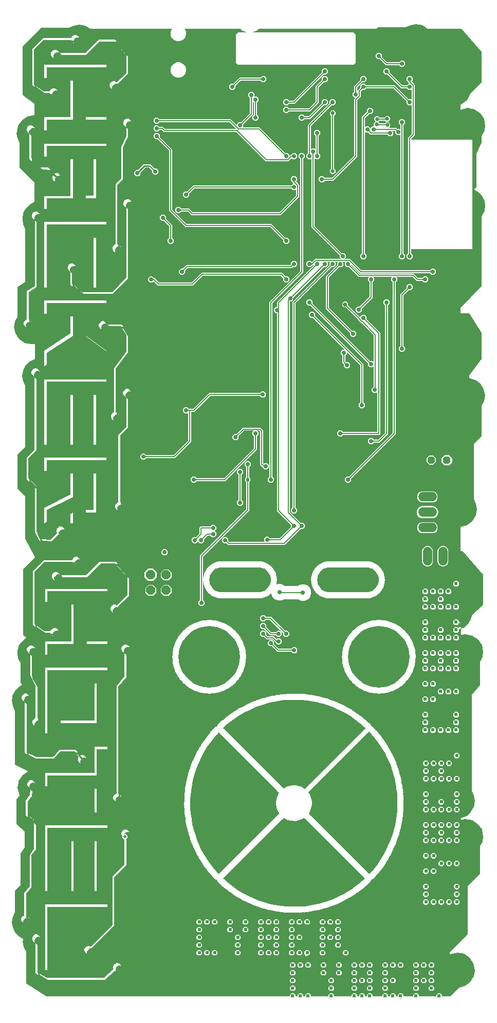
<source format=gbr>
G04 EAGLE Gerber RS-274X export*
G75*
%MOMM*%
%FSLAX34Y34*%
%LPD*%
%INTop Copper*%
%IPPOS*%
%AMOC8*
5,1,8,0,0,1.08239X$1,22.5*%
G01*
%ADD10R,1.270000X0.635000*%
%ADD11R,0.635000X1.270000*%
%ADD12C,1.524000*%
%ADD13P,1.319650X8X22.500000*%
%ADD14P,1.649562X8X292.500000*%
%ADD15C,0.704800*%
%ADD16C,0.200000*%
%ADD17C,0.654800*%
%ADD18C,0.609600*%
%ADD19C,0.254000*%
%ADD20C,0.604800*%
%ADD21C,0.504800*%
%ADD22C,0.001000*%

G36*
X556451Y78123D02*
X556451Y78123D01*
X556451Y78124D01*
X556451Y80654D01*
X559116Y83319D01*
X562884Y83319D01*
X565549Y80654D01*
X565549Y78124D01*
X565552Y78120D01*
X565553Y78120D01*
X569147Y78120D01*
X569151Y78123D01*
X569151Y78124D01*
X569151Y80654D01*
X571816Y83319D01*
X575584Y83319D01*
X578249Y80654D01*
X578249Y78124D01*
X578252Y78120D01*
X578253Y78120D01*
X581847Y78120D01*
X581851Y78123D01*
X581851Y78124D01*
X581851Y80654D01*
X584516Y83319D01*
X588284Y83319D01*
X590949Y80654D01*
X590949Y78124D01*
X590952Y78120D01*
X590953Y78120D01*
X619947Y78120D01*
X619951Y78123D01*
X619951Y78124D01*
X619951Y80654D01*
X622616Y83319D01*
X626384Y83319D01*
X629049Y80654D01*
X629049Y78124D01*
X629052Y78120D01*
X629053Y78120D01*
X658047Y78120D01*
X658051Y78123D01*
X658051Y78124D01*
X658051Y80654D01*
X660716Y83319D01*
X664484Y83319D01*
X667149Y80654D01*
X667149Y78124D01*
X667152Y78120D01*
X667153Y78120D01*
X670747Y78120D01*
X670751Y78123D01*
X670751Y78124D01*
X670751Y80654D01*
X673416Y83319D01*
X677184Y83319D01*
X679849Y80654D01*
X679849Y78124D01*
X679852Y78120D01*
X679853Y78120D01*
X683447Y78120D01*
X683451Y78123D01*
X683451Y78124D01*
X683451Y80654D01*
X686116Y83319D01*
X689884Y83319D01*
X692549Y80654D01*
X692549Y78124D01*
X692552Y78120D01*
X692553Y78120D01*
X708847Y78120D01*
X708851Y78123D01*
X708851Y78124D01*
X708851Y80654D01*
X711516Y83319D01*
X715284Y83319D01*
X717949Y80654D01*
X717949Y78124D01*
X717952Y78120D01*
X717953Y78120D01*
X721547Y78120D01*
X721551Y78123D01*
X721551Y78124D01*
X721551Y80654D01*
X724216Y83319D01*
X727984Y83319D01*
X730649Y80654D01*
X730649Y78124D01*
X730652Y78120D01*
X730653Y78120D01*
X734247Y78120D01*
X734251Y78123D01*
X734251Y78124D01*
X734251Y80654D01*
X736916Y83319D01*
X740684Y83319D01*
X743349Y80654D01*
X743349Y78124D01*
X743352Y78120D01*
X743353Y78120D01*
X759647Y78120D01*
X759651Y78123D01*
X759651Y78124D01*
X759651Y80654D01*
X762316Y83319D01*
X766084Y83319D01*
X768749Y80654D01*
X768749Y78124D01*
X768752Y78120D01*
X768753Y78120D01*
X797747Y78120D01*
X797751Y78123D01*
X797751Y78124D01*
X797751Y80654D01*
X800416Y83319D01*
X804184Y83319D01*
X806849Y80654D01*
X806849Y78124D01*
X806852Y78120D01*
X806853Y78120D01*
X820175Y78120D01*
X820176Y78121D01*
X820177Y78121D01*
X835710Y92209D01*
X845813Y95251D01*
X845813Y95252D01*
X845814Y95251D01*
X853953Y101647D01*
X853954Y101648D01*
X859384Y110549D01*
X859384Y110550D01*
X859385Y110550D01*
X859491Y111116D01*
X859687Y112166D01*
X859884Y113216D01*
X860080Y114265D01*
X860276Y115315D01*
X860473Y116365D01*
X860669Y117415D01*
X860865Y118464D01*
X861062Y119514D01*
X861258Y120564D01*
X861361Y121111D01*
X861360Y121112D01*
X861361Y121113D01*
X859080Y132334D01*
X859079Y132335D01*
X859080Y132336D01*
X852871Y141525D01*
X852870Y141525D01*
X852869Y141526D01*
X843680Y147735D01*
X843679Y147735D01*
X832458Y150016D01*
X832457Y150015D01*
X832456Y150016D01*
X819817Y147127D01*
X819817Y150732D01*
X849438Y180353D01*
X849438Y180355D01*
X849440Y180356D01*
X849440Y260189D01*
X869668Y280418D01*
X869668Y280420D01*
X869669Y280421D01*
X869669Y324853D01*
X873597Y332619D01*
X873597Y332620D01*
X873598Y332620D01*
X873600Y332635D01*
X873601Y332639D01*
X873602Y332643D01*
X873602Y332647D01*
X873603Y332652D01*
X873607Y332677D01*
X873608Y332681D01*
X873609Y332686D01*
X873609Y332690D01*
X873610Y332690D01*
X873609Y332690D01*
X873610Y332694D01*
X873614Y332720D01*
X873615Y332720D01*
X873615Y332724D01*
X873616Y332728D01*
X873617Y332732D01*
X873621Y332758D01*
X873622Y332762D01*
X873622Y332766D01*
X873623Y332771D01*
X873624Y332775D01*
X873628Y332800D01*
X873629Y332805D01*
X873630Y332809D01*
X873630Y332813D01*
X873631Y332817D01*
X873635Y332843D01*
X873636Y332847D01*
X873637Y332851D01*
X873637Y332856D01*
X873638Y332860D01*
X873642Y332885D01*
X873643Y332890D01*
X873644Y332894D01*
X873645Y332898D01*
X873649Y332924D01*
X873650Y332928D01*
X873650Y332932D01*
X873651Y332936D01*
X873652Y332941D01*
X873656Y332966D01*
X873657Y332970D01*
X873657Y332975D01*
X873658Y332979D01*
X873659Y332983D01*
X873663Y333009D01*
X873664Y333013D01*
X873665Y333017D01*
X873665Y333021D01*
X873666Y333026D01*
X873670Y333051D01*
X873671Y333055D01*
X873672Y333060D01*
X873672Y333064D01*
X873677Y333089D01*
X873677Y333094D01*
X873678Y333098D01*
X873679Y333102D01*
X873680Y333106D01*
X873684Y333132D01*
X873685Y333136D01*
X873685Y333140D01*
X873686Y333145D01*
X873687Y333149D01*
X873691Y333174D01*
X873692Y333179D01*
X873692Y333183D01*
X873693Y333183D01*
X873692Y333183D01*
X873693Y333187D01*
X873694Y333191D01*
X873698Y333217D01*
X873699Y333221D01*
X873700Y333225D01*
X873700Y333230D01*
X873705Y333255D01*
X873705Y333259D01*
X873706Y333264D01*
X873707Y333268D01*
X873708Y333272D01*
X873712Y333298D01*
X873713Y333302D01*
X873713Y333306D01*
X873714Y333310D01*
X873715Y333315D01*
X873719Y333340D01*
X873720Y333344D01*
X873720Y333349D01*
X873721Y333353D01*
X873722Y333357D01*
X873725Y333378D01*
X873726Y333383D01*
X873727Y333387D01*
X873728Y333391D01*
X873728Y333395D01*
X873733Y333421D01*
X873733Y333425D01*
X873734Y333429D01*
X873735Y333434D01*
X873735Y333438D01*
X873740Y333463D01*
X873740Y333468D01*
X873741Y333472D01*
X873742Y333476D01*
X873743Y333480D01*
X873747Y333506D01*
X873748Y333510D01*
X873748Y333514D01*
X873749Y333519D01*
X873753Y333544D01*
X873754Y333548D01*
X873755Y333553D01*
X873755Y333557D01*
X873756Y333561D01*
X873760Y333587D01*
X873761Y333591D01*
X873762Y333595D01*
X873763Y333599D01*
X873763Y333604D01*
X873768Y333629D01*
X873768Y333633D01*
X873769Y333638D01*
X873770Y333642D01*
X873770Y333646D01*
X873771Y333646D01*
X873770Y333646D01*
X873775Y333672D01*
X873775Y333676D01*
X873776Y333676D01*
X873775Y333676D01*
X873776Y333680D01*
X873777Y333684D01*
X873781Y333710D01*
X873782Y333714D01*
X873783Y333718D01*
X873783Y333723D01*
X873784Y333727D01*
X873788Y333752D01*
X873789Y333757D01*
X873790Y333761D01*
X873791Y333765D01*
X873791Y333769D01*
X873796Y333795D01*
X873796Y333799D01*
X873797Y333803D01*
X873798Y333808D01*
X873798Y333812D01*
X873803Y333837D01*
X873803Y333842D01*
X873804Y333846D01*
X873805Y333850D01*
X873809Y333876D01*
X873810Y333880D01*
X873811Y333884D01*
X873811Y333888D01*
X873812Y333893D01*
X873816Y333918D01*
X873817Y333922D01*
X873818Y333927D01*
X873818Y333931D01*
X873819Y333935D01*
X873823Y333961D01*
X873824Y333965D01*
X873825Y333969D01*
X873826Y333973D01*
X873826Y333978D01*
X873831Y334003D01*
X873831Y334007D01*
X873832Y334012D01*
X873833Y334016D01*
X873837Y334041D01*
X873838Y334046D01*
X873838Y334050D01*
X873839Y334054D01*
X873840Y334058D01*
X873844Y334084D01*
X873845Y334088D01*
X873846Y334092D01*
X873846Y334097D01*
X873847Y334101D01*
X873851Y334126D01*
X873852Y334131D01*
X873853Y334135D01*
X873853Y334139D01*
X873854Y334139D01*
X873853Y334139D01*
X873854Y334143D01*
X873858Y334169D01*
X873859Y334169D01*
X873858Y334169D01*
X873859Y334173D01*
X873860Y334177D01*
X873861Y334182D01*
X873865Y334207D01*
X873866Y334211D01*
X873866Y334216D01*
X873867Y334220D01*
X873868Y334224D01*
X873872Y334250D01*
X873873Y334254D01*
X873874Y334258D01*
X873874Y334262D01*
X873875Y334267D01*
X873879Y334292D01*
X873880Y334296D01*
X873881Y334301D01*
X873881Y334305D01*
X873882Y334309D01*
X873886Y334330D01*
X873886Y334335D01*
X873887Y334339D01*
X873888Y334343D01*
X873889Y334347D01*
X873893Y334373D01*
X873894Y334377D01*
X873894Y334381D01*
X873895Y334386D01*
X873896Y334390D01*
X873900Y334415D01*
X873901Y334420D01*
X873901Y334424D01*
X873902Y334428D01*
X873903Y334432D01*
X873907Y334458D01*
X873908Y334462D01*
X873909Y334466D01*
X873909Y334471D01*
X873914Y334496D01*
X873914Y334500D01*
X873915Y334505D01*
X873916Y334509D01*
X873916Y334513D01*
X873921Y334539D01*
X873921Y334543D01*
X873922Y334547D01*
X873923Y334551D01*
X873924Y334556D01*
X873928Y334581D01*
X873929Y334585D01*
X873929Y334590D01*
X873930Y334594D01*
X873931Y334598D01*
X873935Y334624D01*
X873936Y334628D01*
X873936Y334632D01*
X873937Y334632D01*
X873936Y334632D01*
X873937Y334636D01*
X873941Y334662D01*
X873942Y334662D01*
X873942Y334666D01*
X873943Y334670D01*
X873944Y334675D01*
X873944Y334679D01*
X873949Y334704D01*
X873949Y334709D01*
X873950Y334713D01*
X873951Y334717D01*
X873952Y334721D01*
X873956Y334747D01*
X873957Y334751D01*
X873957Y334755D01*
X873958Y334760D01*
X873959Y334764D01*
X873963Y334789D01*
X873964Y334794D01*
X873964Y334798D01*
X873965Y334802D01*
X873969Y334828D01*
X873970Y334832D01*
X873971Y334836D01*
X873972Y334840D01*
X873972Y334845D01*
X873977Y334870D01*
X873977Y334874D01*
X873978Y334879D01*
X873979Y334883D01*
X873979Y334887D01*
X873984Y334913D01*
X873984Y334917D01*
X873985Y334921D01*
X873986Y334925D01*
X873987Y334930D01*
X873991Y334955D01*
X873992Y334959D01*
X873992Y334964D01*
X873993Y334968D01*
X873997Y334993D01*
X873998Y334998D01*
X873999Y335002D01*
X873999Y335006D01*
X874000Y335010D01*
X874004Y335036D01*
X874005Y335040D01*
X874006Y335044D01*
X874007Y335049D01*
X874007Y335053D01*
X874012Y335078D01*
X874012Y335083D01*
X874013Y335087D01*
X874014Y335091D01*
X874014Y335095D01*
X874015Y335095D01*
X874014Y335095D01*
X874019Y335121D01*
X874019Y335125D01*
X874020Y335125D01*
X874019Y335125D01*
X874020Y335129D01*
X874021Y335134D01*
X874025Y335159D01*
X874026Y335163D01*
X874027Y335168D01*
X874027Y335172D01*
X874028Y335176D01*
X874032Y335202D01*
X874033Y335206D01*
X874034Y335210D01*
X874035Y335214D01*
X874035Y335219D01*
X874040Y335244D01*
X874040Y335248D01*
X874041Y335253D01*
X874042Y335257D01*
X874042Y335261D01*
X874046Y335282D01*
X874047Y335287D01*
X874047Y335291D01*
X874048Y335295D01*
X874049Y335299D01*
X874053Y335325D01*
X874054Y335329D01*
X874055Y335333D01*
X874055Y335338D01*
X874056Y335342D01*
X874060Y335367D01*
X874061Y335372D01*
X874062Y335376D01*
X874062Y335380D01*
X874063Y335384D01*
X874067Y335410D01*
X874068Y335414D01*
X874069Y335418D01*
X874070Y335423D01*
X874074Y335448D01*
X874075Y335452D01*
X874075Y335457D01*
X874076Y335461D01*
X874077Y335465D01*
X874081Y335491D01*
X874082Y335495D01*
X874082Y335499D01*
X874083Y335503D01*
X874084Y335508D01*
X874088Y335533D01*
X874089Y335537D01*
X874090Y335542D01*
X874090Y335546D01*
X874091Y335550D01*
X874095Y335576D01*
X874096Y335580D01*
X874097Y335584D01*
X874097Y335588D01*
X874098Y335588D01*
X874097Y335588D01*
X874102Y335614D01*
X874102Y335618D01*
X874103Y335618D01*
X874102Y335618D01*
X874103Y335622D01*
X874104Y335627D01*
X874105Y335631D01*
X874109Y335656D01*
X874110Y335661D01*
X874110Y335665D01*
X874111Y335669D01*
X874112Y335673D01*
X874116Y335699D01*
X874117Y335703D01*
X874118Y335707D01*
X874118Y335712D01*
X874119Y335716D01*
X874123Y335741D01*
X874124Y335746D01*
X874125Y335750D01*
X874125Y335754D01*
X874130Y335780D01*
X874130Y335784D01*
X874131Y335788D01*
X874132Y335792D01*
X874133Y335797D01*
X874137Y335822D01*
X874138Y335826D01*
X874138Y335831D01*
X874139Y335835D01*
X874140Y335839D01*
X874144Y335865D01*
X874145Y335869D01*
X874145Y335873D01*
X874146Y335877D01*
X874147Y335882D01*
X874151Y335907D01*
X874152Y335911D01*
X874153Y335916D01*
X874153Y335920D01*
X874158Y335945D01*
X874158Y335950D01*
X874159Y335954D01*
X874160Y335958D01*
X874160Y335962D01*
X874165Y335988D01*
X874165Y335992D01*
X874166Y335996D01*
X874167Y336001D01*
X874168Y336005D01*
X874172Y336030D01*
X874173Y336035D01*
X874173Y336039D01*
X874174Y336043D01*
X874175Y336047D01*
X874179Y336073D01*
X874180Y336077D01*
X874180Y336081D01*
X874181Y336081D01*
X874180Y336081D01*
X874181Y336086D01*
X874185Y336111D01*
X874186Y336111D01*
X874186Y336115D01*
X874187Y336120D01*
X874188Y336124D01*
X874188Y336128D01*
X874193Y336154D01*
X874193Y336158D01*
X874194Y336162D01*
X874195Y336166D01*
X874196Y336171D01*
X874200Y336196D01*
X874201Y336200D01*
X874201Y336205D01*
X874202Y336209D01*
X874203Y336213D01*
X874206Y336234D01*
X874207Y336239D01*
X874208Y336243D01*
X874208Y336247D01*
X874209Y336251D01*
X874213Y336277D01*
X874214Y336281D01*
X874215Y336285D01*
X874216Y336290D01*
X874216Y336294D01*
X874221Y336319D01*
X874221Y336324D01*
X874222Y336328D01*
X874223Y336332D01*
X874223Y336336D01*
X874228Y336362D01*
X874228Y336366D01*
X874229Y336370D01*
X874230Y336375D01*
X874234Y336400D01*
X874235Y336404D01*
X874236Y336409D01*
X874236Y336413D01*
X874237Y336417D01*
X874241Y336443D01*
X874242Y336447D01*
X874243Y336451D01*
X874243Y336455D01*
X874244Y336460D01*
X874248Y336485D01*
X874249Y336489D01*
X874250Y336494D01*
X874251Y336498D01*
X874251Y336502D01*
X874256Y336528D01*
X874256Y336532D01*
X874257Y336536D01*
X874258Y336540D01*
X874262Y336566D01*
X874263Y336570D01*
X874263Y336574D01*
X874264Y336574D01*
X874263Y336574D01*
X874264Y336579D01*
X874265Y336583D01*
X874269Y336608D01*
X874270Y336613D01*
X874271Y336617D01*
X874271Y336621D01*
X874272Y336625D01*
X874276Y336651D01*
X874277Y336655D01*
X874278Y336659D01*
X874279Y336664D01*
X874279Y336668D01*
X874284Y336693D01*
X874284Y336698D01*
X874285Y336702D01*
X874286Y336706D01*
X874290Y336732D01*
X874291Y336736D01*
X874291Y336740D01*
X874292Y336744D01*
X874293Y336749D01*
X874297Y336774D01*
X874298Y336778D01*
X874299Y336783D01*
X874299Y336787D01*
X874300Y336791D01*
X874304Y336817D01*
X874305Y336821D01*
X874306Y336825D01*
X874306Y336829D01*
X874307Y336834D01*
X874311Y336859D01*
X874312Y336863D01*
X874313Y336868D01*
X874314Y336872D01*
X874318Y336897D01*
X874319Y336902D01*
X874319Y336906D01*
X874320Y336910D01*
X874321Y336914D01*
X874325Y336940D01*
X874326Y336944D01*
X874326Y336948D01*
X874327Y336953D01*
X874328Y336957D01*
X874332Y336982D01*
X874333Y336987D01*
X874334Y336991D01*
X874334Y336995D01*
X874335Y336999D01*
X874339Y337025D01*
X874340Y337029D01*
X874341Y337033D01*
X874341Y337038D01*
X874342Y337038D01*
X874341Y337038D01*
X874346Y337063D01*
X874346Y337067D01*
X874347Y337067D01*
X874346Y337067D01*
X874347Y337072D01*
X874348Y337076D01*
X874349Y337080D01*
X874353Y337106D01*
X874354Y337110D01*
X874354Y337114D01*
X874355Y337118D01*
X874356Y337123D01*
X874360Y337148D01*
X874361Y337152D01*
X874362Y337157D01*
X874362Y337161D01*
X874363Y337165D01*
X874367Y337186D01*
X874367Y337191D01*
X874368Y337195D01*
X874369Y337199D01*
X874369Y337203D01*
X874374Y337229D01*
X874374Y337233D01*
X874375Y337237D01*
X874376Y337242D01*
X874377Y337246D01*
X874381Y337271D01*
X874382Y337276D01*
X874382Y337280D01*
X874383Y337284D01*
X874384Y337288D01*
X874388Y337314D01*
X874389Y337318D01*
X874389Y337322D01*
X874390Y337327D01*
X874394Y337352D01*
X874395Y337356D01*
X874396Y337361D01*
X874397Y337365D01*
X874397Y337369D01*
X874402Y337395D01*
X874402Y337399D01*
X874403Y337403D01*
X874404Y337407D01*
X874404Y337412D01*
X874409Y337437D01*
X874409Y337441D01*
X874410Y337446D01*
X874411Y337450D01*
X874412Y337454D01*
X874416Y337480D01*
X874417Y337484D01*
X874417Y337488D01*
X874418Y337492D01*
X874422Y337518D01*
X874423Y337522D01*
X874424Y337526D01*
X874424Y337531D01*
X874425Y337531D01*
X874424Y337531D01*
X874425Y337535D01*
X874429Y337560D01*
X874430Y337560D01*
X874430Y337565D01*
X874431Y337569D01*
X874432Y337573D01*
X874432Y337577D01*
X874437Y337603D01*
X874437Y337607D01*
X874438Y337611D01*
X874439Y337616D01*
X874440Y337620D01*
X874444Y337645D01*
X874445Y337650D01*
X874445Y337654D01*
X874446Y337658D01*
X874450Y337684D01*
X874451Y337688D01*
X874452Y337692D01*
X874452Y337696D01*
X874453Y337701D01*
X874457Y337726D01*
X874458Y337730D01*
X874459Y337735D01*
X874460Y337739D01*
X874460Y337743D01*
X874465Y337769D01*
X874465Y337773D01*
X874466Y337777D01*
X874467Y337781D01*
X874467Y337786D01*
X874472Y337811D01*
X874472Y337815D01*
X874473Y337820D01*
X874474Y337824D01*
X874478Y337849D01*
X874479Y337854D01*
X874480Y337858D01*
X874480Y337862D01*
X874481Y337866D01*
X874485Y337892D01*
X874486Y337896D01*
X874487Y337900D01*
X874487Y337905D01*
X874488Y337909D01*
X874492Y337934D01*
X874493Y337939D01*
X874494Y337943D01*
X874495Y337947D01*
X874495Y337951D01*
X874500Y337977D01*
X874500Y337981D01*
X874501Y337985D01*
X874502Y337990D01*
X874506Y338015D01*
X874507Y338019D01*
X874507Y338024D01*
X874508Y338024D01*
X874507Y338024D01*
X874508Y338028D01*
X874509Y338032D01*
X874513Y338058D01*
X874514Y338062D01*
X874515Y338066D01*
X874515Y338070D01*
X874516Y338075D01*
X874520Y338100D01*
X874521Y338104D01*
X874522Y338109D01*
X874523Y338113D01*
X874523Y338117D01*
X874527Y338138D01*
X874528Y338143D01*
X874528Y338147D01*
X874529Y338151D01*
X874530Y338155D01*
X874534Y338181D01*
X874535Y338185D01*
X874535Y338189D01*
X874536Y338194D01*
X874537Y338198D01*
X874541Y338223D01*
X874542Y338228D01*
X874543Y338232D01*
X874543Y338236D01*
X874544Y338240D01*
X874548Y338266D01*
X874549Y338270D01*
X874550Y338274D01*
X874550Y338279D01*
X874555Y338304D01*
X874555Y338308D01*
X874556Y338313D01*
X874557Y338317D01*
X874558Y338321D01*
X874562Y338347D01*
X874563Y338351D01*
X874563Y338355D01*
X874564Y338359D01*
X874565Y338364D01*
X874569Y338389D01*
X874570Y338393D01*
X874570Y338398D01*
X874571Y338402D01*
X874572Y338406D01*
X874576Y338432D01*
X874577Y338436D01*
X874578Y338440D01*
X874578Y338444D01*
X874583Y338470D01*
X874583Y338474D01*
X874584Y338478D01*
X874585Y338483D01*
X874585Y338487D01*
X874586Y338487D01*
X874585Y338487D01*
X874590Y338512D01*
X874590Y338517D01*
X874591Y338517D01*
X874590Y338517D01*
X874591Y338521D01*
X874592Y338525D01*
X874593Y338529D01*
X874597Y338555D01*
X874598Y338559D01*
X874598Y338563D01*
X874599Y338568D01*
X874600Y338572D01*
X874604Y338597D01*
X874605Y338602D01*
X874606Y338606D01*
X874606Y338610D01*
X874611Y338636D01*
X874611Y338640D01*
X874612Y338644D01*
X874613Y338648D01*
X874613Y338653D01*
X874618Y338678D01*
X874618Y338682D01*
X874619Y338687D01*
X874620Y338691D01*
X874621Y338695D01*
X874625Y338721D01*
X874626Y338725D01*
X874626Y338729D01*
X874627Y338733D01*
X874628Y338738D01*
X874632Y338763D01*
X874633Y338767D01*
X874633Y338772D01*
X874634Y338776D01*
X874638Y338801D01*
X874639Y338806D01*
X874640Y338810D01*
X874641Y338814D01*
X874641Y338818D01*
X874646Y338844D01*
X874646Y338848D01*
X874647Y338852D01*
X874648Y338857D01*
X874648Y338861D01*
X874653Y338886D01*
X874653Y338891D01*
X874654Y338895D01*
X874655Y338899D01*
X874656Y338903D01*
X874660Y338929D01*
X874661Y338933D01*
X874661Y338937D01*
X874662Y338942D01*
X874666Y338967D01*
X874667Y338971D01*
X874668Y338976D01*
X874668Y338980D01*
X874669Y338980D01*
X874668Y338980D01*
X874669Y338984D01*
X874673Y339010D01*
X874674Y339010D01*
X874674Y339014D01*
X874675Y339018D01*
X874676Y339022D01*
X874676Y339027D01*
X874681Y339052D01*
X874681Y339056D01*
X874682Y339061D01*
X874683Y339065D01*
X874684Y339069D01*
X874687Y339090D01*
X874688Y339095D01*
X874689Y339099D01*
X874689Y339103D01*
X874690Y339107D01*
X874694Y339133D01*
X874695Y339137D01*
X874696Y339141D01*
X874696Y339146D01*
X874697Y339150D01*
X874701Y339175D01*
X874702Y339180D01*
X874703Y339184D01*
X874704Y339188D01*
X874704Y339192D01*
X874709Y339218D01*
X874709Y339222D01*
X874710Y339226D01*
X874711Y339231D01*
X874715Y339256D01*
X874716Y339260D01*
X874716Y339265D01*
X874717Y339269D01*
X874718Y339273D01*
X874722Y339299D01*
X874723Y339303D01*
X874724Y339307D01*
X874724Y339311D01*
X874725Y339316D01*
X874729Y339341D01*
X874730Y339345D01*
X874731Y339350D01*
X874731Y339354D01*
X874732Y339358D01*
X874736Y339384D01*
X874737Y339388D01*
X874738Y339392D01*
X874739Y339396D01*
X874743Y339422D01*
X874744Y339426D01*
X874744Y339430D01*
X874745Y339435D01*
X874746Y339439D01*
X874750Y339464D01*
X874751Y339469D01*
X874751Y339473D01*
X874752Y339473D01*
X874751Y339473D01*
X874752Y339477D01*
X874753Y339481D01*
X874757Y339507D01*
X874758Y339511D01*
X874759Y339515D01*
X874759Y339520D01*
X874760Y339524D01*
X874764Y339549D01*
X874765Y339554D01*
X874766Y339558D01*
X874767Y339562D01*
X874771Y339588D01*
X874772Y339592D01*
X874772Y339596D01*
X874773Y339600D01*
X874774Y339605D01*
X874778Y339630D01*
X874779Y339634D01*
X874779Y339639D01*
X874780Y339643D01*
X874781Y339647D01*
X874785Y339673D01*
X874786Y339677D01*
X874787Y339681D01*
X874787Y339685D01*
X874788Y339690D01*
X874792Y339715D01*
X874793Y339719D01*
X874794Y339724D01*
X874794Y339728D01*
X874799Y339753D01*
X874799Y339758D01*
X874800Y339762D01*
X874801Y339766D01*
X874802Y339770D01*
X874806Y339796D01*
X874807Y339800D01*
X874807Y339804D01*
X874808Y339809D01*
X874809Y339813D01*
X874813Y339838D01*
X874814Y339843D01*
X874814Y339847D01*
X874815Y339851D01*
X874816Y339855D01*
X874820Y339881D01*
X874821Y339885D01*
X874822Y339889D01*
X874822Y339894D01*
X874827Y339919D01*
X874827Y339923D01*
X874828Y339928D01*
X874829Y339932D01*
X874829Y339936D01*
X874830Y339936D01*
X874829Y339936D01*
X874834Y339962D01*
X874834Y339966D01*
X874835Y339966D01*
X874834Y339966D01*
X874835Y339970D01*
X874836Y339974D01*
X874837Y339979D01*
X874841Y340004D01*
X874842Y340008D01*
X874842Y340013D01*
X874843Y340017D01*
X874844Y340021D01*
X874847Y340042D01*
X874848Y340047D01*
X874849Y340051D01*
X874850Y340055D01*
X874850Y340059D01*
X874855Y340085D01*
X874855Y340089D01*
X874856Y340093D01*
X874857Y340098D01*
X874857Y340102D01*
X874862Y340127D01*
X874862Y340132D01*
X874863Y340136D01*
X874864Y340140D01*
X874865Y340144D01*
X874869Y340170D01*
X874870Y340174D01*
X874870Y340178D01*
X874871Y340183D01*
X874875Y340208D01*
X874876Y340212D01*
X874877Y340217D01*
X874877Y340221D01*
X874878Y340225D01*
X874882Y340251D01*
X874883Y340255D01*
X874884Y340259D01*
X874885Y340263D01*
X874885Y340268D01*
X874890Y340293D01*
X874890Y340297D01*
X874891Y340302D01*
X874892Y340306D01*
X874892Y340310D01*
X874897Y340336D01*
X874897Y340340D01*
X874898Y340344D01*
X874899Y340348D01*
X874903Y340374D01*
X874904Y340378D01*
X874905Y340382D01*
X874905Y340387D01*
X874906Y340391D01*
X874910Y340416D01*
X874911Y340421D01*
X874912Y340425D01*
X874912Y340429D01*
X874913Y340429D01*
X874912Y340429D01*
X874913Y340433D01*
X874917Y340459D01*
X874918Y340459D01*
X874918Y340463D01*
X874919Y340467D01*
X874920Y340472D01*
X874920Y340476D01*
X874925Y340501D01*
X874925Y340506D01*
X874926Y340510D01*
X874927Y340514D01*
X874931Y340540D01*
X874932Y340544D01*
X874933Y340548D01*
X874933Y340552D01*
X874934Y340557D01*
X874938Y340582D01*
X874939Y340586D01*
X874940Y340591D01*
X874940Y340595D01*
X874941Y340599D01*
X874945Y340625D01*
X874946Y340629D01*
X874947Y340633D01*
X874948Y340637D01*
X874948Y340642D01*
X874953Y340667D01*
X874953Y340671D01*
X874954Y340676D01*
X874955Y340680D01*
X874959Y340705D01*
X874960Y340710D01*
X874960Y340714D01*
X874961Y340718D01*
X874962Y340722D01*
X874966Y340748D01*
X874967Y340752D01*
X874968Y340756D01*
X874968Y340761D01*
X874969Y340765D01*
X874973Y340790D01*
X874974Y340795D01*
X874975Y340799D01*
X874975Y340803D01*
X874976Y340807D01*
X874980Y340833D01*
X874981Y340837D01*
X874982Y340841D01*
X874983Y340846D01*
X874987Y340871D01*
X874988Y340875D01*
X874988Y340880D01*
X874989Y340884D01*
X874990Y340888D01*
X874994Y340914D01*
X874995Y340918D01*
X874995Y340922D01*
X874996Y340922D01*
X874995Y340922D01*
X874996Y340926D01*
X874997Y340931D01*
X875001Y340956D01*
X875002Y340960D01*
X875003Y340965D01*
X875003Y340969D01*
X875004Y340973D01*
X875008Y340994D01*
X875008Y340999D01*
X875009Y341003D01*
X875010Y341007D01*
X875011Y341011D01*
X875015Y341037D01*
X875016Y341041D01*
X875016Y341045D01*
X875017Y341050D01*
X875018Y341054D01*
X875022Y341079D01*
X875023Y341084D01*
X875023Y341088D01*
X875024Y341092D01*
X875025Y341096D01*
X875029Y341122D01*
X875030Y341126D01*
X875031Y341130D01*
X875031Y341135D01*
X875036Y341160D01*
X875036Y341164D01*
X875037Y341169D01*
X875038Y341173D01*
X875038Y341177D01*
X875043Y341203D01*
X875043Y341207D01*
X875044Y341211D01*
X875045Y341215D01*
X875046Y341220D01*
X875050Y341245D01*
X875051Y341249D01*
X875051Y341254D01*
X875052Y341258D01*
X875053Y341262D01*
X875057Y341288D01*
X875058Y341292D01*
X875058Y341296D01*
X875059Y341300D01*
X875063Y341326D01*
X875064Y341330D01*
X875065Y341334D01*
X875066Y341339D01*
X875066Y341343D01*
X875071Y341368D01*
X875071Y341373D01*
X875072Y341377D01*
X875073Y341381D01*
X875073Y341385D01*
X875074Y341385D01*
X875073Y341385D01*
X875078Y341411D01*
X875078Y341415D01*
X875079Y341415D01*
X875078Y341415D01*
X875079Y341419D01*
X875080Y341424D01*
X875081Y341428D01*
X875085Y341453D01*
X875086Y341458D01*
X875086Y341462D01*
X875087Y341466D01*
X875088Y341470D01*
X875087Y341471D01*
X875088Y341472D01*
X872807Y352693D01*
X872807Y352694D01*
X872807Y352695D01*
X866598Y361884D01*
X866597Y361884D01*
X866597Y361885D01*
X857408Y368094D01*
X857406Y368094D01*
X846185Y370375D01*
X846184Y370374D01*
X846184Y370375D01*
X838602Y369292D01*
X838602Y371452D01*
X847642Y375148D01*
X847643Y375148D01*
X854857Y381521D01*
X854857Y381522D01*
X854858Y381522D01*
X859633Y389994D01*
X859633Y389995D01*
X859633Y389996D01*
X859634Y390001D01*
X859636Y390010D01*
X859637Y390018D01*
X859639Y390027D01*
X859640Y390035D01*
X859642Y390044D01*
X859643Y390052D01*
X859645Y390061D01*
X859646Y390069D01*
X859648Y390078D01*
X859649Y390086D01*
X859650Y390095D01*
X859651Y390095D01*
X859650Y390095D01*
X859652Y390103D01*
X859679Y390260D01*
X859681Y390269D01*
X859682Y390277D01*
X859684Y390286D01*
X859685Y390294D01*
X859686Y390303D01*
X859688Y390311D01*
X859689Y390320D01*
X859691Y390328D01*
X859692Y390337D01*
X859694Y390345D01*
X859695Y390354D01*
X859697Y390362D01*
X859698Y390371D01*
X859700Y390379D01*
X859701Y390388D01*
X859703Y390396D01*
X859704Y390405D01*
X859706Y390413D01*
X859707Y390422D01*
X859708Y390430D01*
X859709Y390430D01*
X859710Y390439D01*
X859711Y390447D01*
X859713Y390456D01*
X859714Y390464D01*
X859716Y390473D01*
X859717Y390481D01*
X859719Y390490D01*
X859720Y390498D01*
X859722Y390507D01*
X859723Y390515D01*
X859725Y390524D01*
X859726Y390532D01*
X859728Y390541D01*
X859729Y390549D01*
X859731Y390558D01*
X859732Y390566D01*
X859733Y390575D01*
X859735Y390583D01*
X859736Y390592D01*
X859738Y390600D01*
X859739Y390609D01*
X859741Y390617D01*
X859742Y390626D01*
X859744Y390634D01*
X859745Y390643D01*
X859747Y390651D01*
X859748Y390660D01*
X859750Y390668D01*
X859751Y390677D01*
X859753Y390685D01*
X859754Y390694D01*
X859755Y390702D01*
X859756Y390702D01*
X859755Y390702D01*
X859757Y390711D01*
X859758Y390719D01*
X859760Y390728D01*
X859761Y390736D01*
X859763Y390745D01*
X859764Y390753D01*
X859766Y390762D01*
X859767Y390770D01*
X859769Y390779D01*
X859770Y390787D01*
X859772Y390796D01*
X859773Y390804D01*
X859775Y390813D01*
X859776Y390821D01*
X859778Y390830D01*
X859779Y390838D01*
X859780Y390847D01*
X859782Y390855D01*
X859783Y390864D01*
X859785Y390872D01*
X859786Y390881D01*
X859788Y390889D01*
X859789Y390898D01*
X859791Y390906D01*
X859792Y390915D01*
X859794Y390923D01*
X859795Y390932D01*
X859797Y390940D01*
X859798Y390949D01*
X859800Y390957D01*
X859801Y390966D01*
X859802Y390974D01*
X859803Y390974D01*
X859802Y390974D01*
X859804Y390983D01*
X859805Y390991D01*
X859807Y391000D01*
X859808Y391008D01*
X859810Y391017D01*
X859811Y391025D01*
X859813Y391034D01*
X859814Y391042D01*
X859816Y391051D01*
X859817Y391059D01*
X859819Y391068D01*
X859820Y391076D01*
X859822Y391085D01*
X859823Y391093D01*
X859825Y391102D01*
X859826Y391110D01*
X859827Y391119D01*
X859829Y391127D01*
X859830Y391136D01*
X859832Y391144D01*
X859833Y391153D01*
X859835Y391161D01*
X859836Y391170D01*
X859838Y391178D01*
X859839Y391187D01*
X859841Y391195D01*
X859842Y391204D01*
X859844Y391212D01*
X859845Y391221D01*
X859847Y391229D01*
X859848Y391238D01*
X859849Y391246D01*
X859850Y391246D01*
X859849Y391246D01*
X859851Y391255D01*
X859852Y391263D01*
X859854Y391272D01*
X859855Y391280D01*
X859857Y391289D01*
X859858Y391297D01*
X859860Y391306D01*
X859861Y391314D01*
X859863Y391323D01*
X859864Y391331D01*
X859866Y391340D01*
X859867Y391348D01*
X859869Y391357D01*
X859870Y391365D01*
X859872Y391374D01*
X859873Y391382D01*
X859874Y391391D01*
X859876Y391399D01*
X859877Y391408D01*
X859879Y391416D01*
X859880Y391425D01*
X859882Y391433D01*
X859883Y391442D01*
X859885Y391450D01*
X859886Y391459D01*
X859888Y391467D01*
X859889Y391476D01*
X859891Y391484D01*
X859892Y391493D01*
X859894Y391501D01*
X859895Y391510D01*
X859896Y391518D01*
X859897Y391518D01*
X859896Y391518D01*
X859898Y391527D01*
X859899Y391535D01*
X859901Y391544D01*
X859902Y391552D01*
X859904Y391561D01*
X859905Y391569D01*
X859907Y391578D01*
X859908Y391586D01*
X859910Y391595D01*
X859911Y391603D01*
X859913Y391612D01*
X859914Y391620D01*
X859916Y391629D01*
X859917Y391637D01*
X859919Y391646D01*
X859920Y391654D01*
X859921Y391663D01*
X859923Y391671D01*
X859924Y391680D01*
X859926Y391688D01*
X859927Y391697D01*
X859929Y391705D01*
X859930Y391714D01*
X859932Y391722D01*
X859933Y391731D01*
X859935Y391739D01*
X859936Y391748D01*
X859938Y391756D01*
X859939Y391765D01*
X859941Y391773D01*
X859942Y391782D01*
X859943Y391790D01*
X859944Y391790D01*
X859943Y391790D01*
X859945Y391799D01*
X859946Y391807D01*
X859948Y391816D01*
X859949Y391824D01*
X859951Y391833D01*
X859952Y391841D01*
X859954Y391850D01*
X859955Y391858D01*
X859957Y391867D01*
X859958Y391875D01*
X859960Y391884D01*
X859961Y391892D01*
X859963Y391901D01*
X859964Y391909D01*
X859966Y391918D01*
X859967Y391926D01*
X859968Y391935D01*
X859970Y391943D01*
X859971Y391952D01*
X859973Y391960D01*
X859974Y391969D01*
X859976Y391977D01*
X859977Y391986D01*
X859979Y391994D01*
X859980Y392003D01*
X859982Y392011D01*
X859983Y392020D01*
X859985Y392028D01*
X859986Y392037D01*
X859988Y392045D01*
X859989Y392054D01*
X859990Y392062D01*
X859991Y392062D01*
X859990Y392062D01*
X860016Y392211D01*
X860018Y392220D01*
X860019Y392228D01*
X860021Y392237D01*
X860022Y392245D01*
X860024Y392254D01*
X860025Y392262D01*
X860026Y392271D01*
X860028Y392279D01*
X860029Y392288D01*
X860031Y392296D01*
X860032Y392305D01*
X860034Y392313D01*
X860035Y392322D01*
X860037Y392330D01*
X860038Y392339D01*
X860040Y392347D01*
X860041Y392356D01*
X860043Y392364D01*
X860044Y392373D01*
X860046Y392381D01*
X860047Y392390D01*
X860048Y392398D01*
X860049Y392398D01*
X860050Y392407D01*
X860051Y392415D01*
X860053Y392424D01*
X860054Y392432D01*
X860056Y392441D01*
X860057Y392449D01*
X860059Y392458D01*
X860060Y392466D01*
X860062Y392475D01*
X860063Y392483D01*
X860065Y392492D01*
X860066Y392500D01*
X860068Y392509D01*
X860069Y392517D01*
X860071Y392526D01*
X860072Y392534D01*
X860073Y392543D01*
X860075Y392551D01*
X860076Y392560D01*
X860078Y392568D01*
X860079Y392577D01*
X860081Y392585D01*
X860082Y392594D01*
X860084Y392602D01*
X860085Y392611D01*
X860087Y392619D01*
X860088Y392628D01*
X860090Y392636D01*
X860091Y392645D01*
X860093Y392653D01*
X860094Y392662D01*
X860095Y392670D01*
X860096Y392670D01*
X860095Y392670D01*
X860097Y392679D01*
X860098Y392687D01*
X860100Y392696D01*
X860101Y392704D01*
X860103Y392713D01*
X860104Y392721D01*
X860106Y392730D01*
X860107Y392738D01*
X860109Y392747D01*
X860110Y392755D01*
X860112Y392764D01*
X860113Y392772D01*
X860115Y392781D01*
X860116Y392789D01*
X860118Y392798D01*
X860119Y392806D01*
X860120Y392815D01*
X860122Y392823D01*
X860123Y392832D01*
X860125Y392840D01*
X860126Y392849D01*
X860128Y392857D01*
X860129Y392866D01*
X860131Y392874D01*
X860132Y392883D01*
X860134Y392891D01*
X860135Y392900D01*
X860137Y392908D01*
X860138Y392917D01*
X860140Y392925D01*
X860141Y392934D01*
X860142Y392942D01*
X860143Y392942D01*
X860142Y392942D01*
X860144Y392951D01*
X860145Y392959D01*
X860147Y392968D01*
X860148Y392976D01*
X860150Y392985D01*
X860151Y392993D01*
X860153Y393002D01*
X860154Y393010D01*
X860156Y393019D01*
X860157Y393027D01*
X860159Y393036D01*
X860160Y393044D01*
X860162Y393053D01*
X860163Y393061D01*
X860165Y393070D01*
X860166Y393078D01*
X860167Y393087D01*
X860169Y393095D01*
X860170Y393104D01*
X860172Y393112D01*
X860173Y393121D01*
X860175Y393129D01*
X860176Y393138D01*
X860178Y393146D01*
X860179Y393155D01*
X860181Y393163D01*
X860182Y393172D01*
X860184Y393180D01*
X860185Y393189D01*
X860187Y393197D01*
X860188Y393206D01*
X860189Y393214D01*
X860190Y393214D01*
X860189Y393214D01*
X860191Y393223D01*
X860192Y393231D01*
X860194Y393240D01*
X860195Y393248D01*
X860197Y393257D01*
X860198Y393265D01*
X860200Y393274D01*
X860201Y393282D01*
X860203Y393291D01*
X860204Y393299D01*
X860206Y393308D01*
X860207Y393316D01*
X860209Y393325D01*
X860210Y393333D01*
X860212Y393342D01*
X860213Y393350D01*
X860214Y393359D01*
X860216Y393367D01*
X860217Y393376D01*
X860219Y393384D01*
X860220Y393393D01*
X860222Y393401D01*
X860223Y393410D01*
X860225Y393418D01*
X860226Y393427D01*
X860228Y393435D01*
X860229Y393444D01*
X860231Y393452D01*
X860232Y393461D01*
X860234Y393469D01*
X860235Y393478D01*
X860236Y393486D01*
X860237Y393486D01*
X860236Y393486D01*
X860238Y393495D01*
X860239Y393503D01*
X860241Y393512D01*
X860242Y393520D01*
X860244Y393529D01*
X860245Y393537D01*
X860247Y393546D01*
X860248Y393554D01*
X860250Y393563D01*
X860251Y393571D01*
X860253Y393580D01*
X860254Y393588D01*
X860256Y393597D01*
X860257Y393605D01*
X860259Y393614D01*
X860260Y393622D01*
X860261Y393631D01*
X860263Y393639D01*
X860264Y393648D01*
X860266Y393656D01*
X860267Y393665D01*
X860269Y393673D01*
X860270Y393682D01*
X860272Y393690D01*
X860273Y393699D01*
X860275Y393707D01*
X860276Y393716D01*
X860278Y393724D01*
X860279Y393733D01*
X860281Y393741D01*
X860282Y393750D01*
X860283Y393758D01*
X860284Y393758D01*
X860283Y393758D01*
X860285Y393767D01*
X860286Y393775D01*
X860288Y393784D01*
X860289Y393792D01*
X860291Y393801D01*
X860292Y393809D01*
X860294Y393818D01*
X860295Y393826D01*
X860297Y393835D01*
X860298Y393843D01*
X860300Y393852D01*
X860301Y393860D01*
X860303Y393869D01*
X860304Y393877D01*
X860306Y393886D01*
X860307Y393894D01*
X860308Y393903D01*
X860310Y393911D01*
X860311Y393920D01*
X860313Y393928D01*
X860314Y393937D01*
X860316Y393945D01*
X860317Y393954D01*
X860319Y393962D01*
X860320Y393971D01*
X860322Y393979D01*
X860323Y393988D01*
X860325Y393996D01*
X860326Y394005D01*
X860328Y394013D01*
X860329Y394022D01*
X860355Y394170D01*
X860356Y394179D01*
X860358Y394187D01*
X860359Y394196D01*
X860361Y394204D01*
X860362Y394213D01*
X860364Y394221D01*
X860365Y394230D01*
X860366Y394238D01*
X860368Y394247D01*
X860369Y394255D01*
X860371Y394264D01*
X860372Y394272D01*
X860374Y394281D01*
X860375Y394289D01*
X860377Y394298D01*
X860378Y394306D01*
X860380Y394315D01*
X860381Y394323D01*
X860383Y394332D01*
X860384Y394340D01*
X860386Y394349D01*
X860387Y394357D01*
X860388Y394366D01*
X860389Y394366D01*
X860390Y394374D01*
X860391Y394383D01*
X860393Y394391D01*
X860394Y394400D01*
X860396Y394408D01*
X860397Y394417D01*
X860399Y394425D01*
X860400Y394434D01*
X860402Y394442D01*
X860403Y394451D01*
X860405Y394459D01*
X860406Y394468D01*
X860408Y394476D01*
X860409Y394485D01*
X860411Y394493D01*
X860412Y394502D01*
X860413Y394510D01*
X860415Y394519D01*
X860416Y394527D01*
X860418Y394536D01*
X860419Y394544D01*
X860421Y394553D01*
X860422Y394561D01*
X860424Y394570D01*
X860425Y394578D01*
X860427Y394587D01*
X860428Y394595D01*
X860430Y394604D01*
X860431Y394612D01*
X860433Y394621D01*
X860434Y394629D01*
X860435Y394638D01*
X860436Y394638D01*
X860435Y394638D01*
X860437Y394646D01*
X860438Y394655D01*
X860440Y394663D01*
X860441Y394672D01*
X860443Y394680D01*
X860444Y394689D01*
X860446Y394697D01*
X860447Y394706D01*
X860449Y394714D01*
X860450Y394723D01*
X860452Y394731D01*
X860453Y394740D01*
X860455Y394748D01*
X860456Y394757D01*
X860458Y394765D01*
X860459Y394774D01*
X860460Y394782D01*
X860462Y394791D01*
X860463Y394799D01*
X860465Y394808D01*
X860466Y394816D01*
X860468Y394825D01*
X860469Y394833D01*
X860471Y394842D01*
X860472Y394850D01*
X860474Y394859D01*
X860475Y394867D01*
X860477Y394876D01*
X860478Y394884D01*
X860480Y394893D01*
X860481Y394901D01*
X860482Y394910D01*
X860483Y394910D01*
X860482Y394910D01*
X860484Y394918D01*
X860485Y394927D01*
X860487Y394935D01*
X860488Y394944D01*
X860490Y394952D01*
X860491Y394961D01*
X860493Y394969D01*
X860494Y394978D01*
X860496Y394986D01*
X860497Y394995D01*
X860499Y395003D01*
X860500Y395012D01*
X860502Y395020D01*
X860503Y395029D01*
X860505Y395037D01*
X860506Y395046D01*
X860507Y395054D01*
X860509Y395063D01*
X860510Y395071D01*
X860512Y395080D01*
X860513Y395088D01*
X860515Y395097D01*
X860516Y395105D01*
X860518Y395114D01*
X860519Y395122D01*
X860521Y395131D01*
X860522Y395139D01*
X860524Y395148D01*
X860525Y395156D01*
X860527Y395165D01*
X860528Y395173D01*
X860529Y395182D01*
X860530Y395182D01*
X860529Y395182D01*
X860531Y395190D01*
X860532Y395199D01*
X860534Y395207D01*
X860535Y395216D01*
X860537Y395224D01*
X860538Y395233D01*
X860540Y395241D01*
X860541Y395250D01*
X860543Y395258D01*
X860544Y395267D01*
X860546Y395275D01*
X860547Y395284D01*
X860549Y395292D01*
X860550Y395301D01*
X860552Y395309D01*
X860553Y395318D01*
X860554Y395326D01*
X860556Y395335D01*
X860557Y395343D01*
X860559Y395352D01*
X860560Y395360D01*
X860562Y395369D01*
X860563Y395377D01*
X860565Y395386D01*
X860566Y395394D01*
X860568Y395403D01*
X860569Y395411D01*
X860571Y395420D01*
X860572Y395428D01*
X860574Y395437D01*
X860575Y395445D01*
X860576Y395454D01*
X860577Y395454D01*
X860576Y395454D01*
X860578Y395462D01*
X860579Y395471D01*
X860581Y395479D01*
X860582Y395488D01*
X860584Y395496D01*
X860585Y395505D01*
X860587Y395513D01*
X860588Y395522D01*
X860590Y395530D01*
X860591Y395539D01*
X860593Y395547D01*
X860594Y395556D01*
X860596Y395564D01*
X860597Y395573D01*
X860599Y395581D01*
X860600Y395590D01*
X860601Y395598D01*
X860603Y395607D01*
X860604Y395615D01*
X860606Y395624D01*
X860607Y395632D01*
X860609Y395641D01*
X860610Y395649D01*
X860612Y395658D01*
X860613Y395666D01*
X860615Y395675D01*
X860616Y395683D01*
X860618Y395692D01*
X860619Y395700D01*
X860621Y395709D01*
X860622Y395717D01*
X860623Y395726D01*
X860624Y395726D01*
X860623Y395726D01*
X860625Y395734D01*
X860626Y395743D01*
X860628Y395751D01*
X860629Y395760D01*
X860631Y395768D01*
X860632Y395777D01*
X860634Y395785D01*
X860635Y395794D01*
X860637Y395802D01*
X860638Y395811D01*
X860640Y395819D01*
X860641Y395828D01*
X860643Y395836D01*
X860644Y395845D01*
X860646Y395853D01*
X860647Y395862D01*
X860648Y395870D01*
X860650Y395879D01*
X860651Y395887D01*
X860653Y395896D01*
X860654Y395904D01*
X860656Y395913D01*
X860657Y395921D01*
X860659Y395930D01*
X860660Y395938D01*
X860662Y395947D01*
X860663Y395955D01*
X860665Y395964D01*
X860666Y395972D01*
X860693Y396130D01*
X860695Y396138D01*
X860696Y396147D01*
X860698Y396155D01*
X860699Y396164D01*
X860701Y396172D01*
X860702Y396181D01*
X860704Y396189D01*
X860705Y396198D01*
X860706Y396206D01*
X860708Y396215D01*
X860709Y396223D01*
X860711Y396232D01*
X860712Y396240D01*
X860714Y396249D01*
X860715Y396257D01*
X860717Y396266D01*
X860718Y396274D01*
X860720Y396283D01*
X860721Y396291D01*
X860723Y396300D01*
X860724Y396308D01*
X860726Y396317D01*
X860727Y396325D01*
X860728Y396334D01*
X860729Y396334D01*
X860730Y396342D01*
X860731Y396351D01*
X860733Y396359D01*
X860734Y396368D01*
X860736Y396376D01*
X860737Y396385D01*
X860739Y396393D01*
X860740Y396402D01*
X860742Y396410D01*
X860743Y396419D01*
X860745Y396427D01*
X860746Y396436D01*
X860748Y396444D01*
X860749Y396453D01*
X860751Y396461D01*
X860752Y396470D01*
X860753Y396478D01*
X860755Y396487D01*
X860756Y396495D01*
X860758Y396504D01*
X860759Y396512D01*
X860761Y396521D01*
X860762Y396529D01*
X860764Y396538D01*
X860765Y396546D01*
X860767Y396555D01*
X860768Y396563D01*
X860770Y396572D01*
X860771Y396580D01*
X860773Y396589D01*
X860774Y396597D01*
X860775Y396606D01*
X860776Y396606D01*
X860775Y396606D01*
X860777Y396614D01*
X860778Y396623D01*
X860780Y396631D01*
X860781Y396640D01*
X860783Y396648D01*
X860784Y396657D01*
X860786Y396665D01*
X860787Y396674D01*
X860789Y396682D01*
X860790Y396691D01*
X860792Y396699D01*
X860793Y396708D01*
X860795Y396716D01*
X860796Y396725D01*
X860798Y396733D01*
X860799Y396742D01*
X860800Y396750D01*
X860802Y396759D01*
X860803Y396767D01*
X860805Y396776D01*
X860806Y396784D01*
X860808Y396793D01*
X860809Y396801D01*
X860811Y396810D01*
X860812Y396818D01*
X860814Y396827D01*
X860815Y396835D01*
X860817Y396844D01*
X860818Y396852D01*
X860820Y396861D01*
X860821Y396869D01*
X860822Y396878D01*
X860823Y396878D01*
X860822Y396878D01*
X860824Y396886D01*
X860825Y396895D01*
X860827Y396903D01*
X860828Y396912D01*
X860830Y396920D01*
X860831Y396929D01*
X860833Y396937D01*
X860834Y396946D01*
X860836Y396954D01*
X860837Y396963D01*
X860839Y396971D01*
X860840Y396980D01*
X860842Y396988D01*
X860843Y396997D01*
X860845Y397005D01*
X860846Y397014D01*
X860847Y397022D01*
X860849Y397031D01*
X860850Y397039D01*
X860852Y397048D01*
X860853Y397056D01*
X860855Y397065D01*
X860856Y397073D01*
X860858Y397082D01*
X860859Y397090D01*
X860861Y397099D01*
X860862Y397107D01*
X860864Y397116D01*
X860865Y397124D01*
X860867Y397133D01*
X860868Y397141D01*
X860869Y397150D01*
X860870Y397150D01*
X860869Y397150D01*
X860871Y397158D01*
X860872Y397167D01*
X860874Y397175D01*
X860875Y397184D01*
X860877Y397192D01*
X860878Y397201D01*
X860880Y397209D01*
X860881Y397218D01*
X860883Y397226D01*
X860884Y397235D01*
X860886Y397243D01*
X860887Y397252D01*
X860889Y397260D01*
X860890Y397269D01*
X860892Y397277D01*
X860893Y397286D01*
X860894Y397294D01*
X860896Y397303D01*
X860897Y397311D01*
X860899Y397320D01*
X860900Y397328D01*
X860902Y397337D01*
X860903Y397345D01*
X860905Y397354D01*
X860906Y397362D01*
X860908Y397371D01*
X860909Y397379D01*
X860911Y397388D01*
X860912Y397396D01*
X860914Y397405D01*
X860915Y397413D01*
X860916Y397422D01*
X860917Y397422D01*
X860916Y397422D01*
X860918Y397430D01*
X860919Y397439D01*
X860921Y397447D01*
X860922Y397456D01*
X860924Y397464D01*
X860925Y397473D01*
X860927Y397481D01*
X860928Y397490D01*
X860930Y397498D01*
X860931Y397507D01*
X860933Y397515D01*
X860934Y397524D01*
X860936Y397532D01*
X860937Y397541D01*
X860939Y397549D01*
X860940Y397558D01*
X860941Y397566D01*
X860943Y397575D01*
X860944Y397583D01*
X860946Y397592D01*
X860947Y397600D01*
X860949Y397609D01*
X860950Y397617D01*
X860952Y397626D01*
X860953Y397634D01*
X860955Y397643D01*
X860956Y397651D01*
X860958Y397660D01*
X860959Y397668D01*
X860961Y397677D01*
X860962Y397685D01*
X860963Y397694D01*
X860964Y397694D01*
X860963Y397694D01*
X860965Y397702D01*
X860966Y397711D01*
X860968Y397719D01*
X860969Y397728D01*
X860971Y397736D01*
X860972Y397745D01*
X860974Y397753D01*
X860975Y397762D01*
X860977Y397770D01*
X860978Y397779D01*
X860980Y397787D01*
X860981Y397796D01*
X860983Y397804D01*
X860984Y397813D01*
X860986Y397821D01*
X860987Y397830D01*
X860988Y397838D01*
X860990Y397847D01*
X860991Y397855D01*
X860993Y397864D01*
X860994Y397872D01*
X860996Y397881D01*
X860997Y397889D01*
X860999Y397898D01*
X861000Y397906D01*
X861002Y397915D01*
X861003Y397923D01*
X861005Y397932D01*
X861030Y398080D01*
X861032Y398089D01*
X861033Y398097D01*
X861035Y398106D01*
X861036Y398114D01*
X861038Y398123D01*
X861039Y398131D01*
X861041Y398140D01*
X861042Y398148D01*
X861044Y398157D01*
X861045Y398165D01*
X861046Y398174D01*
X861048Y398182D01*
X861049Y398191D01*
X861051Y398199D01*
X861052Y398208D01*
X861054Y398216D01*
X861055Y398225D01*
X861057Y398233D01*
X861058Y398242D01*
X861060Y398250D01*
X861061Y398259D01*
X861063Y398267D01*
X861064Y398276D01*
X861066Y398284D01*
X861067Y398293D01*
X861068Y398301D01*
X861069Y398301D01*
X861070Y398310D01*
X861071Y398318D01*
X861073Y398327D01*
X861074Y398335D01*
X861076Y398344D01*
X861077Y398352D01*
X861079Y398361D01*
X861080Y398369D01*
X861082Y398378D01*
X861083Y398386D01*
X861085Y398395D01*
X861086Y398403D01*
X861088Y398412D01*
X861089Y398420D01*
X861091Y398429D01*
X861092Y398437D01*
X861093Y398446D01*
X861095Y398454D01*
X861096Y398463D01*
X861098Y398471D01*
X861099Y398480D01*
X861101Y398488D01*
X861102Y398497D01*
X861104Y398505D01*
X861105Y398514D01*
X861107Y398522D01*
X861108Y398531D01*
X861110Y398539D01*
X861111Y398548D01*
X861113Y398556D01*
X861114Y398565D01*
X861115Y398573D01*
X861116Y398573D01*
X861115Y398573D01*
X861117Y398582D01*
X861118Y398590D01*
X861120Y398599D01*
X861121Y398607D01*
X861123Y398616D01*
X861124Y398624D01*
X861126Y398633D01*
X861127Y398641D01*
X861129Y398650D01*
X861130Y398658D01*
X861132Y398667D01*
X861133Y398675D01*
X861135Y398684D01*
X861136Y398692D01*
X861138Y398701D01*
X861139Y398709D01*
X861140Y398718D01*
X861142Y398726D01*
X861143Y398735D01*
X861145Y398743D01*
X861146Y398752D01*
X861148Y398760D01*
X861149Y398769D01*
X861151Y398777D01*
X861152Y398786D01*
X861154Y398794D01*
X861155Y398803D01*
X861157Y398811D01*
X861158Y398820D01*
X861160Y398828D01*
X861161Y398837D01*
X861162Y398845D01*
X861163Y398845D01*
X861162Y398845D01*
X861164Y398854D01*
X861165Y398862D01*
X861167Y398871D01*
X861168Y398879D01*
X861170Y398888D01*
X861171Y398896D01*
X861173Y398905D01*
X861174Y398913D01*
X861176Y398922D01*
X861177Y398930D01*
X861179Y398939D01*
X861180Y398947D01*
X861182Y398956D01*
X861183Y398964D01*
X861185Y398973D01*
X861186Y398981D01*
X861187Y398990D01*
X861189Y398998D01*
X861190Y399007D01*
X861192Y399015D01*
X861193Y399024D01*
X861195Y399032D01*
X861196Y399041D01*
X861198Y399049D01*
X861199Y399058D01*
X861201Y399066D01*
X861202Y399075D01*
X861204Y399083D01*
X861205Y399092D01*
X861207Y399100D01*
X861208Y399109D01*
X861209Y399117D01*
X861210Y399117D01*
X861209Y399117D01*
X861211Y399126D01*
X861212Y399134D01*
X861214Y399143D01*
X861215Y399151D01*
X861217Y399160D01*
X861218Y399168D01*
X861220Y399177D01*
X861221Y399185D01*
X861223Y399194D01*
X861224Y399202D01*
X861226Y399211D01*
X861227Y399219D01*
X861229Y399228D01*
X861230Y399236D01*
X861232Y399245D01*
X861233Y399253D01*
X861234Y399262D01*
X861236Y399270D01*
X861237Y399279D01*
X861239Y399287D01*
X861240Y399296D01*
X861242Y399304D01*
X861243Y399313D01*
X861245Y399321D01*
X861246Y399330D01*
X861248Y399338D01*
X861249Y399347D01*
X861251Y399355D01*
X861252Y399364D01*
X861254Y399372D01*
X861255Y399381D01*
X861256Y399389D01*
X861257Y399389D01*
X861256Y399389D01*
X861258Y399398D01*
X861259Y399406D01*
X861261Y399415D01*
X861262Y399423D01*
X861264Y399432D01*
X861265Y399440D01*
X861267Y399449D01*
X861268Y399457D01*
X861270Y399466D01*
X861271Y399474D01*
X861273Y399483D01*
X861274Y399491D01*
X861276Y399500D01*
X861277Y399508D01*
X861279Y399517D01*
X861280Y399525D01*
X861281Y399534D01*
X861283Y399542D01*
X861284Y399551D01*
X861286Y399559D01*
X861287Y399568D01*
X861289Y399576D01*
X861290Y399585D01*
X861292Y399593D01*
X861293Y399602D01*
X861295Y399610D01*
X861296Y399619D01*
X861298Y399627D01*
X861299Y399636D01*
X861301Y399644D01*
X861302Y399653D01*
X861303Y399661D01*
X861304Y399661D01*
X861303Y399661D01*
X861305Y399670D01*
X861306Y399678D01*
X861308Y399687D01*
X861309Y399695D01*
X861311Y399704D01*
X861312Y399712D01*
X861314Y399721D01*
X861315Y399729D01*
X861317Y399738D01*
X861318Y399746D01*
X861320Y399755D01*
X861321Y399763D01*
X861323Y399772D01*
X861324Y399780D01*
X861326Y399789D01*
X861327Y399797D01*
X861328Y399806D01*
X861330Y399814D01*
X861331Y399823D01*
X861333Y399831D01*
X861334Y399840D01*
X861336Y399848D01*
X861337Y399857D01*
X861339Y399865D01*
X861340Y399874D01*
X861342Y399882D01*
X861343Y399891D01*
X861361Y399992D01*
X861360Y399993D01*
X861361Y399993D01*
X861360Y399993D01*
X861361Y399993D01*
X859870Y408844D01*
X859870Y408845D01*
X855942Y416611D01*
X855942Y574833D01*
X869668Y590727D01*
X869668Y590728D01*
X869669Y590729D01*
X869668Y590729D01*
X869669Y590730D01*
X869669Y629382D01*
X873597Y637148D01*
X873597Y637149D01*
X873598Y637149D01*
X873602Y637173D01*
X873602Y637177D01*
X873603Y637181D01*
X873604Y637185D01*
X873605Y637190D01*
X873609Y637215D01*
X873610Y637219D01*
X873610Y637224D01*
X873611Y637228D01*
X873612Y637232D01*
X873615Y637253D01*
X873616Y637258D01*
X873617Y637262D01*
X873617Y637266D01*
X873618Y637270D01*
X873622Y637296D01*
X873623Y637300D01*
X873624Y637304D01*
X873625Y637309D01*
X873625Y637313D01*
X873630Y637338D01*
X873630Y637343D01*
X873631Y637347D01*
X873632Y637351D01*
X873632Y637355D01*
X873637Y637381D01*
X873637Y637385D01*
X873638Y637389D01*
X873639Y637394D01*
X873643Y637419D01*
X873644Y637423D01*
X873645Y637428D01*
X873645Y637432D01*
X873646Y637436D01*
X873650Y637462D01*
X873651Y637466D01*
X873652Y637470D01*
X873652Y637474D01*
X873653Y637474D01*
X873652Y637474D01*
X873653Y637479D01*
X873657Y637504D01*
X873658Y637504D01*
X873658Y637508D01*
X873659Y637513D01*
X873660Y637517D01*
X873660Y637521D01*
X873665Y637547D01*
X873665Y637551D01*
X873666Y637555D01*
X873667Y637559D01*
X873671Y637585D01*
X873672Y637589D01*
X873673Y637593D01*
X873673Y637598D01*
X873674Y637602D01*
X873678Y637627D01*
X873679Y637632D01*
X873680Y637636D01*
X873680Y637640D01*
X873681Y637644D01*
X873685Y637670D01*
X873686Y637674D01*
X873687Y637678D01*
X873688Y637683D01*
X873688Y637687D01*
X873693Y637712D01*
X873693Y637717D01*
X873694Y637721D01*
X873695Y637725D01*
X873699Y637751D01*
X873700Y637755D01*
X873700Y637759D01*
X873701Y637763D01*
X873702Y637768D01*
X873706Y637793D01*
X873707Y637797D01*
X873708Y637802D01*
X873708Y637806D01*
X873709Y637810D01*
X873713Y637836D01*
X873714Y637840D01*
X873715Y637844D01*
X873715Y637848D01*
X873716Y637853D01*
X873720Y637878D01*
X873721Y637882D01*
X873722Y637887D01*
X873723Y637891D01*
X873727Y637916D01*
X873728Y637921D01*
X873728Y637925D01*
X873729Y637929D01*
X873730Y637933D01*
X873734Y637959D01*
X873735Y637963D01*
X873735Y637967D01*
X873736Y637967D01*
X873735Y637967D01*
X873736Y637972D01*
X873737Y637976D01*
X873741Y638001D01*
X873742Y638006D01*
X873743Y638010D01*
X873743Y638014D01*
X873744Y638018D01*
X873748Y638044D01*
X873749Y638048D01*
X873750Y638052D01*
X873751Y638057D01*
X873755Y638082D01*
X873756Y638086D01*
X873756Y638091D01*
X873757Y638095D01*
X873758Y638099D01*
X873762Y638125D01*
X873763Y638129D01*
X873763Y638133D01*
X873764Y638137D01*
X873765Y638142D01*
X873769Y638167D01*
X873770Y638171D01*
X873771Y638176D01*
X873771Y638180D01*
X873772Y638184D01*
X873776Y638205D01*
X873776Y638210D01*
X873777Y638214D01*
X873778Y638218D01*
X873778Y638222D01*
X873783Y638248D01*
X873783Y638252D01*
X873784Y638256D01*
X873785Y638261D01*
X873786Y638265D01*
X873790Y638290D01*
X873791Y638295D01*
X873791Y638299D01*
X873792Y638303D01*
X873793Y638307D01*
X873797Y638333D01*
X873798Y638337D01*
X873798Y638341D01*
X873799Y638346D01*
X873803Y638371D01*
X873804Y638375D01*
X873805Y638380D01*
X873806Y638384D01*
X873806Y638388D01*
X873811Y638414D01*
X873811Y638418D01*
X873812Y638422D01*
X873813Y638426D01*
X873813Y638431D01*
X873814Y638431D01*
X873813Y638431D01*
X873818Y638456D01*
X873818Y638460D01*
X873819Y638460D01*
X873818Y638460D01*
X873819Y638465D01*
X873820Y638469D01*
X873821Y638473D01*
X873825Y638499D01*
X873826Y638503D01*
X873826Y638507D01*
X873827Y638511D01*
X873831Y638537D01*
X873832Y638541D01*
X873833Y638545D01*
X873834Y638550D01*
X873834Y638554D01*
X873839Y638579D01*
X873839Y638584D01*
X873840Y638588D01*
X873841Y638592D01*
X873841Y638596D01*
X873846Y638622D01*
X873846Y638626D01*
X873847Y638630D01*
X873848Y638635D01*
X873849Y638639D01*
X873853Y638664D01*
X873854Y638669D01*
X873854Y638673D01*
X873855Y638677D01*
X873859Y638703D01*
X873860Y638707D01*
X873861Y638711D01*
X873861Y638715D01*
X873862Y638720D01*
X873866Y638745D01*
X873867Y638749D01*
X873868Y638754D01*
X873869Y638758D01*
X873869Y638762D01*
X873874Y638788D01*
X873874Y638792D01*
X873875Y638796D01*
X873876Y638800D01*
X873876Y638805D01*
X873881Y638830D01*
X873881Y638834D01*
X873882Y638839D01*
X873883Y638843D01*
X873887Y638868D01*
X873888Y638873D01*
X873889Y638877D01*
X873889Y638881D01*
X873890Y638885D01*
X873894Y638911D01*
X873895Y638915D01*
X873896Y638919D01*
X873896Y638924D01*
X873897Y638924D01*
X873896Y638924D01*
X873897Y638928D01*
X873901Y638953D01*
X873902Y638953D01*
X873902Y638958D01*
X873903Y638962D01*
X873904Y638966D01*
X873904Y638970D01*
X873909Y638996D01*
X873909Y639000D01*
X873910Y639004D01*
X873911Y639009D01*
X873915Y639034D01*
X873916Y639038D01*
X873917Y639043D01*
X873917Y639047D01*
X873918Y639051D01*
X873922Y639077D01*
X873923Y639081D01*
X873924Y639085D01*
X873924Y639089D01*
X873925Y639094D01*
X873929Y639119D01*
X873930Y639123D01*
X873931Y639128D01*
X873932Y639132D01*
X873932Y639136D01*
X873936Y639157D01*
X873937Y639162D01*
X873937Y639166D01*
X873938Y639170D01*
X873939Y639174D01*
X873943Y639200D01*
X873944Y639204D01*
X873944Y639208D01*
X873945Y639213D01*
X873946Y639217D01*
X873950Y639242D01*
X873951Y639247D01*
X873952Y639251D01*
X873952Y639255D01*
X873953Y639259D01*
X873957Y639285D01*
X873958Y639289D01*
X873959Y639293D01*
X873959Y639298D01*
X873964Y639323D01*
X873964Y639327D01*
X873965Y639332D01*
X873966Y639336D01*
X873967Y639340D01*
X873971Y639366D01*
X873972Y639370D01*
X873972Y639374D01*
X873973Y639378D01*
X873974Y639383D01*
X873978Y639408D01*
X873979Y639412D01*
X873979Y639417D01*
X873980Y639417D01*
X873979Y639417D01*
X873980Y639421D01*
X873981Y639425D01*
X873985Y639451D01*
X873986Y639455D01*
X873987Y639459D01*
X873987Y639463D01*
X873992Y639489D01*
X873992Y639493D01*
X873993Y639497D01*
X873994Y639502D01*
X873995Y639506D01*
X873999Y639531D01*
X874000Y639536D01*
X874000Y639540D01*
X874001Y639544D01*
X874002Y639548D01*
X874006Y639574D01*
X874007Y639578D01*
X874007Y639582D01*
X874008Y639587D01*
X874009Y639591D01*
X874013Y639616D01*
X874014Y639621D01*
X874015Y639625D01*
X874015Y639629D01*
X874020Y639655D01*
X874020Y639659D01*
X874021Y639663D01*
X874022Y639667D01*
X874022Y639672D01*
X874027Y639697D01*
X874027Y639701D01*
X874028Y639706D01*
X874029Y639710D01*
X874030Y639714D01*
X874034Y639740D01*
X874035Y639744D01*
X874035Y639748D01*
X874036Y639752D01*
X874037Y639757D01*
X874041Y639782D01*
X874042Y639786D01*
X874042Y639791D01*
X874043Y639795D01*
X874047Y639820D01*
X874048Y639825D01*
X874049Y639829D01*
X874050Y639833D01*
X874050Y639837D01*
X874055Y639863D01*
X874055Y639867D01*
X874056Y639871D01*
X874057Y639876D01*
X874057Y639880D01*
X874058Y639880D01*
X874057Y639880D01*
X874062Y639905D01*
X874062Y639910D01*
X874063Y639910D01*
X874062Y639910D01*
X874063Y639914D01*
X874064Y639918D01*
X874065Y639922D01*
X874069Y639948D01*
X874070Y639952D01*
X874070Y639956D01*
X874071Y639961D01*
X874075Y639986D01*
X874076Y639990D01*
X874077Y639995D01*
X874078Y639999D01*
X874078Y640003D01*
X874083Y640029D01*
X874083Y640033D01*
X874084Y640037D01*
X874085Y640041D01*
X874085Y640046D01*
X874090Y640071D01*
X874090Y640075D01*
X874091Y640080D01*
X874092Y640084D01*
X874093Y640088D01*
X874097Y640114D01*
X874098Y640118D01*
X874098Y640122D01*
X874099Y640126D01*
X874103Y640152D01*
X874104Y640156D01*
X874105Y640160D01*
X874105Y640165D01*
X874106Y640169D01*
X874110Y640194D01*
X874111Y640199D01*
X874112Y640203D01*
X874113Y640207D01*
X874113Y640211D01*
X874118Y640237D01*
X874118Y640241D01*
X874119Y640245D01*
X874120Y640250D01*
X874124Y640275D01*
X874125Y640279D01*
X874125Y640284D01*
X874126Y640288D01*
X874127Y640292D01*
X874131Y640318D01*
X874132Y640322D01*
X874133Y640326D01*
X874133Y640330D01*
X874134Y640335D01*
X874138Y640360D01*
X874139Y640364D01*
X874140Y640369D01*
X874140Y640373D01*
X874141Y640373D01*
X874140Y640373D01*
X874141Y640377D01*
X874145Y640403D01*
X874146Y640403D01*
X874146Y640407D01*
X874147Y640411D01*
X874148Y640415D01*
X874152Y640441D01*
X874153Y640445D01*
X874153Y640449D01*
X874154Y640454D01*
X874155Y640458D01*
X874159Y640483D01*
X874160Y640488D01*
X874161Y640492D01*
X874161Y640496D01*
X874162Y640500D01*
X874166Y640526D01*
X874167Y640530D01*
X874168Y640534D01*
X874168Y640539D01*
X874169Y640543D01*
X874173Y640568D01*
X874174Y640573D01*
X874175Y640577D01*
X874176Y640581D01*
X874180Y640607D01*
X874181Y640611D01*
X874181Y640615D01*
X874182Y640619D01*
X874183Y640624D01*
X874187Y640649D01*
X874188Y640653D01*
X874188Y640658D01*
X874189Y640662D01*
X874190Y640666D01*
X874194Y640692D01*
X874195Y640696D01*
X874196Y640700D01*
X874196Y640704D01*
X874197Y640709D01*
X874201Y640734D01*
X874202Y640738D01*
X874203Y640743D01*
X874203Y640747D01*
X874208Y640772D01*
X874208Y640777D01*
X874209Y640781D01*
X874210Y640785D01*
X874211Y640789D01*
X874215Y640815D01*
X874216Y640819D01*
X874216Y640823D01*
X874217Y640828D01*
X874218Y640832D01*
X874222Y640857D01*
X874223Y640862D01*
X874223Y640866D01*
X874224Y640866D01*
X874223Y640866D01*
X874224Y640870D01*
X874225Y640874D01*
X874229Y640900D01*
X874230Y640904D01*
X874231Y640908D01*
X874231Y640913D01*
X874236Y640938D01*
X874236Y640942D01*
X874237Y640947D01*
X874238Y640951D01*
X874239Y640955D01*
X874243Y640981D01*
X874244Y640985D01*
X874244Y640989D01*
X874245Y640993D01*
X874246Y640998D01*
X874250Y641023D01*
X874251Y641027D01*
X874251Y641032D01*
X874252Y641036D01*
X874253Y641040D01*
X874257Y641066D01*
X874258Y641070D01*
X874259Y641074D01*
X874259Y641078D01*
X874264Y641104D01*
X874264Y641108D01*
X874265Y641112D01*
X874266Y641117D01*
X874266Y641121D01*
X874271Y641146D01*
X874271Y641151D01*
X874272Y641155D01*
X874273Y641159D01*
X874274Y641163D01*
X874278Y641189D01*
X874279Y641193D01*
X874279Y641197D01*
X874280Y641202D01*
X874284Y641227D01*
X874285Y641231D01*
X874286Y641236D01*
X874286Y641240D01*
X874287Y641244D01*
X874291Y641270D01*
X874292Y641274D01*
X874293Y641278D01*
X874294Y641282D01*
X874294Y641287D01*
X874299Y641312D01*
X874299Y641316D01*
X874300Y641321D01*
X874301Y641325D01*
X874301Y641329D01*
X874302Y641329D01*
X874301Y641329D01*
X874306Y641355D01*
X874306Y641359D01*
X874307Y641359D01*
X874306Y641359D01*
X874307Y641363D01*
X874308Y641367D01*
X874312Y641393D01*
X874313Y641397D01*
X874314Y641401D01*
X874314Y641406D01*
X874315Y641410D01*
X874319Y641435D01*
X874320Y641440D01*
X874321Y641444D01*
X874322Y641448D01*
X874322Y641452D01*
X874327Y641478D01*
X874327Y641482D01*
X874328Y641486D01*
X874329Y641491D01*
X874329Y641495D01*
X874334Y641520D01*
X874334Y641525D01*
X874335Y641529D01*
X874336Y641533D01*
X874340Y641559D01*
X874341Y641563D01*
X874342Y641567D01*
X874342Y641571D01*
X874343Y641576D01*
X874347Y641601D01*
X874348Y641605D01*
X874349Y641610D01*
X874349Y641614D01*
X874350Y641618D01*
X874354Y641644D01*
X874355Y641648D01*
X874356Y641652D01*
X874357Y641656D01*
X874357Y641661D01*
X874362Y641686D01*
X874362Y641690D01*
X874363Y641695D01*
X874364Y641699D01*
X874368Y641724D01*
X874369Y641729D01*
X874369Y641733D01*
X874370Y641737D01*
X874371Y641741D01*
X874375Y641767D01*
X874376Y641771D01*
X874377Y641775D01*
X874377Y641780D01*
X874378Y641784D01*
X874382Y641809D01*
X874383Y641814D01*
X874384Y641818D01*
X874384Y641822D01*
X874385Y641822D01*
X874384Y641822D01*
X874385Y641826D01*
X874389Y641852D01*
X874390Y641852D01*
X874389Y641852D01*
X874390Y641856D01*
X874391Y641860D01*
X874392Y641865D01*
X874396Y641890D01*
X874397Y641894D01*
X874397Y641899D01*
X874398Y641903D01*
X874399Y641907D01*
X874403Y641933D01*
X874404Y641937D01*
X874405Y641941D01*
X874405Y641945D01*
X874406Y641950D01*
X874410Y641975D01*
X874411Y641979D01*
X874412Y641984D01*
X874412Y641988D01*
X874413Y641992D01*
X874417Y642018D01*
X874418Y642022D01*
X874419Y642026D01*
X874420Y642030D01*
X874424Y642056D01*
X874425Y642060D01*
X874425Y642064D01*
X874426Y642069D01*
X874427Y642073D01*
X874431Y642098D01*
X874432Y642103D01*
X874432Y642107D01*
X874433Y642111D01*
X874434Y642115D01*
X874438Y642141D01*
X874439Y642145D01*
X874440Y642149D01*
X874440Y642154D01*
X874445Y642179D01*
X874445Y642183D01*
X874446Y642188D01*
X874447Y642192D01*
X874447Y642196D01*
X874452Y642222D01*
X874452Y642226D01*
X874453Y642230D01*
X874454Y642234D01*
X874455Y642239D01*
X874459Y642264D01*
X874460Y642268D01*
X874460Y642273D01*
X874461Y642277D01*
X874462Y642281D01*
X874466Y642307D01*
X874467Y642311D01*
X874467Y642315D01*
X874468Y642315D01*
X874467Y642315D01*
X874468Y642319D01*
X874472Y642345D01*
X874473Y642345D01*
X874473Y642349D01*
X874474Y642353D01*
X874475Y642358D01*
X874475Y642362D01*
X874480Y642387D01*
X874480Y642392D01*
X874481Y642396D01*
X874482Y642400D01*
X874483Y642404D01*
X874487Y642430D01*
X874488Y642434D01*
X874488Y642438D01*
X874489Y642443D01*
X874490Y642447D01*
X874494Y642472D01*
X874495Y642477D01*
X874495Y642481D01*
X874496Y642485D01*
X874500Y642511D01*
X874501Y642515D01*
X874502Y642519D01*
X874503Y642523D01*
X874503Y642528D01*
X874508Y642553D01*
X874508Y642557D01*
X874509Y642562D01*
X874510Y642566D01*
X874510Y642570D01*
X874515Y642596D01*
X874515Y642600D01*
X874516Y642604D01*
X874517Y642608D01*
X874518Y642613D01*
X874522Y642638D01*
X874523Y642642D01*
X874523Y642647D01*
X874524Y642651D01*
X874528Y642676D01*
X874529Y642681D01*
X874530Y642685D01*
X874530Y642689D01*
X874531Y642693D01*
X874535Y642719D01*
X874536Y642723D01*
X874537Y642727D01*
X874538Y642732D01*
X874538Y642736D01*
X874543Y642761D01*
X874543Y642766D01*
X874544Y642770D01*
X874545Y642774D01*
X874545Y642778D01*
X874546Y642778D01*
X874545Y642778D01*
X874550Y642804D01*
X874550Y642808D01*
X874551Y642808D01*
X874550Y642808D01*
X874551Y642812D01*
X874552Y642817D01*
X874556Y642842D01*
X874557Y642846D01*
X874558Y642851D01*
X874558Y642855D01*
X874559Y642859D01*
X874563Y642885D01*
X874564Y642889D01*
X874565Y642893D01*
X874566Y642897D01*
X874566Y642902D01*
X874571Y642927D01*
X874571Y642931D01*
X874572Y642936D01*
X874573Y642940D01*
X874573Y642944D01*
X874578Y642970D01*
X874578Y642974D01*
X874579Y642978D01*
X874580Y642982D01*
X874584Y643008D01*
X874585Y643012D01*
X874586Y643016D01*
X874586Y643021D01*
X874587Y643025D01*
X874591Y643050D01*
X874592Y643055D01*
X874593Y643059D01*
X874593Y643063D01*
X874594Y643067D01*
X874598Y643093D01*
X874599Y643097D01*
X874600Y643101D01*
X874601Y643106D01*
X874605Y643131D01*
X874606Y643135D01*
X874606Y643140D01*
X874607Y643144D01*
X874608Y643148D01*
X874612Y643174D01*
X874613Y643178D01*
X874613Y643182D01*
X874614Y643186D01*
X874615Y643191D01*
X874619Y643216D01*
X874620Y643220D01*
X874621Y643225D01*
X874621Y643229D01*
X874622Y643233D01*
X874626Y643259D01*
X874627Y643263D01*
X874628Y643267D01*
X874628Y643271D01*
X874629Y643271D01*
X874628Y643271D01*
X874633Y643297D01*
X874633Y643301D01*
X874634Y643301D01*
X874633Y643301D01*
X874634Y643305D01*
X874635Y643310D01*
X874636Y643314D01*
X874640Y643339D01*
X874641Y643344D01*
X874641Y643348D01*
X874642Y643352D01*
X874643Y643356D01*
X874647Y643382D01*
X874648Y643386D01*
X874649Y643390D01*
X874649Y643395D01*
X874650Y643399D01*
X874654Y643424D01*
X874655Y643429D01*
X874656Y643433D01*
X874656Y643437D01*
X874661Y643463D01*
X874661Y643467D01*
X874662Y643471D01*
X874663Y643475D01*
X874664Y643480D01*
X874668Y643505D01*
X874669Y643509D01*
X874669Y643514D01*
X874670Y643518D01*
X874671Y643522D01*
X874675Y643548D01*
X874676Y643552D01*
X874676Y643556D01*
X874677Y643560D01*
X874678Y643565D01*
X874682Y643590D01*
X874683Y643594D01*
X874684Y643599D01*
X874684Y643603D01*
X874689Y643628D01*
X874689Y643633D01*
X874690Y643637D01*
X874691Y643641D01*
X874691Y643645D01*
X874696Y643671D01*
X874696Y643675D01*
X874697Y643679D01*
X874698Y643684D01*
X874699Y643688D01*
X874703Y643713D01*
X874704Y643718D01*
X874704Y643722D01*
X874705Y643726D01*
X874706Y643730D01*
X874710Y643756D01*
X874711Y643760D01*
X874711Y643764D01*
X874712Y643764D01*
X874711Y643764D01*
X874712Y643769D01*
X874716Y643794D01*
X874717Y643794D01*
X874717Y643798D01*
X874718Y643803D01*
X874719Y643807D01*
X874719Y643811D01*
X874724Y643837D01*
X874724Y643841D01*
X874725Y643845D01*
X874726Y643849D01*
X874727Y643854D01*
X874731Y643879D01*
X874732Y643883D01*
X874732Y643888D01*
X874733Y643892D01*
X874734Y643896D01*
X874738Y643922D01*
X874739Y643926D01*
X874739Y643930D01*
X874740Y643934D01*
X874744Y643960D01*
X874745Y643964D01*
X874746Y643968D01*
X874747Y643973D01*
X874747Y643977D01*
X874752Y644002D01*
X874752Y644007D01*
X874753Y644011D01*
X874754Y644015D01*
X874754Y644019D01*
X874759Y644045D01*
X874759Y644049D01*
X874760Y644053D01*
X874761Y644058D01*
X874765Y644083D01*
X874766Y644087D01*
X874767Y644092D01*
X874767Y644096D01*
X874768Y644100D01*
X874772Y644126D01*
X874773Y644130D01*
X874774Y644134D01*
X874774Y644138D01*
X874775Y644143D01*
X874779Y644168D01*
X874780Y644172D01*
X874781Y644177D01*
X874782Y644181D01*
X874782Y644185D01*
X874787Y644211D01*
X874787Y644215D01*
X874788Y644219D01*
X874789Y644223D01*
X874793Y644249D01*
X874794Y644253D01*
X874794Y644257D01*
X874795Y644257D01*
X874794Y644257D01*
X874795Y644262D01*
X874796Y644266D01*
X874800Y644291D01*
X874801Y644296D01*
X874802Y644300D01*
X874802Y644304D01*
X874803Y644308D01*
X874807Y644334D01*
X874808Y644338D01*
X874809Y644342D01*
X874810Y644347D01*
X874810Y644351D01*
X874815Y644376D01*
X874815Y644381D01*
X874816Y644385D01*
X874817Y644389D01*
X874821Y644415D01*
X874822Y644419D01*
X874822Y644423D01*
X874823Y644427D01*
X874824Y644432D01*
X874828Y644457D01*
X874829Y644461D01*
X874830Y644466D01*
X874830Y644470D01*
X874831Y644474D01*
X874835Y644500D01*
X874836Y644504D01*
X874837Y644508D01*
X874837Y644512D01*
X874838Y644517D01*
X874842Y644542D01*
X874843Y644546D01*
X874844Y644551D01*
X874845Y644555D01*
X874849Y644580D01*
X874850Y644585D01*
X874850Y644589D01*
X874851Y644593D01*
X874852Y644597D01*
X874856Y644623D01*
X874857Y644627D01*
X874857Y644631D01*
X874858Y644636D01*
X874859Y644640D01*
X874863Y644665D01*
X874864Y644670D01*
X874865Y644674D01*
X874865Y644678D01*
X874866Y644682D01*
X874870Y644708D01*
X874871Y644712D01*
X874872Y644716D01*
X874872Y644721D01*
X874873Y644721D01*
X874872Y644721D01*
X874877Y644746D01*
X874877Y644750D01*
X874878Y644750D01*
X874877Y644750D01*
X874878Y644755D01*
X874879Y644759D01*
X874880Y644763D01*
X874884Y644789D01*
X874885Y644793D01*
X874885Y644797D01*
X874886Y644801D01*
X874887Y644806D01*
X874891Y644831D01*
X874892Y644835D01*
X874893Y644840D01*
X874893Y644844D01*
X874894Y644848D01*
X874898Y644874D01*
X874899Y644878D01*
X874900Y644882D01*
X874900Y644886D01*
X874905Y644912D01*
X874905Y644916D01*
X874906Y644920D01*
X874907Y644925D01*
X874908Y644929D01*
X874912Y644954D01*
X874913Y644959D01*
X874913Y644963D01*
X874914Y644967D01*
X874915Y644971D01*
X874919Y644997D01*
X874920Y645001D01*
X874920Y645005D01*
X874921Y645010D01*
X874925Y645035D01*
X874926Y645039D01*
X874927Y645044D01*
X874928Y645048D01*
X874928Y645052D01*
X874933Y645078D01*
X874933Y645082D01*
X874934Y645086D01*
X874935Y645090D01*
X874935Y645095D01*
X874940Y645120D01*
X874940Y645124D01*
X874941Y645129D01*
X874942Y645133D01*
X874943Y645137D01*
X874947Y645163D01*
X874948Y645167D01*
X874948Y645171D01*
X874949Y645175D01*
X874953Y645201D01*
X874954Y645205D01*
X874955Y645209D01*
X874955Y645214D01*
X874956Y645214D01*
X874955Y645214D01*
X874956Y645218D01*
X874960Y645243D01*
X874961Y645243D01*
X874961Y645248D01*
X874962Y645252D01*
X874963Y645256D01*
X874963Y645260D01*
X874968Y645286D01*
X874968Y645290D01*
X874969Y645294D01*
X874970Y645299D01*
X874971Y645303D01*
X874975Y645328D01*
X874976Y645333D01*
X874976Y645337D01*
X874977Y645341D01*
X874981Y645367D01*
X874982Y645371D01*
X874983Y645375D01*
X874983Y645379D01*
X874984Y645384D01*
X874988Y645409D01*
X874989Y645413D01*
X874990Y645418D01*
X874991Y645422D01*
X874991Y645426D01*
X874996Y645452D01*
X874996Y645456D01*
X874997Y645460D01*
X874998Y645464D01*
X874998Y645469D01*
X875003Y645494D01*
X875003Y645498D01*
X875004Y645503D01*
X875005Y645507D01*
X875009Y645532D01*
X875010Y645537D01*
X875011Y645541D01*
X875011Y645545D01*
X875012Y645549D01*
X875016Y645575D01*
X875017Y645579D01*
X875018Y645583D01*
X875018Y645588D01*
X875019Y645592D01*
X875023Y645617D01*
X875024Y645622D01*
X875025Y645626D01*
X875026Y645630D01*
X875026Y645634D01*
X875031Y645660D01*
X875031Y645664D01*
X875032Y645668D01*
X875033Y645673D01*
X875037Y645698D01*
X875038Y645702D01*
X875038Y645707D01*
X875039Y645707D01*
X875038Y645707D01*
X875039Y645711D01*
X875040Y645715D01*
X875044Y645741D01*
X875045Y645745D01*
X875046Y645749D01*
X875046Y645753D01*
X875047Y645758D01*
X875051Y645783D01*
X875052Y645787D01*
X875053Y645792D01*
X875054Y645796D01*
X875054Y645800D01*
X875059Y645826D01*
X875059Y645830D01*
X875060Y645834D01*
X875061Y645838D01*
X875065Y645864D01*
X875066Y645868D01*
X875066Y645872D01*
X875067Y645877D01*
X875068Y645881D01*
X875072Y645906D01*
X875073Y645911D01*
X875074Y645915D01*
X875074Y645919D01*
X875075Y645923D01*
X875079Y645949D01*
X875080Y645953D01*
X875081Y645957D01*
X875081Y645962D01*
X875086Y645987D01*
X875086Y645991D01*
X875087Y645996D01*
X875088Y645999D01*
X875088Y646000D01*
X875087Y646000D01*
X875088Y646001D01*
X872807Y657222D01*
X872807Y657223D01*
X872807Y657224D01*
X866598Y666413D01*
X866597Y666413D01*
X866597Y666414D01*
X857408Y672623D01*
X857406Y672623D01*
X857406Y672624D01*
X846185Y674904D01*
X846184Y674903D01*
X846184Y674904D01*
X838602Y673821D01*
X838602Y684289D01*
X843809Y686162D01*
X843810Y686163D01*
X843811Y686163D01*
X849122Y690611D01*
X849123Y690612D01*
X853689Y697498D01*
X853689Y697499D01*
X853690Y697499D01*
X856664Y706687D01*
X874364Y722942D01*
X874364Y722944D01*
X874365Y722945D01*
X874365Y773158D01*
X874364Y773160D01*
X874364Y773161D01*
X840769Y811814D01*
X840766Y811814D01*
X840765Y811816D01*
X837157Y811816D01*
X837157Y851906D01*
X847845Y854541D01*
X847845Y854542D01*
X847846Y854542D01*
X856572Y860802D01*
X856573Y860803D01*
X862455Y869840D01*
X862455Y869841D01*
X862456Y869841D01*
X862456Y869843D01*
X862458Y869852D01*
X862458Y869856D01*
X862459Y869856D01*
X862458Y869856D01*
X862460Y869864D01*
X862461Y869869D01*
X862462Y869873D01*
X862463Y869881D01*
X862464Y869881D01*
X862464Y869886D01*
X862465Y869890D01*
X862467Y869898D01*
X862468Y869903D01*
X862469Y869907D01*
X862470Y869915D01*
X862471Y869920D01*
X862472Y869924D01*
X862474Y869932D01*
X862474Y869937D01*
X862476Y869945D01*
X862477Y869949D01*
X862478Y869954D01*
X862479Y869962D01*
X862480Y869966D01*
X862481Y869971D01*
X862483Y869979D01*
X862484Y869983D01*
X862484Y869988D01*
X862486Y869996D01*
X862487Y870000D01*
X862488Y870005D01*
X862489Y870013D01*
X862490Y870017D01*
X862491Y870022D01*
X862493Y870030D01*
X862494Y870034D01*
X862495Y870043D01*
X862496Y870047D01*
X862497Y870051D01*
X862499Y870060D01*
X862499Y870064D01*
X862500Y870068D01*
X862502Y870077D01*
X862503Y870081D01*
X862504Y870085D01*
X862505Y870094D01*
X862506Y870098D01*
X862507Y870102D01*
X862509Y870111D01*
X862509Y870115D01*
X862511Y870124D01*
X862512Y870128D01*
X862513Y870132D01*
X862514Y870141D01*
X862515Y870145D01*
X862516Y870149D01*
X862518Y870158D01*
X862519Y870162D01*
X862519Y870166D01*
X862520Y870166D01*
X862519Y870166D01*
X862521Y870175D01*
X862522Y870179D01*
X862523Y870183D01*
X862524Y870192D01*
X862525Y870192D01*
X862524Y870192D01*
X862525Y870196D01*
X862526Y870200D01*
X862528Y870209D01*
X862529Y870213D01*
X862530Y870221D01*
X862531Y870226D01*
X862532Y870230D01*
X862534Y870238D01*
X862535Y870243D01*
X862535Y870247D01*
X862537Y870255D01*
X862538Y870260D01*
X862539Y870264D01*
X862540Y870272D01*
X862541Y870277D01*
X862542Y870281D01*
X862544Y870289D01*
X862545Y870294D01*
X862546Y870302D01*
X862547Y870306D01*
X862548Y870311D01*
X862550Y870319D01*
X862550Y870323D01*
X862551Y870328D01*
X862553Y870336D01*
X862554Y870340D01*
X862555Y870345D01*
X862556Y870353D01*
X862557Y870357D01*
X862558Y870362D01*
X862560Y870370D01*
X862560Y870374D01*
X862561Y870379D01*
X862563Y870387D01*
X862564Y870391D01*
X862565Y870400D01*
X862566Y870404D01*
X862567Y870408D01*
X862569Y870417D01*
X862570Y870421D01*
X862570Y870425D01*
X862572Y870434D01*
X862573Y870438D01*
X862574Y870442D01*
X862575Y870451D01*
X862576Y870455D01*
X862577Y870459D01*
X862579Y870468D01*
X862580Y870472D01*
X862581Y870481D01*
X862582Y870485D01*
X862583Y870489D01*
X862585Y870498D01*
X862585Y870502D01*
X862586Y870502D01*
X862585Y870502D01*
X862586Y870506D01*
X862588Y870515D01*
X862589Y870519D01*
X862590Y870523D01*
X862591Y870532D01*
X862592Y870536D01*
X862593Y870540D01*
X862595Y870549D01*
X862596Y870553D01*
X862596Y870557D01*
X862598Y870566D01*
X862599Y870570D01*
X862601Y870578D01*
X862601Y870583D01*
X862602Y870587D01*
X862604Y870595D01*
X862605Y870600D01*
X862606Y870604D01*
X862607Y870612D01*
X862608Y870617D01*
X862609Y870621D01*
X862611Y870629D01*
X862611Y870634D01*
X862612Y870638D01*
X862614Y870646D01*
X862615Y870651D01*
X862616Y870659D01*
X862617Y870663D01*
X862618Y870668D01*
X862620Y870676D01*
X862621Y870680D01*
X862621Y870685D01*
X862623Y870693D01*
X862624Y870697D01*
X862625Y870702D01*
X862626Y870710D01*
X862627Y870714D01*
X862628Y870719D01*
X862630Y870727D01*
X862631Y870731D01*
X862631Y870736D01*
X862633Y870744D01*
X862634Y870748D01*
X862636Y870757D01*
X862636Y870761D01*
X862637Y870765D01*
X862639Y870774D01*
X862640Y870778D01*
X862641Y870782D01*
X862642Y870791D01*
X862643Y870795D01*
X862644Y870799D01*
X862646Y870808D01*
X862646Y870812D01*
X862647Y870812D01*
X862646Y870812D01*
X862647Y870816D01*
X862649Y870825D01*
X862650Y870829D01*
X862651Y870838D01*
X862652Y870838D01*
X862652Y870842D01*
X862653Y870846D01*
X862655Y870855D01*
X862656Y870859D01*
X862657Y870863D01*
X862658Y870872D01*
X862659Y870876D01*
X862660Y870880D01*
X862662Y870889D01*
X862662Y870893D01*
X862663Y870897D01*
X862665Y870906D01*
X862666Y870910D01*
X862667Y870914D01*
X862668Y870923D01*
X862669Y870927D01*
X862671Y870935D01*
X862672Y870940D01*
X862672Y870944D01*
X862674Y870952D01*
X862675Y870957D01*
X862676Y870961D01*
X862677Y870969D01*
X862678Y870974D01*
X862679Y870978D01*
X862681Y870986D01*
X862682Y870991D01*
X862682Y870995D01*
X862684Y871003D01*
X862685Y871008D01*
X862687Y871016D01*
X862687Y871020D01*
X862688Y871025D01*
X862690Y871033D01*
X862691Y871037D01*
X862692Y871042D01*
X862693Y871050D01*
X862694Y871054D01*
X862695Y871059D01*
X862697Y871067D01*
X862697Y871071D01*
X862698Y871076D01*
X862700Y871084D01*
X862701Y871088D01*
X862702Y871093D01*
X862703Y871101D01*
X862704Y871105D01*
X862706Y871114D01*
X862707Y871118D01*
X862707Y871122D01*
X862708Y871122D01*
X862707Y871122D01*
X862709Y871131D01*
X862710Y871135D01*
X862711Y871139D01*
X862712Y871148D01*
X862713Y871148D01*
X862712Y871148D01*
X862713Y871152D01*
X862714Y871156D01*
X862716Y871165D01*
X862717Y871169D01*
X862718Y871173D01*
X862719Y871182D01*
X862720Y871186D01*
X862722Y871195D01*
X862723Y871199D01*
X862723Y871203D01*
X862725Y871212D01*
X862726Y871216D01*
X862727Y871220D01*
X862728Y871229D01*
X862729Y871233D01*
X862730Y871237D01*
X862732Y871246D01*
X862733Y871250D01*
X862733Y871254D01*
X862735Y871263D01*
X862736Y871267D01*
X862737Y871271D01*
X862738Y871280D01*
X862739Y871284D01*
X862741Y871292D01*
X862742Y871297D01*
X862743Y871301D01*
X862744Y871309D01*
X862745Y871314D01*
X862746Y871318D01*
X862748Y871326D01*
X862748Y871331D01*
X862749Y871335D01*
X862751Y871343D01*
X862752Y871348D01*
X862753Y871352D01*
X862754Y871360D01*
X862755Y871365D01*
X862757Y871373D01*
X862758Y871377D01*
X862758Y871382D01*
X862760Y871390D01*
X862761Y871394D01*
X862762Y871399D01*
X862763Y871407D01*
X862764Y871411D01*
X862765Y871416D01*
X862767Y871424D01*
X862768Y871428D01*
X862768Y871433D01*
X862769Y871433D01*
X862768Y871433D01*
X862770Y871441D01*
X862771Y871445D01*
X862772Y871450D01*
X862773Y871458D01*
X862774Y871458D01*
X862773Y871458D01*
X862774Y871462D01*
X862776Y871471D01*
X862777Y871475D01*
X862778Y871479D01*
X862779Y871488D01*
X862780Y871492D01*
X862781Y871496D01*
X862783Y871505D01*
X862784Y871509D01*
X862784Y871513D01*
X862786Y871522D01*
X862787Y871526D01*
X862788Y871530D01*
X862789Y871539D01*
X862790Y871543D01*
X862792Y871552D01*
X862793Y871556D01*
X862794Y871560D01*
X862795Y871569D01*
X862796Y871573D01*
X862797Y871577D01*
X862799Y871586D01*
X862799Y871590D01*
X862800Y871594D01*
X862802Y871603D01*
X862803Y871607D01*
X862804Y871611D01*
X862805Y871620D01*
X862806Y871624D01*
X862807Y871628D01*
X862809Y871637D01*
X862809Y871641D01*
X862811Y871649D01*
X862812Y871654D01*
X862813Y871658D01*
X862814Y871666D01*
X862815Y871671D01*
X862816Y871675D01*
X862818Y871683D01*
X862819Y871688D01*
X862819Y871692D01*
X862821Y871700D01*
X862822Y871705D01*
X862823Y871709D01*
X862824Y871717D01*
X862825Y871722D01*
X862827Y871730D01*
X862828Y871734D01*
X862829Y871739D01*
X862830Y871747D01*
X862831Y871751D01*
X862832Y871756D01*
X862834Y871764D01*
X862834Y871768D01*
X862835Y871768D01*
X862834Y871768D01*
X862835Y871773D01*
X862837Y871781D01*
X862838Y871785D01*
X862839Y871790D01*
X862840Y871798D01*
X862841Y871802D01*
X862842Y871807D01*
X862844Y871815D01*
X862845Y871819D01*
X862846Y871828D01*
X862847Y871832D01*
X862848Y871836D01*
X862850Y871845D01*
X862850Y871849D01*
X862851Y871853D01*
X862853Y871862D01*
X862854Y871866D01*
X862855Y871870D01*
X862856Y871879D01*
X862857Y871883D01*
X862858Y871887D01*
X862860Y871896D01*
X862860Y871900D01*
X862862Y871909D01*
X862863Y871913D01*
X862864Y871917D01*
X862865Y871926D01*
X862866Y871930D01*
X862867Y871934D01*
X862869Y871943D01*
X862870Y871947D01*
X862870Y871951D01*
X862872Y871960D01*
X862873Y871964D01*
X862874Y871968D01*
X862875Y871977D01*
X862876Y871981D01*
X862877Y871985D01*
X862879Y871994D01*
X862880Y871998D01*
X862881Y872006D01*
X862882Y872011D01*
X862883Y872015D01*
X862885Y872023D01*
X862885Y872028D01*
X862886Y872032D01*
X862888Y872040D01*
X862889Y872045D01*
X862890Y872049D01*
X862891Y872057D01*
X862892Y872062D01*
X862893Y872066D01*
X862895Y872074D01*
X862895Y872079D01*
X862896Y872079D01*
X862895Y872079D01*
X862897Y872087D01*
X862898Y872091D01*
X862899Y872096D01*
X862900Y872104D01*
X862901Y872104D01*
X862901Y872108D01*
X862902Y872113D01*
X862904Y872121D01*
X862905Y872125D01*
X862906Y872130D01*
X862907Y872138D01*
X862908Y872142D01*
X862909Y872147D01*
X862911Y872155D01*
X862911Y872159D01*
X862914Y872172D01*
X862915Y872176D01*
X862916Y872185D01*
X862917Y872189D01*
X862918Y872193D01*
X862920Y872202D01*
X862921Y872206D01*
X862921Y872210D01*
X862923Y872219D01*
X862924Y872223D01*
X862925Y872227D01*
X862926Y872236D01*
X862927Y872240D01*
X862928Y872244D01*
X862930Y872253D01*
X862931Y872257D01*
X862932Y872266D01*
X862933Y872270D01*
X862934Y872274D01*
X862936Y872283D01*
X862936Y872287D01*
X862937Y872291D01*
X862939Y872300D01*
X862940Y872304D01*
X862941Y872308D01*
X862942Y872317D01*
X862943Y872321D01*
X862944Y872325D01*
X862946Y872334D01*
X862946Y872338D01*
X862949Y872351D01*
X862950Y872355D01*
X862951Y872363D01*
X862952Y872368D01*
X862953Y872372D01*
X862955Y872380D01*
X862956Y872385D01*
X862956Y872389D01*
X862957Y872389D01*
X862956Y872389D01*
X862958Y872397D01*
X862959Y872402D01*
X862960Y872406D01*
X862961Y872414D01*
X862962Y872414D01*
X862961Y872414D01*
X862962Y872419D01*
X862963Y872423D01*
X862965Y872431D01*
X862966Y872436D01*
X862967Y872444D01*
X862968Y872448D01*
X862969Y872453D01*
X862971Y872461D01*
X862972Y872465D01*
X862972Y872470D01*
X862974Y872478D01*
X862975Y872482D01*
X862976Y872487D01*
X862977Y872495D01*
X862978Y872499D01*
X862979Y872504D01*
X862981Y872512D01*
X862982Y872516D01*
X862984Y872529D01*
X862985Y872533D01*
X862987Y872542D01*
X862987Y872546D01*
X862988Y872550D01*
X862990Y872559D01*
X862991Y872563D01*
X862992Y872567D01*
X862993Y872576D01*
X862994Y872580D01*
X862995Y872584D01*
X862997Y872593D01*
X862997Y872597D01*
X862998Y872601D01*
X863000Y872610D01*
X863001Y872614D01*
X863002Y872623D01*
X863003Y872627D01*
X863004Y872631D01*
X863006Y872640D01*
X863007Y872644D01*
X863007Y872648D01*
X863009Y872657D01*
X863010Y872661D01*
X863011Y872665D01*
X863012Y872674D01*
X863013Y872678D01*
X863014Y872682D01*
X863016Y872691D01*
X863017Y872695D01*
X863019Y872708D01*
X863020Y872712D01*
X863022Y872720D01*
X863022Y872725D01*
X863023Y872725D01*
X863022Y872725D01*
X863023Y872729D01*
X863025Y872737D01*
X863026Y872742D01*
X863027Y872746D01*
X863028Y872754D01*
X863029Y872759D01*
X863030Y872763D01*
X863032Y872771D01*
X863033Y872776D01*
X863033Y872780D01*
X863035Y872788D01*
X863036Y872793D01*
X863038Y872801D01*
X863038Y872805D01*
X863039Y872810D01*
X863041Y872818D01*
X863042Y872822D01*
X863043Y872827D01*
X863044Y872835D01*
X863045Y872839D01*
X863046Y872844D01*
X863048Y872852D01*
X863048Y872856D01*
X863049Y872861D01*
X863051Y872869D01*
X863052Y872873D01*
X863054Y872886D01*
X863055Y872890D01*
X863057Y872899D01*
X863058Y872903D01*
X863058Y872907D01*
X863060Y872916D01*
X863061Y872920D01*
X863062Y872924D01*
X863063Y872933D01*
X863064Y872937D01*
X863065Y872941D01*
X863067Y872950D01*
X863068Y872954D01*
X863068Y872958D01*
X863070Y872967D01*
X863071Y872971D01*
X863073Y872980D01*
X863073Y872984D01*
X863074Y872988D01*
X863076Y872997D01*
X863077Y873001D01*
X863078Y873005D01*
X863079Y873014D01*
X863080Y873018D01*
X863081Y873022D01*
X863083Y873031D01*
X863083Y873035D01*
X863084Y873035D01*
X863083Y873035D01*
X863084Y873039D01*
X863086Y873048D01*
X863087Y873052D01*
X863089Y873065D01*
X863090Y873069D01*
X863092Y873077D01*
X863093Y873082D01*
X863094Y873086D01*
X863095Y873094D01*
X863096Y873099D01*
X863097Y873103D01*
X863099Y873111D01*
X863099Y873116D01*
X863100Y873120D01*
X863102Y873128D01*
X863103Y873133D01*
X863104Y873137D01*
X863105Y873145D01*
X863106Y873150D01*
X863108Y873158D01*
X863109Y873162D01*
X863109Y873167D01*
X863111Y873175D01*
X863112Y873179D01*
X863113Y873184D01*
X863114Y873192D01*
X863115Y873196D01*
X863116Y873201D01*
X863118Y873209D01*
X863119Y873213D01*
X863119Y873218D01*
X863121Y873226D01*
X863122Y873230D01*
X863124Y873243D01*
X863125Y873247D01*
X863127Y873256D01*
X863128Y873260D01*
X863129Y873264D01*
X863130Y873273D01*
X863131Y873277D01*
X863132Y873281D01*
X863134Y873290D01*
X863134Y873294D01*
X863135Y873298D01*
X863137Y873307D01*
X863138Y873311D01*
X863139Y873315D01*
X863140Y873324D01*
X863141Y873328D01*
X863143Y873337D01*
X863144Y873341D01*
X863144Y873345D01*
X863145Y873345D01*
X863144Y873345D01*
X863146Y873354D01*
X863147Y873358D01*
X863148Y873362D01*
X863149Y873371D01*
X863150Y873371D01*
X863149Y873371D01*
X863150Y873375D01*
X863151Y873379D01*
X863153Y873388D01*
X863154Y873392D01*
X863155Y873396D01*
X863156Y873405D01*
X863157Y873409D01*
X863160Y873422D01*
X863160Y873426D01*
X863162Y873434D01*
X863163Y873439D01*
X863164Y873443D01*
X863165Y873451D01*
X863166Y873456D01*
X863167Y873460D01*
X863169Y873468D01*
X863170Y873473D01*
X863170Y873477D01*
X863172Y873485D01*
X863173Y873490D01*
X863174Y873494D01*
X863175Y873502D01*
X863176Y873507D01*
X863178Y873515D01*
X863179Y873519D01*
X863180Y873524D01*
X863181Y873532D01*
X863182Y873536D01*
X863183Y873541D01*
X863185Y873549D01*
X863185Y873553D01*
X863186Y873558D01*
X863188Y873566D01*
X863189Y873570D01*
X863190Y873575D01*
X863191Y873583D01*
X863192Y873587D01*
X863195Y873600D01*
X863195Y873604D01*
X863197Y873613D01*
X863198Y873617D01*
X863199Y873621D01*
X863200Y873630D01*
X863201Y873634D01*
X863202Y873638D01*
X863204Y873647D01*
X863205Y873651D01*
X863205Y873655D01*
X863206Y873655D01*
X863205Y873655D01*
X863207Y873664D01*
X863208Y873668D01*
X863209Y873672D01*
X863210Y873681D01*
X863211Y873681D01*
X863210Y873681D01*
X863211Y873685D01*
X863213Y873694D01*
X863214Y873698D01*
X863215Y873702D01*
X863216Y873711D01*
X863217Y873715D01*
X863218Y873719D01*
X863220Y873728D01*
X863221Y873732D01*
X863221Y873736D01*
X863223Y873745D01*
X863224Y873749D01*
X863225Y873753D01*
X863226Y873762D01*
X863227Y873766D01*
X863230Y873779D01*
X863231Y873783D01*
X863232Y873791D01*
X863233Y873796D01*
X863234Y873800D01*
X863236Y873808D01*
X863236Y873813D01*
X863237Y873817D01*
X863239Y873825D01*
X863240Y873830D01*
X863241Y873834D01*
X863242Y873842D01*
X863243Y873847D01*
X863244Y873851D01*
X863246Y873859D01*
X863246Y873864D01*
X863248Y873872D01*
X863249Y873876D01*
X863250Y873881D01*
X863251Y873889D01*
X863252Y873893D01*
X863253Y873898D01*
X863255Y873906D01*
X863256Y873910D01*
X863256Y873915D01*
X863258Y873923D01*
X863259Y873927D01*
X863260Y873932D01*
X863261Y873940D01*
X863262Y873944D01*
X863264Y873953D01*
X863265Y873957D01*
X863266Y873961D01*
X863267Y873970D01*
X863268Y873974D01*
X863269Y873978D01*
X863271Y873987D01*
X863271Y873991D01*
X863272Y873991D01*
X863271Y873991D01*
X863272Y873995D01*
X863274Y874004D01*
X863275Y874008D01*
X863276Y874012D01*
X863277Y874021D01*
X863278Y874025D01*
X863279Y874029D01*
X863281Y874038D01*
X863282Y874042D01*
X863283Y874051D01*
X863284Y874055D01*
X863285Y874059D01*
X863287Y874068D01*
X863287Y874072D01*
X863288Y874076D01*
X863290Y874085D01*
X863291Y874089D01*
X863292Y874093D01*
X863293Y874102D01*
X863294Y874106D01*
X863295Y874110D01*
X863297Y874119D01*
X863297Y874123D01*
X863299Y874131D01*
X863300Y874136D01*
X863301Y874140D01*
X863302Y874148D01*
X863303Y874153D01*
X863304Y874157D01*
X863306Y874165D01*
X863307Y874170D01*
X863307Y874174D01*
X863309Y874182D01*
X863310Y874187D01*
X863311Y874191D01*
X863312Y874199D01*
X863313Y874204D01*
X863314Y874208D01*
X863316Y874216D01*
X863317Y874221D01*
X863318Y874229D01*
X863319Y874233D01*
X863320Y874238D01*
X863322Y874246D01*
X863322Y874250D01*
X863323Y874255D01*
X863325Y874263D01*
X863326Y874267D01*
X863327Y874272D01*
X863328Y874280D01*
X863329Y874284D01*
X863330Y874289D01*
X863332Y874297D01*
X863332Y874301D01*
X863333Y874301D01*
X863332Y874301D01*
X863334Y874310D01*
X863335Y874314D01*
X863336Y874318D01*
X863337Y874327D01*
X863338Y874327D01*
X863338Y874331D01*
X863339Y874335D01*
X863341Y874344D01*
X863342Y874348D01*
X863343Y874352D01*
X863344Y874361D01*
X863345Y874365D01*
X863346Y874369D01*
X863348Y874378D01*
X863348Y874382D01*
X863349Y874386D01*
X863351Y874395D01*
X863352Y874399D01*
X863353Y874408D01*
X863354Y874412D01*
X863355Y874416D01*
X863357Y874425D01*
X863358Y874429D01*
X863358Y874433D01*
X863360Y874442D01*
X863361Y874446D01*
X863362Y874450D01*
X863363Y874459D01*
X863364Y874463D01*
X863365Y874467D01*
X863367Y874476D01*
X863368Y874480D01*
X863369Y874488D01*
X863370Y874493D01*
X863371Y874497D01*
X863373Y874505D01*
X863373Y874510D01*
X863374Y874514D01*
X863376Y874522D01*
X863377Y874527D01*
X863378Y874531D01*
X863379Y874539D01*
X863380Y874544D01*
X863381Y874548D01*
X863383Y874556D01*
X863383Y874561D01*
X863384Y874565D01*
X863386Y874573D01*
X863387Y874578D01*
X863388Y874586D01*
X863389Y874590D01*
X863390Y874595D01*
X863392Y874603D01*
X863393Y874607D01*
X863393Y874612D01*
X863394Y874612D01*
X863393Y874612D01*
X863395Y874620D01*
X863396Y874624D01*
X863397Y874629D01*
X863398Y874637D01*
X863399Y874637D01*
X863398Y874637D01*
X863399Y874641D01*
X863400Y874646D01*
X863402Y874654D01*
X863403Y874658D01*
X863404Y874667D01*
X863405Y874671D01*
X863406Y874675D01*
X863408Y874684D01*
X863409Y874688D01*
X863409Y874692D01*
X863411Y874701D01*
X863412Y874705D01*
X863413Y874709D01*
X863414Y874718D01*
X863415Y874722D01*
X863416Y874726D01*
X863418Y874735D01*
X863419Y874739D01*
X863419Y874743D01*
X863421Y874752D01*
X863422Y874756D01*
X863424Y874765D01*
X863424Y874769D01*
X863425Y874773D01*
X863427Y874782D01*
X863428Y874786D01*
X863429Y874790D01*
X863430Y874799D01*
X863431Y874803D01*
X863432Y874807D01*
X863434Y874816D01*
X863434Y874820D01*
X863435Y874824D01*
X863437Y874833D01*
X863438Y874837D01*
X863439Y874845D01*
X863440Y874850D01*
X863441Y874854D01*
X863443Y874862D01*
X863444Y874867D01*
X863444Y874871D01*
X863446Y874879D01*
X863447Y874884D01*
X863448Y874888D01*
X863449Y874896D01*
X863450Y874901D01*
X863451Y874905D01*
X863453Y874913D01*
X863454Y874918D01*
X863454Y874922D01*
X863455Y874922D01*
X863454Y874922D01*
X863456Y874930D01*
X863457Y874935D01*
X863459Y874943D01*
X863459Y874947D01*
X863460Y874947D01*
X863459Y874947D01*
X863460Y874952D01*
X863462Y874960D01*
X863463Y874964D01*
X863464Y874969D01*
X863465Y874977D01*
X863466Y874981D01*
X863467Y874986D01*
X863469Y874994D01*
X863470Y874998D01*
X863470Y875003D01*
X863472Y875011D01*
X863473Y875015D01*
X863475Y875024D01*
X863475Y875028D01*
X863476Y875032D01*
X863478Y875041D01*
X863479Y875045D01*
X863480Y875049D01*
X863481Y875058D01*
X863482Y875062D01*
X863483Y875066D01*
X863485Y875075D01*
X863485Y875079D01*
X863486Y875083D01*
X863488Y875092D01*
X863489Y875096D01*
X863490Y875100D01*
X863491Y875109D01*
X863492Y875113D01*
X863494Y875122D01*
X863495Y875126D01*
X863495Y875130D01*
X863497Y875139D01*
X863498Y875143D01*
X863499Y875147D01*
X863500Y875156D01*
X863501Y875160D01*
X863502Y875164D01*
X863504Y875173D01*
X863505Y875177D01*
X863505Y875181D01*
X863507Y875190D01*
X863508Y875194D01*
X863510Y875202D01*
X863510Y875207D01*
X863511Y875211D01*
X863513Y875219D01*
X863514Y875224D01*
X863515Y875228D01*
X863516Y875236D01*
X863517Y875241D01*
X863518Y875245D01*
X863520Y875253D01*
X863520Y875258D01*
X863521Y875258D01*
X863520Y875258D01*
X863521Y875262D01*
X863523Y875270D01*
X863524Y875275D01*
X863525Y875279D01*
X863526Y875287D01*
X863527Y875292D01*
X863529Y875300D01*
X863530Y875304D01*
X863531Y875309D01*
X863532Y875317D01*
X863533Y875321D01*
X863534Y875326D01*
X863536Y875334D01*
X863536Y875338D01*
X863537Y875343D01*
X863539Y875351D01*
X863540Y875355D01*
X863541Y875360D01*
X863542Y875368D01*
X863543Y875372D01*
X863545Y875381D01*
X863546Y875385D01*
X863546Y875389D01*
X863548Y875398D01*
X863549Y875402D01*
X863550Y875406D01*
X863551Y875415D01*
X863552Y875419D01*
X863553Y875423D01*
X863555Y875432D01*
X863556Y875436D01*
X863556Y875440D01*
X863558Y875449D01*
X863559Y875453D01*
X863560Y875457D01*
X863561Y875466D01*
X863562Y875470D01*
X863564Y875479D01*
X863565Y875483D01*
X863566Y875487D01*
X863567Y875496D01*
X863568Y875500D01*
X863569Y875504D01*
X863571Y875513D01*
X863571Y875517D01*
X863572Y875521D01*
X863574Y875530D01*
X863575Y875534D01*
X863576Y875538D01*
X863577Y875547D01*
X863578Y875551D01*
X863580Y875559D01*
X863581Y875564D01*
X863581Y875568D01*
X863582Y875568D01*
X863581Y875568D01*
X863583Y875576D01*
X863584Y875581D01*
X863585Y875585D01*
X863586Y875593D01*
X863587Y875593D01*
X863587Y875598D01*
X863588Y875602D01*
X863590Y875610D01*
X863591Y875615D01*
X863592Y875619D01*
X863593Y875627D01*
X863594Y875632D01*
X863595Y875636D01*
X863597Y875644D01*
X863597Y875649D01*
X863599Y875657D01*
X863600Y875661D01*
X863601Y875666D01*
X863602Y875674D01*
X863603Y875678D01*
X863604Y875683D01*
X863606Y875691D01*
X863607Y875695D01*
X863607Y875700D01*
X863609Y875708D01*
X863610Y875712D01*
X863611Y875717D01*
X863612Y875725D01*
X863613Y875729D01*
X863615Y875738D01*
X863616Y875742D01*
X863617Y875746D01*
X863618Y875755D01*
X863619Y875759D01*
X863620Y875763D01*
X863622Y875772D01*
X863622Y875776D01*
X863623Y875780D01*
X863625Y875789D01*
X863626Y875793D01*
X863627Y875797D01*
X863628Y875806D01*
X863629Y875810D01*
X863630Y875814D01*
X863632Y875823D01*
X863632Y875827D01*
X863634Y875836D01*
X863635Y875840D01*
X863636Y875844D01*
X863637Y875853D01*
X863638Y875857D01*
X863639Y875861D01*
X863641Y875870D01*
X863642Y875874D01*
X863642Y875878D01*
X863643Y875878D01*
X863642Y875878D01*
X863644Y875887D01*
X863645Y875891D01*
X863646Y875895D01*
X863647Y875904D01*
X863648Y875904D01*
X863647Y875904D01*
X863648Y875908D01*
X863650Y875916D01*
X863651Y875921D01*
X863652Y875925D01*
X863653Y875933D01*
X863654Y875938D01*
X863655Y875942D01*
X863657Y875950D01*
X863658Y875955D01*
X863658Y875959D01*
X863660Y875967D01*
X863661Y875972D01*
X863662Y875976D01*
X863663Y875984D01*
X863664Y875989D01*
X863665Y875993D01*
X863667Y876001D01*
X863668Y876006D01*
X863669Y876014D01*
X863670Y876018D01*
X863671Y876023D01*
X863673Y876031D01*
X863673Y876035D01*
X863674Y876040D01*
X863676Y876048D01*
X863677Y876052D01*
X863678Y876057D01*
X863679Y876065D01*
X863680Y876069D01*
X863681Y876074D01*
X863683Y876082D01*
X863683Y876086D01*
X863685Y876095D01*
X863686Y876099D01*
X863687Y876103D01*
X863688Y876112D01*
X863689Y876116D01*
X863690Y876120D01*
X863692Y876129D01*
X863693Y876133D01*
X863693Y876137D01*
X863695Y876146D01*
X863696Y876150D01*
X863697Y876154D01*
X863698Y876163D01*
X863699Y876167D01*
X863700Y876171D01*
X863702Y876180D01*
X863703Y876184D01*
X863704Y876193D01*
X863705Y876197D01*
X863706Y876201D01*
X863708Y876210D01*
X863708Y876214D01*
X863709Y876214D01*
X863708Y876214D01*
X863709Y876218D01*
X863711Y876227D01*
X863712Y876231D01*
X863713Y876235D01*
X863714Y876244D01*
X863715Y876248D01*
X863716Y876252D01*
X863718Y876261D01*
X863719Y876265D01*
X863720Y876273D01*
X863721Y876278D01*
X863722Y876282D01*
X863724Y876290D01*
X863724Y876295D01*
X863725Y876299D01*
X863727Y876307D01*
X863728Y876312D01*
X863729Y876316D01*
X863730Y876324D01*
X863731Y876329D01*
X863732Y876333D01*
X863734Y876341D01*
X863734Y876346D01*
X863735Y876350D01*
X863737Y876358D01*
X863738Y876363D01*
X863739Y876371D01*
X863740Y876375D01*
X863741Y876380D01*
X863743Y876388D01*
X863744Y876392D01*
X863744Y876397D01*
X863746Y876405D01*
X863747Y876409D01*
X863748Y876414D01*
X863749Y876422D01*
X863750Y876426D01*
X863751Y876431D01*
X863753Y876439D01*
X863754Y876443D01*
X863755Y876452D01*
X863756Y876456D01*
X863757Y876460D01*
X863759Y876469D01*
X863759Y876473D01*
X863760Y876477D01*
X863762Y876486D01*
X863763Y876490D01*
X863764Y876494D01*
X863765Y876503D01*
X863766Y876507D01*
X863767Y876511D01*
X863769Y876520D01*
X863769Y876524D01*
X863770Y876524D01*
X863769Y876524D01*
X863770Y876528D01*
X863772Y876537D01*
X863773Y876541D01*
X863774Y876550D01*
X863775Y876550D01*
X863775Y876554D01*
X863776Y876558D01*
X863778Y876567D01*
X863779Y876571D01*
X863780Y876575D01*
X863781Y876584D01*
X863782Y876588D01*
X863783Y876592D01*
X863785Y876601D01*
X863785Y876605D01*
X863786Y876609D01*
X863788Y876618D01*
X863789Y876622D01*
X863790Y876630D01*
X863791Y876635D01*
X863792Y876639D01*
X863794Y876647D01*
X863795Y876652D01*
X863795Y876656D01*
X863797Y876664D01*
X863798Y876669D01*
X863799Y876673D01*
X863800Y876681D01*
X863801Y876686D01*
X863802Y876690D01*
X863804Y876698D01*
X863805Y876703D01*
X863805Y876707D01*
X863807Y876715D01*
X863808Y876720D01*
X863810Y876728D01*
X863810Y876732D01*
X863811Y876737D01*
X863813Y876745D01*
X863814Y876749D01*
X863815Y876754D01*
X863816Y876762D01*
X863817Y876766D01*
X863818Y876771D01*
X863820Y876779D01*
X863820Y876783D01*
X863821Y876788D01*
X863823Y876796D01*
X863824Y876800D01*
X863825Y876809D01*
X863826Y876813D01*
X863827Y876817D01*
X863829Y876826D01*
X863830Y876830D01*
X863830Y876834D01*
X863831Y876834D01*
X863830Y876834D01*
X863832Y876843D01*
X863833Y876847D01*
X863834Y876851D01*
X863835Y876860D01*
X863836Y876860D01*
X863835Y876860D01*
X863836Y876864D01*
X863837Y876868D01*
X863839Y876877D01*
X863840Y876881D01*
X863841Y876885D01*
X863842Y876894D01*
X863843Y876898D01*
X863845Y876907D01*
X863846Y876911D01*
X863846Y876915D01*
X863848Y876924D01*
X863849Y876928D01*
X863850Y876932D01*
X863851Y876941D01*
X863852Y876945D01*
X863853Y876949D01*
X863855Y876958D01*
X863856Y876962D01*
X863856Y876966D01*
X863858Y876975D01*
X863859Y876979D01*
X863861Y876987D01*
X863861Y876992D01*
X863862Y876996D01*
X863864Y877004D01*
X863865Y877009D01*
X863866Y877013D01*
X863867Y877021D01*
X863868Y877026D01*
X863869Y877030D01*
X863871Y877038D01*
X863871Y877043D01*
X863872Y877047D01*
X863874Y877055D01*
X863875Y877060D01*
X863876Y877064D01*
X863877Y877072D01*
X863878Y877077D01*
X863880Y877085D01*
X863881Y877089D01*
X863881Y877094D01*
X863883Y877102D01*
X863884Y877106D01*
X863885Y877111D01*
X863886Y877119D01*
X863887Y877123D01*
X863888Y877128D01*
X863890Y877136D01*
X863891Y877140D01*
X863891Y877145D01*
X863892Y877145D01*
X863891Y877145D01*
X863893Y877153D01*
X863894Y877157D01*
X863896Y877166D01*
X863896Y877170D01*
X863897Y877170D01*
X863896Y877170D01*
X863897Y877174D01*
X863899Y877183D01*
X863900Y877187D01*
X863901Y877191D01*
X863902Y877200D01*
X863903Y877204D01*
X863904Y877208D01*
X863906Y877217D01*
X863907Y877221D01*
X863907Y877225D01*
X863909Y877234D01*
X863910Y877238D01*
X863911Y877242D01*
X863912Y877251D01*
X863913Y877255D01*
X863915Y877264D01*
X863916Y877268D01*
X863917Y877272D01*
X863918Y877281D01*
X863919Y877285D01*
X863920Y877289D01*
X863922Y877298D01*
X863922Y877302D01*
X863923Y877306D01*
X863925Y877315D01*
X863926Y877319D01*
X863927Y877323D01*
X863928Y877332D01*
X863929Y877336D01*
X863931Y877344D01*
X863932Y877349D01*
X863932Y877353D01*
X863934Y877361D01*
X863935Y877366D01*
X863936Y877370D01*
X863937Y877378D01*
X863938Y877383D01*
X863939Y877387D01*
X863941Y877395D01*
X863942Y877400D01*
X863942Y877404D01*
X863944Y877412D01*
X863945Y877417D01*
X863946Y877421D01*
X863947Y877429D01*
X863948Y877434D01*
X863950Y877442D01*
X863951Y877446D01*
X863952Y877451D01*
X863953Y877459D01*
X863954Y877463D01*
X863955Y877468D01*
X863957Y877476D01*
X863957Y877480D01*
X863958Y877480D01*
X863957Y877480D01*
X863958Y877485D01*
X863960Y877493D01*
X863961Y877497D01*
X863962Y877502D01*
X863963Y877510D01*
X863964Y877514D01*
X863966Y877523D01*
X863967Y877527D01*
X863968Y877531D01*
X863969Y877540D01*
X863970Y877544D01*
X863971Y877548D01*
X863973Y877557D01*
X863973Y877561D01*
X863974Y877565D01*
X863976Y877574D01*
X863977Y877578D01*
X863978Y877582D01*
X863979Y877591D01*
X863980Y877595D01*
X863983Y877608D01*
X863983Y877612D01*
X863985Y877621D01*
X863986Y877625D01*
X863987Y877629D01*
X863988Y877638D01*
X863989Y877642D01*
X863990Y877646D01*
X863992Y877655D01*
X863993Y877659D01*
X863993Y877663D01*
X863995Y877672D01*
X863996Y877676D01*
X863997Y877680D01*
X863998Y877689D01*
X863999Y877693D01*
X864001Y877701D01*
X864002Y877706D01*
X864003Y877710D01*
X864004Y877718D01*
X864005Y877723D01*
X864006Y877727D01*
X864008Y877735D01*
X864008Y877740D01*
X864009Y877744D01*
X864011Y877752D01*
X864012Y877757D01*
X864013Y877761D01*
X864014Y877769D01*
X864015Y877774D01*
X864018Y877786D01*
X864018Y877791D01*
X864019Y877791D01*
X864018Y877791D01*
X864020Y877799D01*
X864021Y877803D01*
X864022Y877808D01*
X864023Y877816D01*
X864024Y877816D01*
X864024Y877820D01*
X864025Y877825D01*
X864027Y877833D01*
X864028Y877837D01*
X864029Y877842D01*
X864030Y877850D01*
X864031Y877854D01*
X864032Y877859D01*
X864034Y877867D01*
X864034Y877871D01*
X864036Y877880D01*
X864037Y877884D01*
X864038Y877888D01*
X864039Y877897D01*
X864040Y877901D01*
X864041Y877905D01*
X864043Y877914D01*
X864044Y877918D01*
X864044Y877922D01*
X864046Y877931D01*
X864047Y877935D01*
X864048Y877939D01*
X864049Y877948D01*
X864050Y877952D01*
X864053Y877965D01*
X864054Y877969D01*
X864055Y877978D01*
X864056Y877982D01*
X864057Y877986D01*
X864059Y877995D01*
X864059Y877999D01*
X864060Y878003D01*
X864062Y878012D01*
X864063Y878016D01*
X864064Y878020D01*
X864065Y878029D01*
X864066Y878033D01*
X864067Y878037D01*
X864069Y878046D01*
X864069Y878050D01*
X864071Y878058D01*
X864072Y878063D01*
X864073Y878067D01*
X864074Y878075D01*
X864075Y878080D01*
X864076Y878084D01*
X864078Y878092D01*
X864079Y878097D01*
X864079Y878101D01*
X864080Y878101D01*
X864079Y878101D01*
X864081Y878109D01*
X864082Y878114D01*
X864083Y878118D01*
X864084Y878126D01*
X864085Y878126D01*
X864084Y878126D01*
X864085Y878131D01*
X864088Y878143D01*
X864089Y878148D01*
X864090Y878156D01*
X864091Y878160D01*
X864092Y878165D01*
X864094Y878173D01*
X864095Y878177D01*
X864095Y878182D01*
X864097Y878190D01*
X864098Y878194D01*
X864099Y878199D01*
X864100Y878207D01*
X864101Y878211D01*
X864102Y878216D01*
X864104Y878224D01*
X864105Y878228D01*
X864106Y878237D01*
X864107Y878241D01*
X864108Y878245D01*
X864110Y878254D01*
X864110Y878258D01*
X864111Y878262D01*
X864113Y878271D01*
X864114Y878275D01*
X864115Y878279D01*
X864116Y878288D01*
X864117Y878292D01*
X864118Y878296D01*
X864120Y878305D01*
X864120Y878309D01*
X864123Y878322D01*
X864124Y878326D01*
X864125Y878335D01*
X864126Y878339D01*
X864127Y878343D01*
X864129Y878352D01*
X864130Y878356D01*
X864130Y878360D01*
X864132Y878369D01*
X864133Y878373D01*
X864134Y878377D01*
X864135Y878386D01*
X864136Y878390D01*
X864137Y878394D01*
X864139Y878403D01*
X864140Y878407D01*
X864141Y878415D01*
X864142Y878420D01*
X864143Y878424D01*
X864145Y878432D01*
X864145Y878437D01*
X864146Y878437D01*
X864145Y878437D01*
X864146Y878441D01*
X864148Y878449D01*
X864149Y878454D01*
X864150Y878458D01*
X864151Y878466D01*
X864152Y878471D01*
X864153Y878475D01*
X864155Y878483D01*
X864156Y878488D01*
X864158Y878500D01*
X864159Y878505D01*
X864161Y878513D01*
X864161Y878517D01*
X864162Y878522D01*
X864164Y878530D01*
X864165Y878534D01*
X864166Y878539D01*
X864167Y878547D01*
X864168Y878551D01*
X864169Y878556D01*
X864171Y878564D01*
X864171Y878568D01*
X864172Y878573D01*
X864174Y878581D01*
X864175Y878585D01*
X864176Y878594D01*
X864177Y878598D01*
X864178Y878602D01*
X864180Y878611D01*
X864181Y878615D01*
X864181Y878619D01*
X864183Y878628D01*
X864184Y878632D01*
X864185Y878636D01*
X864186Y878645D01*
X864187Y878649D01*
X864188Y878653D01*
X864190Y878662D01*
X864191Y878666D01*
X864193Y878679D01*
X864194Y878683D01*
X864196Y878692D01*
X864196Y878696D01*
X864197Y878700D01*
X864199Y878709D01*
X864200Y878713D01*
X864201Y878717D01*
X864202Y878726D01*
X864203Y878730D01*
X864204Y878734D01*
X864206Y878743D01*
X864206Y878747D01*
X864207Y878747D01*
X864206Y878747D01*
X864207Y878751D01*
X864209Y878760D01*
X864210Y878764D01*
X864211Y878772D01*
X864212Y878772D01*
X864212Y878777D01*
X864213Y878781D01*
X864215Y878789D01*
X864216Y878794D01*
X864217Y878798D01*
X864218Y878806D01*
X864219Y878811D01*
X864220Y878815D01*
X864222Y878823D01*
X864222Y878828D01*
X864223Y878832D01*
X864225Y878840D01*
X864226Y878845D01*
X864228Y878857D01*
X864229Y878862D01*
X864231Y878870D01*
X864232Y878874D01*
X864232Y878879D01*
X864234Y878887D01*
X864235Y878891D01*
X864236Y878896D01*
X864237Y878904D01*
X864238Y878908D01*
X864239Y878913D01*
X864241Y878921D01*
X864242Y878925D01*
X864242Y878930D01*
X864244Y878938D01*
X864245Y878942D01*
X864247Y878951D01*
X864247Y878955D01*
X864248Y878959D01*
X864250Y878968D01*
X864251Y878972D01*
X864252Y878976D01*
X864253Y878985D01*
X864254Y878989D01*
X864255Y878993D01*
X864257Y879002D01*
X864257Y879006D01*
X864258Y879010D01*
X864260Y879019D01*
X864261Y879023D01*
X864263Y879036D01*
X864264Y879040D01*
X864266Y879049D01*
X864267Y879053D01*
X864267Y879057D01*
X864268Y879057D01*
X864267Y879057D01*
X864269Y879066D01*
X864270Y879070D01*
X864271Y879074D01*
X864272Y879083D01*
X864273Y879083D01*
X864272Y879083D01*
X864273Y879087D01*
X864274Y879091D01*
X864276Y879100D01*
X864277Y879104D01*
X864278Y879108D01*
X864279Y879117D01*
X864280Y879121D01*
X864282Y879129D01*
X864283Y879134D01*
X864283Y879138D01*
X864285Y879146D01*
X864286Y879151D01*
X864287Y879155D01*
X864288Y879163D01*
X864289Y879168D01*
X864290Y879172D01*
X864292Y879180D01*
X864293Y879185D01*
X864293Y879189D01*
X864295Y879197D01*
X864296Y879202D01*
X864298Y879214D01*
X864299Y879219D01*
X864301Y879227D01*
X864302Y879231D01*
X864303Y879236D01*
X864304Y879244D01*
X864305Y879248D01*
X864306Y879253D01*
X864308Y879261D01*
X864308Y879265D01*
X864309Y879270D01*
X864311Y879278D01*
X864312Y879282D01*
X864313Y879287D01*
X864314Y879295D01*
X864315Y879299D01*
X864317Y879308D01*
X864318Y879312D01*
X864318Y879316D01*
X864320Y879325D01*
X864321Y879329D01*
X864322Y879333D01*
X864323Y879342D01*
X864324Y879346D01*
X864325Y879350D01*
X864327Y879359D01*
X864328Y879363D01*
X864328Y879367D01*
X864329Y879367D01*
X864328Y879367D01*
X864330Y879376D01*
X864331Y879380D01*
X864333Y879389D01*
X864333Y879393D01*
X864334Y879393D01*
X864333Y879393D01*
X864334Y879397D01*
X864336Y879406D01*
X864337Y879410D01*
X864338Y879414D01*
X864339Y879423D01*
X864340Y879427D01*
X864341Y879431D01*
X864343Y879440D01*
X864344Y879444D01*
X864344Y879448D01*
X864346Y879457D01*
X864347Y879461D01*
X864348Y879465D01*
X864349Y879474D01*
X864350Y879478D01*
X864352Y879486D01*
X864353Y879491D01*
X864354Y879495D01*
X864355Y879503D01*
X864356Y879508D01*
X864357Y879512D01*
X864359Y879520D01*
X864359Y879525D01*
X864360Y879529D01*
X864362Y879537D01*
X864363Y879542D01*
X864364Y879546D01*
X864365Y879554D01*
X864366Y879559D01*
X864368Y879567D01*
X864369Y879571D01*
X864369Y879576D01*
X864371Y879584D01*
X864372Y879588D01*
X864373Y879593D01*
X864374Y879601D01*
X864375Y879605D01*
X864376Y879610D01*
X864378Y879618D01*
X864379Y879622D01*
X864379Y879627D01*
X864381Y879635D01*
X864382Y879639D01*
X864383Y879644D01*
X864384Y879652D01*
X864385Y879656D01*
X864387Y879665D01*
X864388Y879669D01*
X864389Y879673D01*
X864390Y879682D01*
X864391Y879686D01*
X864392Y879690D01*
X864394Y879699D01*
X864394Y879703D01*
X864395Y879703D01*
X864394Y879703D01*
X864395Y879707D01*
X864397Y879716D01*
X864398Y879720D01*
X864399Y879724D01*
X864400Y879733D01*
X864401Y879737D01*
X864403Y879746D01*
X864404Y879750D01*
X864405Y879754D01*
X864406Y879763D01*
X864407Y879767D01*
X864408Y879771D01*
X864410Y879780D01*
X864410Y879784D01*
X864411Y879788D01*
X864413Y879797D01*
X864414Y879801D01*
X864415Y879805D01*
X864416Y879814D01*
X864417Y879818D01*
X864418Y879822D01*
X864420Y879831D01*
X864420Y879835D01*
X864422Y879843D01*
X864423Y879848D01*
X864424Y879852D01*
X864425Y879860D01*
X864426Y879865D01*
X864427Y879869D01*
X864429Y879877D01*
X864430Y879882D01*
X864430Y879886D01*
X864432Y879894D01*
X864433Y879899D01*
X864434Y879903D01*
X864435Y879911D01*
X864436Y879916D01*
X864438Y879924D01*
X864439Y879928D01*
X864440Y879933D01*
X864441Y879941D01*
X864442Y879945D01*
X864443Y879950D01*
X864445Y879958D01*
X864445Y879962D01*
X864446Y879967D01*
X864448Y879975D01*
X864449Y879979D01*
X864450Y879984D01*
X864451Y879992D01*
X864452Y879996D01*
X864453Y880001D01*
X864455Y880009D01*
X864455Y880013D01*
X864456Y880013D01*
X864455Y880013D01*
X864457Y880022D01*
X864458Y880026D01*
X864459Y880030D01*
X864460Y880039D01*
X864461Y880039D01*
X864461Y880043D01*
X864462Y880047D01*
X864464Y880056D01*
X864465Y880060D01*
X864466Y880064D01*
X864467Y880073D01*
X864468Y880077D01*
X864469Y880081D01*
X864471Y880090D01*
X864471Y880094D01*
X864473Y880103D01*
X864474Y880107D01*
X864475Y880111D01*
X864476Y880120D01*
X864477Y880124D01*
X864478Y880128D01*
X864480Y880137D01*
X864481Y880141D01*
X864481Y880145D01*
X864483Y880154D01*
X864484Y880158D01*
X864485Y880162D01*
X864486Y880171D01*
X864487Y880175D01*
X864488Y880179D01*
X864490Y880188D01*
X864491Y880192D01*
X864492Y880200D01*
X864493Y880205D01*
X864494Y880209D01*
X864496Y880217D01*
X864496Y880222D01*
X864497Y880226D01*
X864499Y880234D01*
X864500Y880239D01*
X864501Y880243D01*
X864502Y880251D01*
X864503Y880256D01*
X864504Y880260D01*
X864506Y880268D01*
X864506Y880273D01*
X864508Y880281D01*
X864509Y880285D01*
X864510Y880290D01*
X864511Y880298D01*
X864512Y880302D01*
X864513Y880307D01*
X864515Y880315D01*
X864516Y880319D01*
X864516Y880324D01*
X864517Y880324D01*
X864516Y880324D01*
X864518Y880332D01*
X864519Y880336D01*
X864520Y880341D01*
X864521Y880349D01*
X864522Y880349D01*
X864521Y880349D01*
X864522Y880353D01*
X864523Y880358D01*
X864525Y880366D01*
X864526Y880370D01*
X864527Y880379D01*
X864528Y880383D01*
X864529Y880387D01*
X864531Y880396D01*
X864532Y880400D01*
X864532Y880404D01*
X864534Y880413D01*
X864535Y880417D01*
X864536Y880421D01*
X864537Y880430D01*
X864538Y880434D01*
X864539Y880438D01*
X864541Y880447D01*
X864542Y880451D01*
X864543Y880460D01*
X864544Y880464D01*
X864545Y880468D01*
X864547Y880477D01*
X864547Y880481D01*
X864548Y880485D01*
X864550Y880494D01*
X864551Y880498D01*
X864552Y880502D01*
X864553Y880511D01*
X864554Y880515D01*
X864555Y880519D01*
X864557Y880528D01*
X864557Y880532D01*
X864558Y880536D01*
X864560Y880545D01*
X864561Y880549D01*
X864562Y880557D01*
X864563Y880562D01*
X864564Y880566D01*
X864566Y880574D01*
X864567Y880579D01*
X864567Y880583D01*
X864569Y880591D01*
X864570Y880596D01*
X864571Y880600D01*
X864572Y880608D01*
X864573Y880613D01*
X864574Y880617D01*
X864576Y880625D01*
X864577Y880630D01*
X864578Y880638D01*
X864579Y880642D01*
X864580Y880647D01*
X864582Y880655D01*
X864582Y880659D01*
X864583Y880659D01*
X864582Y880659D01*
X864583Y880664D01*
X864585Y880672D01*
X864586Y880676D01*
X864587Y880681D01*
X864588Y880689D01*
X864589Y880693D01*
X864590Y880698D01*
X864592Y880706D01*
X864593Y880710D01*
X864593Y880715D01*
X864595Y880723D01*
X864596Y880727D01*
X864598Y880736D01*
X864598Y880740D01*
X864599Y880744D01*
X864601Y880753D01*
X864602Y880757D01*
X864603Y880761D01*
X864604Y880770D01*
X864605Y880774D01*
X864606Y880778D01*
X864608Y880787D01*
X864608Y880791D01*
X864609Y880795D01*
X864611Y880804D01*
X864612Y880808D01*
X864611Y880809D01*
X864612Y880810D01*
X863122Y889660D01*
X863121Y889661D01*
X863121Y889662D01*
X859193Y897427D01*
X859193Y989181D01*
X872558Y1001823D01*
X872558Y1001825D01*
X872559Y1001826D01*
X872559Y1051677D01*
X876487Y1059443D01*
X876488Y1059444D01*
X876488Y1059448D01*
X876489Y1059448D01*
X876488Y1059448D01*
X876489Y1059453D01*
X876490Y1059457D01*
X876494Y1059482D01*
X876495Y1059487D01*
X876496Y1059491D01*
X876496Y1059495D01*
X876497Y1059499D01*
X876501Y1059525D01*
X876502Y1059529D01*
X876503Y1059533D01*
X876504Y1059538D01*
X876508Y1059563D01*
X876509Y1059567D01*
X876509Y1059572D01*
X876510Y1059576D01*
X876511Y1059580D01*
X876515Y1059606D01*
X876516Y1059610D01*
X876516Y1059614D01*
X876517Y1059618D01*
X876518Y1059623D01*
X876522Y1059648D01*
X876523Y1059652D01*
X876524Y1059657D01*
X876524Y1059661D01*
X876525Y1059665D01*
X876529Y1059691D01*
X876530Y1059695D01*
X876531Y1059699D01*
X876531Y1059703D01*
X876536Y1059729D01*
X876536Y1059733D01*
X876537Y1059737D01*
X876538Y1059742D01*
X876539Y1059746D01*
X876543Y1059771D01*
X876544Y1059776D01*
X876544Y1059780D01*
X876545Y1059784D01*
X876546Y1059788D01*
X876550Y1059814D01*
X876551Y1059818D01*
X876551Y1059822D01*
X876552Y1059827D01*
X876553Y1059831D01*
X876557Y1059856D01*
X876558Y1059861D01*
X876559Y1059865D01*
X876559Y1059869D01*
X876564Y1059895D01*
X876564Y1059899D01*
X876565Y1059903D01*
X876566Y1059907D01*
X876566Y1059912D01*
X876567Y1059912D01*
X876566Y1059912D01*
X876571Y1059937D01*
X876571Y1059941D01*
X876572Y1059941D01*
X876571Y1059941D01*
X876572Y1059946D01*
X876573Y1059950D01*
X876574Y1059954D01*
X876578Y1059980D01*
X876579Y1059984D01*
X876579Y1059988D01*
X876580Y1059992D01*
X876584Y1060018D01*
X876585Y1060022D01*
X876586Y1060026D01*
X876587Y1060031D01*
X876587Y1060035D01*
X876592Y1060060D01*
X876592Y1060065D01*
X876593Y1060069D01*
X876594Y1060073D01*
X876594Y1060077D01*
X876599Y1060103D01*
X876599Y1060107D01*
X876600Y1060111D01*
X876601Y1060116D01*
X876602Y1060120D01*
X876606Y1060145D01*
X876607Y1060150D01*
X876607Y1060154D01*
X876608Y1060158D01*
X876612Y1060184D01*
X876613Y1060188D01*
X876614Y1060192D01*
X876614Y1060196D01*
X876615Y1060201D01*
X876619Y1060226D01*
X876620Y1060230D01*
X876621Y1060235D01*
X876622Y1060239D01*
X876622Y1060243D01*
X876627Y1060269D01*
X876627Y1060273D01*
X876628Y1060277D01*
X876629Y1060281D01*
X876629Y1060286D01*
X876634Y1060311D01*
X876634Y1060315D01*
X876635Y1060320D01*
X876636Y1060324D01*
X876640Y1060349D01*
X876641Y1060354D01*
X876642Y1060358D01*
X876642Y1060362D01*
X876643Y1060366D01*
X876647Y1060392D01*
X876648Y1060396D01*
X876649Y1060400D01*
X876649Y1060405D01*
X876650Y1060405D01*
X876649Y1060405D01*
X876650Y1060409D01*
X876654Y1060434D01*
X876655Y1060434D01*
X876655Y1060439D01*
X876656Y1060443D01*
X876657Y1060447D01*
X876657Y1060451D01*
X876662Y1060477D01*
X876662Y1060481D01*
X876663Y1060485D01*
X876664Y1060490D01*
X876668Y1060515D01*
X876669Y1060519D01*
X876670Y1060524D01*
X876670Y1060528D01*
X876671Y1060532D01*
X876675Y1060558D01*
X876676Y1060562D01*
X876677Y1060566D01*
X876677Y1060570D01*
X876678Y1060575D01*
X876682Y1060600D01*
X876683Y1060604D01*
X876684Y1060609D01*
X876685Y1060613D01*
X876685Y1060617D01*
X876690Y1060643D01*
X876690Y1060647D01*
X876691Y1060651D01*
X876692Y1060655D01*
X876696Y1060681D01*
X876697Y1060685D01*
X876697Y1060689D01*
X876698Y1060694D01*
X876699Y1060698D01*
X876703Y1060723D01*
X876704Y1060728D01*
X876705Y1060732D01*
X876705Y1060736D01*
X876706Y1060740D01*
X876710Y1060766D01*
X876711Y1060770D01*
X876712Y1060774D01*
X876712Y1060779D01*
X876713Y1060783D01*
X876717Y1060808D01*
X876718Y1060813D01*
X876719Y1060817D01*
X876720Y1060821D01*
X876724Y1060847D01*
X876725Y1060851D01*
X876725Y1060855D01*
X876726Y1060859D01*
X876727Y1060864D01*
X876731Y1060889D01*
X876732Y1060893D01*
X876732Y1060898D01*
X876733Y1060898D01*
X876732Y1060898D01*
X876733Y1060902D01*
X876734Y1060906D01*
X876738Y1060932D01*
X876739Y1060936D01*
X876740Y1060940D01*
X876740Y1060944D01*
X876745Y1060970D01*
X876745Y1060974D01*
X876746Y1060978D01*
X876747Y1060983D01*
X876748Y1060987D01*
X876752Y1061012D01*
X876753Y1061017D01*
X876753Y1061021D01*
X876754Y1061025D01*
X876755Y1061029D01*
X876759Y1061055D01*
X876760Y1061059D01*
X876760Y1061063D01*
X876761Y1061068D01*
X876762Y1061072D01*
X876766Y1061097D01*
X876767Y1061102D01*
X876768Y1061106D01*
X876768Y1061110D01*
X876773Y1061136D01*
X876773Y1061140D01*
X876774Y1061144D01*
X876775Y1061148D01*
X876775Y1061153D01*
X876780Y1061178D01*
X876780Y1061182D01*
X876781Y1061187D01*
X876782Y1061191D01*
X876783Y1061195D01*
X876787Y1061221D01*
X876788Y1061225D01*
X876788Y1061229D01*
X876789Y1061233D01*
X876790Y1061238D01*
X876794Y1061263D01*
X876795Y1061267D01*
X876795Y1061272D01*
X876796Y1061276D01*
X876800Y1061301D01*
X876801Y1061306D01*
X876802Y1061310D01*
X876803Y1061314D01*
X876803Y1061318D01*
X876808Y1061344D01*
X876808Y1061348D01*
X876809Y1061352D01*
X876810Y1061357D01*
X876810Y1061361D01*
X876811Y1061361D01*
X876810Y1061361D01*
X876815Y1061386D01*
X876815Y1061391D01*
X876816Y1061391D01*
X876815Y1061391D01*
X876816Y1061395D01*
X876817Y1061399D01*
X876818Y1061403D01*
X876822Y1061429D01*
X876823Y1061433D01*
X876823Y1061437D01*
X876824Y1061442D01*
X876828Y1061467D01*
X876829Y1061471D01*
X876830Y1061476D01*
X876831Y1061480D01*
X876831Y1061484D01*
X876836Y1061510D01*
X876836Y1061514D01*
X876837Y1061518D01*
X876838Y1061522D01*
X876838Y1061527D01*
X876843Y1061552D01*
X876843Y1061556D01*
X876844Y1061561D01*
X876845Y1061565D01*
X876846Y1061569D01*
X876850Y1061595D01*
X876851Y1061599D01*
X876851Y1061603D01*
X876852Y1061607D01*
X876856Y1061633D01*
X876857Y1061637D01*
X876858Y1061641D01*
X876858Y1061646D01*
X876859Y1061650D01*
X876863Y1061675D01*
X876864Y1061680D01*
X876865Y1061684D01*
X876866Y1061688D01*
X876866Y1061692D01*
X876871Y1061718D01*
X876871Y1061722D01*
X876872Y1061726D01*
X876873Y1061731D01*
X876873Y1061735D01*
X876878Y1061760D01*
X876878Y1061765D01*
X876879Y1061769D01*
X876880Y1061773D01*
X876884Y1061799D01*
X876885Y1061803D01*
X876886Y1061807D01*
X876886Y1061811D01*
X876887Y1061816D01*
X876891Y1061841D01*
X876892Y1061845D01*
X876893Y1061850D01*
X876893Y1061854D01*
X876894Y1061854D01*
X876893Y1061854D01*
X876894Y1061858D01*
X876898Y1061884D01*
X876899Y1061884D01*
X876899Y1061888D01*
X876900Y1061892D01*
X876901Y1061896D01*
X876905Y1061922D01*
X876906Y1061926D01*
X876906Y1061930D01*
X876907Y1061935D01*
X876908Y1061939D01*
X876912Y1061964D01*
X876913Y1061969D01*
X876914Y1061973D01*
X876914Y1061977D01*
X876915Y1061981D01*
X876919Y1062007D01*
X876920Y1062011D01*
X876921Y1062015D01*
X876921Y1062020D01*
X876922Y1062024D01*
X876926Y1062049D01*
X876927Y1062054D01*
X876928Y1062058D01*
X876929Y1062062D01*
X876933Y1062088D01*
X876934Y1062092D01*
X876934Y1062096D01*
X876935Y1062100D01*
X876936Y1062105D01*
X876940Y1062130D01*
X876941Y1062134D01*
X876941Y1062139D01*
X876942Y1062143D01*
X876943Y1062147D01*
X876947Y1062173D01*
X876948Y1062177D01*
X876949Y1062181D01*
X876949Y1062185D01*
X876950Y1062190D01*
X876954Y1062215D01*
X876955Y1062219D01*
X876956Y1062224D01*
X876956Y1062228D01*
X876961Y1062253D01*
X876961Y1062258D01*
X876962Y1062262D01*
X876963Y1062266D01*
X876964Y1062270D01*
X876968Y1062296D01*
X876969Y1062300D01*
X876969Y1062304D01*
X876970Y1062309D01*
X876971Y1062313D01*
X876975Y1062338D01*
X876976Y1062343D01*
X876976Y1062347D01*
X876977Y1062347D01*
X876976Y1062347D01*
X876977Y1062351D01*
X876978Y1062355D01*
X876982Y1062381D01*
X876983Y1062385D01*
X876984Y1062389D01*
X876984Y1062394D01*
X876989Y1062419D01*
X876989Y1062423D01*
X876990Y1062428D01*
X876991Y1062432D01*
X876992Y1062436D01*
X876996Y1062462D01*
X876997Y1062466D01*
X876997Y1062470D01*
X876998Y1062474D01*
X876999Y1062479D01*
X877003Y1062504D01*
X877004Y1062508D01*
X877004Y1062513D01*
X877005Y1062517D01*
X877006Y1062521D01*
X877010Y1062547D01*
X877011Y1062551D01*
X877012Y1062555D01*
X877012Y1062559D01*
X877017Y1062585D01*
X877017Y1062589D01*
X877018Y1062593D01*
X877019Y1062598D01*
X877019Y1062602D01*
X877024Y1062627D01*
X877024Y1062632D01*
X877025Y1062636D01*
X877026Y1062640D01*
X877027Y1062644D01*
X877031Y1062670D01*
X877032Y1062674D01*
X877032Y1062678D01*
X877033Y1062683D01*
X877034Y1062687D01*
X877038Y1062712D01*
X877039Y1062717D01*
X877039Y1062721D01*
X877040Y1062725D01*
X877044Y1062751D01*
X877045Y1062755D01*
X877046Y1062759D01*
X877047Y1062763D01*
X877047Y1062768D01*
X877052Y1062793D01*
X877052Y1062797D01*
X877053Y1062802D01*
X877054Y1062806D01*
X877054Y1062810D01*
X877055Y1062810D01*
X877054Y1062810D01*
X877059Y1062836D01*
X877059Y1062840D01*
X877060Y1062840D01*
X877059Y1062840D01*
X877060Y1062844D01*
X877061Y1062848D01*
X877065Y1062874D01*
X877066Y1062878D01*
X877067Y1062882D01*
X877067Y1062887D01*
X877068Y1062891D01*
X877072Y1062916D01*
X877073Y1062921D01*
X877074Y1062925D01*
X877075Y1062929D01*
X877075Y1062933D01*
X877080Y1062959D01*
X877080Y1062963D01*
X877081Y1062967D01*
X877082Y1062972D01*
X877082Y1062976D01*
X877087Y1063001D01*
X877087Y1063006D01*
X877088Y1063010D01*
X877089Y1063014D01*
X877093Y1063040D01*
X877094Y1063044D01*
X877095Y1063048D01*
X877095Y1063052D01*
X877096Y1063057D01*
X877100Y1063082D01*
X877101Y1063086D01*
X877102Y1063091D01*
X877102Y1063095D01*
X877103Y1063099D01*
X877107Y1063125D01*
X877108Y1063129D01*
X877109Y1063133D01*
X877110Y1063137D01*
X877110Y1063142D01*
X877115Y1063167D01*
X877115Y1063171D01*
X877116Y1063176D01*
X877117Y1063180D01*
X877121Y1063205D01*
X877122Y1063210D01*
X877122Y1063214D01*
X877123Y1063218D01*
X877124Y1063222D01*
X877128Y1063248D01*
X877129Y1063252D01*
X877130Y1063256D01*
X877130Y1063261D01*
X877131Y1063265D01*
X877135Y1063290D01*
X877136Y1063295D01*
X877137Y1063299D01*
X877137Y1063303D01*
X877138Y1063303D01*
X877137Y1063303D01*
X877138Y1063307D01*
X877142Y1063333D01*
X877143Y1063333D01*
X877143Y1063337D01*
X877144Y1063341D01*
X877145Y1063346D01*
X877149Y1063371D01*
X877150Y1063375D01*
X877150Y1063380D01*
X877151Y1063384D01*
X877152Y1063388D01*
X877156Y1063414D01*
X877157Y1063418D01*
X877158Y1063422D01*
X877158Y1063426D01*
X877159Y1063431D01*
X877163Y1063456D01*
X877164Y1063460D01*
X877165Y1063465D01*
X877165Y1063469D01*
X877166Y1063473D01*
X877170Y1063499D01*
X877171Y1063503D01*
X877172Y1063507D01*
X877173Y1063511D01*
X877177Y1063537D01*
X877178Y1063541D01*
X877178Y1063545D01*
X877179Y1063550D01*
X877180Y1063554D01*
X877184Y1063579D01*
X877185Y1063584D01*
X877185Y1063588D01*
X877186Y1063592D01*
X877187Y1063596D01*
X877191Y1063622D01*
X877192Y1063626D01*
X877193Y1063630D01*
X877193Y1063635D01*
X877194Y1063639D01*
X877198Y1063664D01*
X877199Y1063669D01*
X877200Y1063673D01*
X877200Y1063677D01*
X877205Y1063703D01*
X877205Y1063707D01*
X877206Y1063711D01*
X877207Y1063715D01*
X877208Y1063720D01*
X877212Y1063745D01*
X877213Y1063749D01*
X877213Y1063754D01*
X877214Y1063758D01*
X877215Y1063762D01*
X877219Y1063788D01*
X877220Y1063792D01*
X877220Y1063796D01*
X877221Y1063796D01*
X877220Y1063796D01*
X877221Y1063800D01*
X877225Y1063826D01*
X877226Y1063826D01*
X877226Y1063830D01*
X877227Y1063834D01*
X877228Y1063839D01*
X877228Y1063843D01*
X877233Y1063868D01*
X877233Y1063873D01*
X877234Y1063877D01*
X877235Y1063881D01*
X877236Y1063885D01*
X877240Y1063911D01*
X877241Y1063915D01*
X877241Y1063919D01*
X877242Y1063924D01*
X877243Y1063928D01*
X877247Y1063953D01*
X877248Y1063958D01*
X877248Y1063962D01*
X877249Y1063966D01*
X877253Y1063992D01*
X877254Y1063996D01*
X877255Y1064000D01*
X877256Y1064004D01*
X877256Y1064009D01*
X877261Y1064034D01*
X877261Y1064038D01*
X877262Y1064043D01*
X877263Y1064047D01*
X877263Y1064051D01*
X877268Y1064077D01*
X877268Y1064081D01*
X877269Y1064085D01*
X877270Y1064089D01*
X877271Y1064094D01*
X877275Y1064119D01*
X877276Y1064123D01*
X877276Y1064128D01*
X877277Y1064132D01*
X877281Y1064157D01*
X877282Y1064162D01*
X877283Y1064166D01*
X877283Y1064170D01*
X877284Y1064174D01*
X877288Y1064200D01*
X877289Y1064204D01*
X877290Y1064208D01*
X877291Y1064213D01*
X877291Y1064217D01*
X877296Y1064242D01*
X877296Y1064247D01*
X877297Y1064251D01*
X877298Y1064255D01*
X877298Y1064259D01*
X877299Y1064259D01*
X877298Y1064259D01*
X877303Y1064285D01*
X877303Y1064289D01*
X877304Y1064289D01*
X877303Y1064289D01*
X877304Y1064293D01*
X877305Y1064298D01*
X877309Y1064323D01*
X877310Y1064327D01*
X877311Y1064332D01*
X877311Y1064336D01*
X877312Y1064340D01*
X877316Y1064366D01*
X877317Y1064370D01*
X877318Y1064374D01*
X877319Y1064378D01*
X877319Y1064383D01*
X877324Y1064408D01*
X877324Y1064412D01*
X877325Y1064417D01*
X877326Y1064421D01*
X877326Y1064425D01*
X877331Y1064451D01*
X877331Y1064455D01*
X877332Y1064459D01*
X877333Y1064463D01*
X877337Y1064489D01*
X877338Y1064493D01*
X877339Y1064497D01*
X877339Y1064502D01*
X877340Y1064506D01*
X877344Y1064531D01*
X877345Y1064536D01*
X877346Y1064540D01*
X877346Y1064544D01*
X877347Y1064548D01*
X877351Y1064574D01*
X877352Y1064578D01*
X877353Y1064582D01*
X877354Y1064587D01*
X877354Y1064591D01*
X877359Y1064616D01*
X877359Y1064621D01*
X877360Y1064625D01*
X877361Y1064629D01*
X877365Y1064655D01*
X877366Y1064659D01*
X877366Y1064663D01*
X877367Y1064667D01*
X877368Y1064672D01*
X877372Y1064697D01*
X877373Y1064701D01*
X877374Y1064706D01*
X877374Y1064710D01*
X877375Y1064714D01*
X877379Y1064740D01*
X877380Y1064744D01*
X877381Y1064748D01*
X877381Y1064752D01*
X877382Y1064752D01*
X877381Y1064752D01*
X877386Y1064778D01*
X877386Y1064782D01*
X877387Y1064782D01*
X877386Y1064782D01*
X877387Y1064786D01*
X877388Y1064791D01*
X877389Y1064795D01*
X877393Y1064820D01*
X877394Y1064825D01*
X877394Y1064829D01*
X877395Y1064833D01*
X877396Y1064837D01*
X877400Y1064863D01*
X877401Y1064867D01*
X877402Y1064871D01*
X877402Y1064876D01*
X877403Y1064880D01*
X877407Y1064905D01*
X877408Y1064910D01*
X877409Y1064914D01*
X877409Y1064918D01*
X877414Y1064944D01*
X877414Y1064948D01*
X877415Y1064952D01*
X877416Y1064956D01*
X877417Y1064961D01*
X877421Y1064986D01*
X877422Y1064990D01*
X877422Y1064995D01*
X877423Y1064999D01*
X877424Y1065003D01*
X877428Y1065029D01*
X877429Y1065033D01*
X877429Y1065037D01*
X877430Y1065041D01*
X877431Y1065046D01*
X877435Y1065071D01*
X877436Y1065075D01*
X877437Y1065080D01*
X877437Y1065084D01*
X877442Y1065109D01*
X877442Y1065114D01*
X877443Y1065118D01*
X877444Y1065122D01*
X877444Y1065126D01*
X877449Y1065152D01*
X877449Y1065156D01*
X877450Y1065160D01*
X877451Y1065165D01*
X877452Y1065169D01*
X877456Y1065194D01*
X877457Y1065199D01*
X877457Y1065203D01*
X877458Y1065207D01*
X877459Y1065211D01*
X877463Y1065237D01*
X877464Y1065241D01*
X877464Y1065245D01*
X877465Y1065245D01*
X877464Y1065245D01*
X877465Y1065250D01*
X877469Y1065275D01*
X877470Y1065275D01*
X877470Y1065279D01*
X877471Y1065284D01*
X877472Y1065288D01*
X877472Y1065292D01*
X877477Y1065318D01*
X877477Y1065322D01*
X877478Y1065326D01*
X877479Y1065330D01*
X877480Y1065335D01*
X877484Y1065360D01*
X877485Y1065364D01*
X877485Y1065369D01*
X877486Y1065373D01*
X877487Y1065377D01*
X877491Y1065403D01*
X877492Y1065407D01*
X877492Y1065411D01*
X877493Y1065415D01*
X877497Y1065441D01*
X877498Y1065445D01*
X877499Y1065449D01*
X877500Y1065454D01*
X877500Y1065458D01*
X877505Y1065483D01*
X877505Y1065488D01*
X877506Y1065492D01*
X877507Y1065496D01*
X877507Y1065500D01*
X877512Y1065526D01*
X877512Y1065530D01*
X877513Y1065534D01*
X877514Y1065539D01*
X877515Y1065543D01*
X877519Y1065568D01*
X877520Y1065573D01*
X877520Y1065577D01*
X877521Y1065581D01*
X877525Y1065607D01*
X877526Y1065611D01*
X877527Y1065615D01*
X877527Y1065619D01*
X877528Y1065624D01*
X877532Y1065649D01*
X877533Y1065653D01*
X877534Y1065658D01*
X877535Y1065662D01*
X877535Y1065666D01*
X877540Y1065692D01*
X877540Y1065696D01*
X877541Y1065700D01*
X877542Y1065704D01*
X877546Y1065730D01*
X877547Y1065734D01*
X877547Y1065738D01*
X877548Y1065738D01*
X877547Y1065738D01*
X877548Y1065743D01*
X877549Y1065747D01*
X877553Y1065772D01*
X877554Y1065777D01*
X877555Y1065781D01*
X877555Y1065785D01*
X877556Y1065789D01*
X877560Y1065815D01*
X877561Y1065819D01*
X877562Y1065823D01*
X877563Y1065828D01*
X877563Y1065832D01*
X877568Y1065857D01*
X877568Y1065862D01*
X877569Y1065866D01*
X877570Y1065870D01*
X877574Y1065896D01*
X877575Y1065900D01*
X877575Y1065904D01*
X877576Y1065908D01*
X877577Y1065913D01*
X877581Y1065938D01*
X877582Y1065942D01*
X877583Y1065947D01*
X877583Y1065951D01*
X877584Y1065955D01*
X877588Y1065981D01*
X877589Y1065985D01*
X877590Y1065989D01*
X877590Y1065993D01*
X877591Y1065998D01*
X877595Y1066023D01*
X877596Y1066027D01*
X877597Y1066032D01*
X877598Y1066036D01*
X877602Y1066061D01*
X877603Y1066066D01*
X877603Y1066070D01*
X877604Y1066074D01*
X877605Y1066078D01*
X877609Y1066104D01*
X877610Y1066108D01*
X877610Y1066112D01*
X877611Y1066117D01*
X877612Y1066121D01*
X877616Y1066146D01*
X877617Y1066151D01*
X877618Y1066155D01*
X877618Y1066159D01*
X877619Y1066163D01*
X877623Y1066189D01*
X877624Y1066193D01*
X877625Y1066197D01*
X877625Y1066202D01*
X877626Y1066202D01*
X877625Y1066202D01*
X877630Y1066227D01*
X877630Y1066231D01*
X877631Y1066231D01*
X877630Y1066231D01*
X877631Y1066236D01*
X877632Y1066240D01*
X877633Y1066244D01*
X877637Y1066270D01*
X877638Y1066274D01*
X877638Y1066278D01*
X877639Y1066282D01*
X877640Y1066287D01*
X877644Y1066312D01*
X877645Y1066316D01*
X877646Y1066321D01*
X877646Y1066325D01*
X877647Y1066329D01*
X877651Y1066355D01*
X877652Y1066359D01*
X877653Y1066363D01*
X877653Y1066367D01*
X877658Y1066393D01*
X877658Y1066397D01*
X877659Y1066401D01*
X877660Y1066406D01*
X877661Y1066410D01*
X877665Y1066435D01*
X877666Y1066440D01*
X877666Y1066444D01*
X877667Y1066448D01*
X877668Y1066452D01*
X877672Y1066478D01*
X877673Y1066482D01*
X877673Y1066486D01*
X877674Y1066491D01*
X877675Y1066495D01*
X877679Y1066520D01*
X877680Y1066525D01*
X877681Y1066529D01*
X877681Y1066533D01*
X877686Y1066559D01*
X877686Y1066563D01*
X877687Y1066567D01*
X877688Y1066571D01*
X877688Y1066576D01*
X877693Y1066601D01*
X877693Y1066605D01*
X877694Y1066610D01*
X877695Y1066614D01*
X877696Y1066618D01*
X877700Y1066644D01*
X877701Y1066648D01*
X877701Y1066652D01*
X877702Y1066656D01*
X877706Y1066682D01*
X877707Y1066686D01*
X877708Y1066690D01*
X877708Y1066695D01*
X877709Y1066695D01*
X877708Y1066695D01*
X877709Y1066699D01*
X877713Y1066724D01*
X877714Y1066724D01*
X877714Y1066729D01*
X877715Y1066733D01*
X877716Y1066737D01*
X877716Y1066741D01*
X877721Y1066767D01*
X877721Y1066771D01*
X877722Y1066775D01*
X877723Y1066780D01*
X877724Y1066784D01*
X877728Y1066809D01*
X877729Y1066814D01*
X877729Y1066818D01*
X877730Y1066822D01*
X877734Y1066848D01*
X877735Y1066852D01*
X877736Y1066856D01*
X877736Y1066860D01*
X877737Y1066865D01*
X877741Y1066890D01*
X877742Y1066894D01*
X877743Y1066899D01*
X877744Y1066903D01*
X877744Y1066907D01*
X877749Y1066933D01*
X877749Y1066937D01*
X877750Y1066941D01*
X877751Y1066945D01*
X877751Y1066950D01*
X877756Y1066975D01*
X877756Y1066979D01*
X877757Y1066984D01*
X877758Y1066988D01*
X877762Y1067013D01*
X877763Y1067018D01*
X877764Y1067022D01*
X877764Y1067026D01*
X877765Y1067030D01*
X877769Y1067056D01*
X877770Y1067060D01*
X877771Y1067064D01*
X877771Y1067069D01*
X877772Y1067073D01*
X877776Y1067098D01*
X877777Y1067103D01*
X877778Y1067107D01*
X877779Y1067111D01*
X877779Y1067115D01*
X877784Y1067141D01*
X877784Y1067145D01*
X877785Y1067149D01*
X877786Y1067154D01*
X877790Y1067179D01*
X877791Y1067183D01*
X877791Y1067188D01*
X877792Y1067188D01*
X877791Y1067188D01*
X877792Y1067192D01*
X877793Y1067196D01*
X877797Y1067222D01*
X877798Y1067226D01*
X877799Y1067230D01*
X877799Y1067234D01*
X877800Y1067239D01*
X877804Y1067264D01*
X877805Y1067268D01*
X877806Y1067273D01*
X877807Y1067277D01*
X877807Y1067281D01*
X877812Y1067307D01*
X877812Y1067311D01*
X877813Y1067315D01*
X877814Y1067319D01*
X877818Y1067345D01*
X877819Y1067349D01*
X877819Y1067353D01*
X877820Y1067358D01*
X877821Y1067362D01*
X877825Y1067387D01*
X877826Y1067392D01*
X877827Y1067396D01*
X877827Y1067400D01*
X877828Y1067404D01*
X877832Y1067430D01*
X877833Y1067434D01*
X877834Y1067438D01*
X877834Y1067443D01*
X877835Y1067447D01*
X877839Y1067472D01*
X877840Y1067477D01*
X877841Y1067481D01*
X877842Y1067485D01*
X877846Y1067511D01*
X877847Y1067515D01*
X877847Y1067519D01*
X877848Y1067523D01*
X877849Y1067528D01*
X877853Y1067553D01*
X877854Y1067557D01*
X877854Y1067562D01*
X877855Y1067566D01*
X877856Y1067570D01*
X877860Y1067596D01*
X877861Y1067600D01*
X877862Y1067604D01*
X877862Y1067608D01*
X877863Y1067613D01*
X877867Y1067634D01*
X877867Y1067638D01*
X877868Y1067642D01*
X877869Y1067647D01*
X877869Y1067651D01*
X877870Y1067651D01*
X877869Y1067651D01*
X877874Y1067676D01*
X877874Y1067681D01*
X877875Y1067681D01*
X877874Y1067681D01*
X877875Y1067685D01*
X877876Y1067689D01*
X877877Y1067693D01*
X877881Y1067719D01*
X877882Y1067723D01*
X877882Y1067727D01*
X877883Y1067732D01*
X877884Y1067736D01*
X877888Y1067761D01*
X877889Y1067766D01*
X877890Y1067770D01*
X877890Y1067774D01*
X877895Y1067800D01*
X877895Y1067804D01*
X877896Y1067808D01*
X877897Y1067812D01*
X877897Y1067817D01*
X877902Y1067842D01*
X877902Y1067846D01*
X877903Y1067851D01*
X877904Y1067855D01*
X877905Y1067859D01*
X877909Y1067885D01*
X877910Y1067889D01*
X877910Y1067893D01*
X877911Y1067897D01*
X877912Y1067902D01*
X877916Y1067927D01*
X877917Y1067931D01*
X877917Y1067936D01*
X877918Y1067940D01*
X877922Y1067965D01*
X877923Y1067970D01*
X877924Y1067974D01*
X877925Y1067978D01*
X877925Y1067982D01*
X877930Y1068008D01*
X877930Y1068012D01*
X877931Y1068016D01*
X877932Y1068021D01*
X877932Y1068025D01*
X877937Y1068050D01*
X877937Y1068055D01*
X877938Y1068059D01*
X877939Y1068063D01*
X877940Y1068067D01*
X877944Y1068093D01*
X877945Y1068097D01*
X877945Y1068101D01*
X877946Y1068106D01*
X877950Y1068131D01*
X877951Y1068135D01*
X877952Y1068140D01*
X877952Y1068144D01*
X877953Y1068144D01*
X877952Y1068144D01*
X877953Y1068148D01*
X877957Y1068174D01*
X877958Y1068174D01*
X877958Y1068178D01*
X877959Y1068182D01*
X877960Y1068186D01*
X877960Y1068191D01*
X877965Y1068216D01*
X877965Y1068220D01*
X877966Y1068225D01*
X877967Y1068229D01*
X877968Y1068233D01*
X877972Y1068259D01*
X877973Y1068263D01*
X877973Y1068267D01*
X877974Y1068271D01*
X877978Y1068294D01*
X877977Y1068295D01*
X877978Y1068296D01*
X876002Y1078806D01*
X876001Y1078806D01*
X876002Y1078807D01*
X870572Y1087624D01*
X870571Y1087624D01*
X870571Y1087625D01*
X862431Y1094003D01*
X862430Y1094003D01*
X862430Y1094004D01*
X852329Y1097198D01*
X852329Y1101167D01*
X872558Y1128259D01*
X872558Y1128260D01*
X872559Y1128260D01*
X872558Y1128260D01*
X872558Y1128261D01*
X872559Y1128262D01*
X872559Y1171611D01*
X872558Y1171612D01*
X872558Y1171613D01*
X851606Y1203764D01*
X851604Y1203765D01*
X851603Y1203766D01*
X837157Y1203766D01*
X837157Y1212068D01*
X872558Y1248553D01*
X872558Y1248555D01*
X872559Y1248556D01*
X872559Y1363431D01*
X876803Y1371422D01*
X876803Y1371423D01*
X876804Y1371424D01*
X876805Y1371428D01*
X876806Y1371437D01*
X876807Y1371441D01*
X876808Y1371449D01*
X876809Y1371454D01*
X876810Y1371462D01*
X876811Y1371466D01*
X876812Y1371475D01*
X876813Y1371479D01*
X876814Y1371488D01*
X876815Y1371492D01*
X876816Y1371500D01*
X876817Y1371505D01*
X876819Y1371513D01*
X876819Y1371517D01*
X876821Y1371526D01*
X876821Y1371530D01*
X876823Y1371539D01*
X876823Y1371543D01*
X876825Y1371551D01*
X876825Y1371556D01*
X876826Y1371556D01*
X876827Y1371564D01*
X876828Y1371568D01*
X876829Y1371577D01*
X876830Y1371581D01*
X876831Y1371590D01*
X876832Y1371594D01*
X876833Y1371602D01*
X876834Y1371607D01*
X876835Y1371615D01*
X876836Y1371619D01*
X876837Y1371628D01*
X876838Y1371632D01*
X876839Y1371636D01*
X876839Y1371641D01*
X876841Y1371649D01*
X876842Y1371653D01*
X876843Y1371662D01*
X876844Y1371666D01*
X876845Y1371675D01*
X876846Y1371679D01*
X876847Y1371687D01*
X876848Y1371692D01*
X876849Y1371700D01*
X876850Y1371704D01*
X876851Y1371713D01*
X876852Y1371717D01*
X876853Y1371726D01*
X876854Y1371730D01*
X876856Y1371738D01*
X876856Y1371743D01*
X876858Y1371751D01*
X876858Y1371755D01*
X876860Y1371764D01*
X876860Y1371768D01*
X876862Y1371777D01*
X876862Y1371781D01*
X876863Y1371781D01*
X876862Y1371781D01*
X876864Y1371789D01*
X876865Y1371794D01*
X876866Y1371802D01*
X876867Y1371806D01*
X876868Y1371815D01*
X876869Y1371819D01*
X876870Y1371828D01*
X876871Y1371832D01*
X876872Y1371840D01*
X876873Y1371845D01*
X876874Y1371853D01*
X876875Y1371857D01*
X876876Y1371866D01*
X876877Y1371870D01*
X876879Y1371879D01*
X876879Y1371883D01*
X876881Y1371891D01*
X876881Y1371896D01*
X876883Y1371904D01*
X876883Y1371908D01*
X876885Y1371917D01*
X876886Y1371921D01*
X876887Y1371930D01*
X876888Y1371934D01*
X876889Y1371942D01*
X876890Y1371947D01*
X876891Y1371955D01*
X876892Y1371959D01*
X876893Y1371968D01*
X876894Y1371972D01*
X876895Y1371981D01*
X876896Y1371985D01*
X876897Y1371993D01*
X876898Y1371998D01*
X876899Y1372006D01*
X876900Y1372006D01*
X876899Y1372006D01*
X876900Y1372010D01*
X876901Y1372015D01*
X876902Y1372019D01*
X876903Y1372027D01*
X876904Y1372032D01*
X876905Y1372040D01*
X876906Y1372044D01*
X876907Y1372053D01*
X876908Y1372057D01*
X876909Y1372066D01*
X876910Y1372070D01*
X876911Y1372078D01*
X876912Y1372083D01*
X876913Y1372091D01*
X876914Y1372095D01*
X876916Y1372104D01*
X876916Y1372108D01*
X876918Y1372117D01*
X876918Y1372121D01*
X876920Y1372129D01*
X876920Y1372134D01*
X876922Y1372142D01*
X876923Y1372146D01*
X876924Y1372155D01*
X876925Y1372159D01*
X876926Y1372168D01*
X876927Y1372172D01*
X876928Y1372180D01*
X876929Y1372185D01*
X876930Y1372193D01*
X876931Y1372197D01*
X876932Y1372206D01*
X876933Y1372210D01*
X876934Y1372219D01*
X876935Y1372223D01*
X876936Y1372231D01*
X876937Y1372231D01*
X876936Y1372231D01*
X876937Y1372236D01*
X876939Y1372244D01*
X876939Y1372248D01*
X876941Y1372257D01*
X876941Y1372261D01*
X876943Y1372270D01*
X876943Y1372274D01*
X876945Y1372282D01*
X876946Y1372287D01*
X876947Y1372295D01*
X876948Y1372299D01*
X876949Y1372308D01*
X876950Y1372312D01*
X876951Y1372321D01*
X876952Y1372325D01*
X876953Y1372333D01*
X876954Y1372338D01*
X876955Y1372346D01*
X876956Y1372350D01*
X876957Y1372359D01*
X876958Y1372363D01*
X876960Y1372372D01*
X876960Y1372376D01*
X876962Y1372384D01*
X876962Y1372389D01*
X876963Y1372393D01*
X876964Y1372397D01*
X876965Y1372406D01*
X876966Y1372410D01*
X876967Y1372418D01*
X876968Y1372423D01*
X876969Y1372431D01*
X876970Y1372435D01*
X876971Y1372444D01*
X876972Y1372448D01*
X876973Y1372457D01*
X876974Y1372457D01*
X876973Y1372457D01*
X876974Y1372461D01*
X876976Y1372469D01*
X876976Y1372474D01*
X876978Y1372482D01*
X876978Y1372486D01*
X876980Y1372495D01*
X876980Y1372499D01*
X876982Y1372508D01*
X876983Y1372512D01*
X876984Y1372520D01*
X876985Y1372525D01*
X876986Y1372533D01*
X876987Y1372537D01*
X876988Y1372546D01*
X876989Y1372550D01*
X876990Y1372559D01*
X876991Y1372563D01*
X876992Y1372571D01*
X876993Y1372576D01*
X876994Y1372584D01*
X876995Y1372588D01*
X876997Y1372597D01*
X876997Y1372601D01*
X876999Y1372610D01*
X876999Y1372614D01*
X877001Y1372622D01*
X877001Y1372627D01*
X877003Y1372635D01*
X877003Y1372639D01*
X877004Y1372639D01*
X877003Y1372639D01*
X877005Y1372648D01*
X877006Y1372652D01*
X877007Y1372661D01*
X877008Y1372665D01*
X877009Y1372673D01*
X877010Y1372678D01*
X877011Y1372686D01*
X877012Y1372690D01*
X877013Y1372699D01*
X877014Y1372703D01*
X877015Y1372712D01*
X877016Y1372716D01*
X877017Y1372724D01*
X877018Y1372729D01*
X877020Y1372737D01*
X877020Y1372741D01*
X877022Y1372750D01*
X877022Y1372754D01*
X877024Y1372763D01*
X877024Y1372767D01*
X877025Y1372771D01*
X877026Y1372775D01*
X877027Y1372784D01*
X877028Y1372788D01*
X877029Y1372797D01*
X877030Y1372801D01*
X877031Y1372809D01*
X877032Y1372814D01*
X877034Y1372822D01*
X877034Y1372826D01*
X877036Y1372835D01*
X877036Y1372839D01*
X877038Y1372848D01*
X877038Y1372852D01*
X877040Y1372860D01*
X877040Y1372865D01*
X877041Y1372865D01*
X877040Y1372865D01*
X877042Y1372873D01*
X877043Y1372877D01*
X877044Y1372886D01*
X877045Y1372890D01*
X877046Y1372899D01*
X877047Y1372903D01*
X877048Y1372911D01*
X877049Y1372916D01*
X877050Y1372924D01*
X877051Y1372928D01*
X877052Y1372937D01*
X877053Y1372941D01*
X877054Y1372950D01*
X877055Y1372954D01*
X877057Y1372962D01*
X877057Y1372967D01*
X877059Y1372975D01*
X877059Y1372979D01*
X877061Y1372988D01*
X877061Y1372992D01*
X877063Y1373001D01*
X877064Y1373005D01*
X877065Y1373013D01*
X877066Y1373018D01*
X877067Y1373026D01*
X877068Y1373030D01*
X877069Y1373039D01*
X877070Y1373043D01*
X877071Y1373052D01*
X877072Y1373056D01*
X877073Y1373064D01*
X877074Y1373069D01*
X877075Y1373077D01*
X877076Y1373081D01*
X877077Y1373090D01*
X877078Y1373090D01*
X877077Y1373090D01*
X877078Y1373094D01*
X877080Y1373103D01*
X877080Y1373107D01*
X877082Y1373115D01*
X877082Y1373120D01*
X877084Y1373128D01*
X877084Y1373132D01*
X877085Y1373137D01*
X877086Y1373141D01*
X877087Y1373145D01*
X877087Y1373149D01*
X877088Y1373154D01*
X877089Y1373162D01*
X877090Y1373166D01*
X877091Y1373175D01*
X877092Y1373179D01*
X877094Y1373188D01*
X877094Y1373192D01*
X877096Y1373200D01*
X877096Y1373205D01*
X877098Y1373213D01*
X877098Y1373217D01*
X877100Y1373226D01*
X877101Y1373230D01*
X877102Y1373239D01*
X877103Y1373243D01*
X877104Y1373251D01*
X877105Y1373256D01*
X877106Y1373264D01*
X877107Y1373268D01*
X877108Y1373277D01*
X877109Y1373281D01*
X877110Y1373290D01*
X877111Y1373294D01*
X877112Y1373302D01*
X877113Y1373307D01*
X877114Y1373315D01*
X877115Y1373315D01*
X877114Y1373315D01*
X877115Y1373319D01*
X877117Y1373328D01*
X877117Y1373332D01*
X877119Y1373341D01*
X877119Y1373345D01*
X877121Y1373353D01*
X877121Y1373358D01*
X877123Y1373366D01*
X877124Y1373370D01*
X877125Y1373379D01*
X877126Y1373383D01*
X877127Y1373392D01*
X877128Y1373396D01*
X877129Y1373404D01*
X877130Y1373409D01*
X877131Y1373417D01*
X877132Y1373421D01*
X877133Y1373430D01*
X877134Y1373434D01*
X877135Y1373443D01*
X877136Y1373447D01*
X877138Y1373455D01*
X877138Y1373460D01*
X877140Y1373468D01*
X877140Y1373472D01*
X877142Y1373481D01*
X877142Y1373485D01*
X877144Y1373494D01*
X877144Y1373498D01*
X877145Y1373498D01*
X877146Y1373506D01*
X877147Y1373511D01*
X877147Y1373515D01*
X877148Y1373519D01*
X877149Y1373523D01*
X877149Y1373528D01*
X877150Y1373532D01*
X877151Y1373540D01*
X877152Y1373540D01*
X877151Y1373540D01*
X877152Y1373545D01*
X877154Y1373553D01*
X877154Y1373557D01*
X877156Y1373566D01*
X877156Y1373570D01*
X877158Y1373579D01*
X877158Y1373583D01*
X877160Y1373591D01*
X877161Y1373596D01*
X877162Y1373604D01*
X877163Y1373608D01*
X877164Y1373617D01*
X877165Y1373621D01*
X877166Y1373630D01*
X877167Y1373634D01*
X877168Y1373642D01*
X877169Y1373647D01*
X877170Y1373655D01*
X877171Y1373659D01*
X877172Y1373668D01*
X877173Y1373672D01*
X877175Y1373681D01*
X877175Y1373685D01*
X877177Y1373693D01*
X877177Y1373698D01*
X877179Y1373706D01*
X877179Y1373710D01*
X877181Y1373719D01*
X877181Y1373723D01*
X877182Y1373723D01*
X877181Y1373723D01*
X877183Y1373732D01*
X877184Y1373736D01*
X877185Y1373744D01*
X877186Y1373749D01*
X877187Y1373757D01*
X877188Y1373761D01*
X877189Y1373770D01*
X877190Y1373774D01*
X877191Y1373783D01*
X877192Y1373787D01*
X877193Y1373795D01*
X877194Y1373800D01*
X877195Y1373808D01*
X877196Y1373812D01*
X877198Y1373821D01*
X877198Y1373825D01*
X877200Y1373834D01*
X877200Y1373838D01*
X877202Y1373846D01*
X877202Y1373851D01*
X877204Y1373859D01*
X877205Y1373863D01*
X877206Y1373872D01*
X877207Y1373876D01*
X877208Y1373885D01*
X877209Y1373889D01*
X877209Y1373893D01*
X877210Y1373897D01*
X877211Y1373902D01*
X877212Y1373906D01*
X877212Y1373910D01*
X877214Y1373919D01*
X877214Y1373923D01*
X877216Y1373931D01*
X877216Y1373936D01*
X877218Y1373944D01*
X877218Y1373948D01*
X877219Y1373948D01*
X877218Y1373948D01*
X877220Y1373957D01*
X877221Y1373961D01*
X877222Y1373970D01*
X877223Y1373974D01*
X877224Y1373982D01*
X877225Y1373987D01*
X877226Y1373995D01*
X877227Y1373999D01*
X877228Y1374008D01*
X877229Y1374012D01*
X877230Y1374021D01*
X877231Y1374025D01*
X877232Y1374033D01*
X877233Y1374038D01*
X877235Y1374046D01*
X877235Y1374050D01*
X877237Y1374059D01*
X877237Y1374063D01*
X877239Y1374072D01*
X877239Y1374076D01*
X877241Y1374084D01*
X877242Y1374089D01*
X877243Y1374097D01*
X877244Y1374101D01*
X877245Y1374110D01*
X877246Y1374114D01*
X877247Y1374123D01*
X877248Y1374127D01*
X877249Y1374135D01*
X877250Y1374140D01*
X877251Y1374148D01*
X877252Y1374152D01*
X877253Y1374161D01*
X877254Y1374165D01*
X877255Y1374174D01*
X877256Y1374174D01*
X877255Y1374174D01*
X877256Y1374178D01*
X877258Y1374186D01*
X877258Y1374191D01*
X877260Y1374199D01*
X877260Y1374203D01*
X877262Y1374212D01*
X877262Y1374216D01*
X877264Y1374225D01*
X877265Y1374229D01*
X877266Y1374237D01*
X877267Y1374242D01*
X877268Y1374250D01*
X877269Y1374254D01*
X877270Y1374263D01*
X877271Y1374267D01*
X877272Y1374271D01*
X877272Y1374276D01*
X877274Y1374284D01*
X877274Y1374288D01*
X877276Y1374297D01*
X877276Y1374301D01*
X877278Y1374310D01*
X877279Y1374314D01*
X877280Y1374322D01*
X877281Y1374327D01*
X877282Y1374335D01*
X877283Y1374339D01*
X877284Y1374348D01*
X877285Y1374352D01*
X877286Y1374361D01*
X877287Y1374365D01*
X877288Y1374373D01*
X877289Y1374378D01*
X877290Y1374386D01*
X877291Y1374390D01*
X877292Y1374399D01*
X877293Y1374399D01*
X877292Y1374399D01*
X877293Y1374403D01*
X877295Y1374412D01*
X877295Y1374416D01*
X877297Y1374424D01*
X877297Y1374429D01*
X877299Y1374437D01*
X877299Y1374441D01*
X877301Y1374450D01*
X877302Y1374454D01*
X877303Y1374463D01*
X877304Y1374467D01*
X877305Y1374475D01*
X877306Y1374480D01*
X877307Y1374488D01*
X877308Y1374492D01*
X877309Y1374501D01*
X877310Y1374505D01*
X877311Y1374514D01*
X877312Y1374518D01*
X877313Y1374526D01*
X877314Y1374531D01*
X877316Y1374539D01*
X877316Y1374543D01*
X877318Y1374552D01*
X877318Y1374556D01*
X877320Y1374565D01*
X877320Y1374569D01*
X877322Y1374577D01*
X877322Y1374582D01*
X877323Y1374582D01*
X877324Y1374590D01*
X877325Y1374594D01*
X877326Y1374603D01*
X877327Y1374607D01*
X877328Y1374616D01*
X877329Y1374620D01*
X877330Y1374628D01*
X877331Y1374633D01*
X877332Y1374641D01*
X877333Y1374645D01*
X877334Y1374650D01*
X877334Y1374654D01*
X877336Y1374662D01*
X877336Y1374667D01*
X877338Y1374675D01*
X877339Y1374679D01*
X877340Y1374688D01*
X877341Y1374692D01*
X877342Y1374701D01*
X877343Y1374705D01*
X877344Y1374713D01*
X877345Y1374718D01*
X877346Y1374726D01*
X877347Y1374730D01*
X877348Y1374739D01*
X877349Y1374743D01*
X877350Y1374752D01*
X877351Y1374756D01*
X877353Y1374764D01*
X877353Y1374769D01*
X877355Y1374777D01*
X877355Y1374781D01*
X877357Y1374790D01*
X877357Y1374794D01*
X877359Y1374803D01*
X877359Y1374807D01*
X877360Y1374807D01*
X877359Y1374807D01*
X877361Y1374815D01*
X877362Y1374820D01*
X877363Y1374828D01*
X877364Y1374832D01*
X877365Y1374841D01*
X877366Y1374845D01*
X877367Y1374854D01*
X877368Y1374858D01*
X877369Y1374866D01*
X877370Y1374871D01*
X877371Y1374879D01*
X877372Y1374883D01*
X877373Y1374892D01*
X877374Y1374896D01*
X877376Y1374905D01*
X877376Y1374909D01*
X877378Y1374917D01*
X877378Y1374922D01*
X877380Y1374930D01*
X877380Y1374934D01*
X877382Y1374943D01*
X877383Y1374947D01*
X877384Y1374956D01*
X877385Y1374960D01*
X877386Y1374968D01*
X877387Y1374973D01*
X877388Y1374981D01*
X877389Y1374985D01*
X877390Y1374994D01*
X877391Y1374998D01*
X877392Y1375007D01*
X877393Y1375011D01*
X877394Y1375019D01*
X877395Y1375024D01*
X877396Y1375028D01*
X877396Y1375032D01*
X877397Y1375032D01*
X877396Y1375032D01*
X877398Y1375041D01*
X877399Y1375045D01*
X877400Y1375053D01*
X877401Y1375058D01*
X877402Y1375066D01*
X877403Y1375070D01*
X877404Y1375079D01*
X877405Y1375083D01*
X877406Y1375092D01*
X877407Y1375096D01*
X877408Y1375104D01*
X877409Y1375109D01*
X877410Y1375117D01*
X877411Y1375121D01*
X877413Y1375130D01*
X877413Y1375134D01*
X877415Y1375143D01*
X877415Y1375147D01*
X877417Y1375155D01*
X877417Y1375160D01*
X877419Y1375168D01*
X877420Y1375172D01*
X877421Y1375181D01*
X877422Y1375185D01*
X877423Y1375194D01*
X877424Y1375198D01*
X877425Y1375206D01*
X877426Y1375211D01*
X877427Y1375219D01*
X877428Y1375223D01*
X877429Y1375232D01*
X877430Y1375236D01*
X877431Y1375245D01*
X877432Y1375249D01*
X877433Y1375257D01*
X877434Y1375257D01*
X877433Y1375257D01*
X877434Y1375262D01*
X877436Y1375270D01*
X877436Y1375274D01*
X877438Y1375283D01*
X877438Y1375287D01*
X877440Y1375296D01*
X877440Y1375300D01*
X877442Y1375308D01*
X877443Y1375313D01*
X877444Y1375321D01*
X877445Y1375325D01*
X877446Y1375334D01*
X877447Y1375338D01*
X877448Y1375347D01*
X877449Y1375351D01*
X877450Y1375359D01*
X877451Y1375364D01*
X877452Y1375372D01*
X877453Y1375376D01*
X877454Y1375385D01*
X877455Y1375389D01*
X877456Y1375393D01*
X877457Y1375398D01*
X877457Y1375402D01*
X877458Y1375406D01*
X877459Y1375410D01*
X877460Y1375419D01*
X877461Y1375423D01*
X877462Y1375432D01*
X877463Y1375436D01*
X877464Y1375444D01*
X877465Y1375449D01*
X877466Y1375457D01*
X877467Y1375461D01*
X877468Y1375470D01*
X877469Y1375474D01*
X877470Y1375483D01*
X877471Y1375483D01*
X877470Y1375483D01*
X877471Y1375487D01*
X877473Y1375495D01*
X877473Y1375500D01*
X877475Y1375508D01*
X877475Y1375512D01*
X877477Y1375521D01*
X877477Y1375525D01*
X877479Y1375534D01*
X877480Y1375538D01*
X877481Y1375546D01*
X877482Y1375551D01*
X877483Y1375559D01*
X877484Y1375563D01*
X877485Y1375572D01*
X877486Y1375576D01*
X877487Y1375585D01*
X877488Y1375589D01*
X877489Y1375597D01*
X877490Y1375602D01*
X877491Y1375610D01*
X877492Y1375614D01*
X877494Y1375623D01*
X877494Y1375627D01*
X877496Y1375636D01*
X877496Y1375640D01*
X877498Y1375648D01*
X877498Y1375653D01*
X877500Y1375661D01*
X877500Y1375665D01*
X877501Y1375665D01*
X877500Y1375665D01*
X877502Y1375674D01*
X877503Y1375678D01*
X877504Y1375687D01*
X877505Y1375691D01*
X877506Y1375699D01*
X877507Y1375704D01*
X877508Y1375712D01*
X877509Y1375716D01*
X877510Y1375725D01*
X877511Y1375729D01*
X877512Y1375738D01*
X877513Y1375742D01*
X877514Y1375750D01*
X877515Y1375755D01*
X877517Y1375763D01*
X877517Y1375767D01*
X877518Y1375772D01*
X877519Y1375776D01*
X877519Y1375780D01*
X877520Y1375784D01*
X877521Y1375789D01*
X877522Y1375797D01*
X877523Y1375801D01*
X877524Y1375810D01*
X877525Y1375814D01*
X877526Y1375823D01*
X877527Y1375827D01*
X877528Y1375835D01*
X877529Y1375840D01*
X877531Y1375848D01*
X877531Y1375852D01*
X877533Y1375861D01*
X877533Y1375865D01*
X877535Y1375874D01*
X877535Y1375878D01*
X877537Y1375886D01*
X877537Y1375891D01*
X877538Y1375891D01*
X877537Y1375891D01*
X877539Y1375899D01*
X877540Y1375903D01*
X877541Y1375912D01*
X877542Y1375916D01*
X877543Y1375925D01*
X877544Y1375929D01*
X877545Y1375937D01*
X877546Y1375942D01*
X877547Y1375950D01*
X877548Y1375954D01*
X877549Y1375963D01*
X877550Y1375967D01*
X877551Y1375976D01*
X877552Y1375980D01*
X877554Y1375988D01*
X877554Y1375993D01*
X877556Y1376001D01*
X877556Y1376005D01*
X877558Y1376014D01*
X877558Y1376018D01*
X877560Y1376027D01*
X877561Y1376031D01*
X877562Y1376039D01*
X877563Y1376044D01*
X877564Y1376052D01*
X877565Y1376056D01*
X877566Y1376065D01*
X877567Y1376069D01*
X877568Y1376078D01*
X877569Y1376082D01*
X877570Y1376090D01*
X877571Y1376095D01*
X877572Y1376103D01*
X877573Y1376107D01*
X877574Y1376116D01*
X877575Y1376116D01*
X877574Y1376116D01*
X877575Y1376120D01*
X877577Y1376129D01*
X877577Y1376133D01*
X877579Y1376141D01*
X877579Y1376146D01*
X877580Y1376150D01*
X877581Y1376154D01*
X877581Y1376158D01*
X877582Y1376163D01*
X877583Y1376167D01*
X877584Y1376175D01*
X877585Y1376180D01*
X877586Y1376188D01*
X877587Y1376192D01*
X877588Y1376201D01*
X877589Y1376205D01*
X877591Y1376214D01*
X877591Y1376218D01*
X877593Y1376226D01*
X877593Y1376231D01*
X877595Y1376239D01*
X877595Y1376243D01*
X877597Y1376252D01*
X877598Y1376256D01*
X877599Y1376265D01*
X877600Y1376269D01*
X877601Y1376277D01*
X877602Y1376282D01*
X877603Y1376290D01*
X877604Y1376294D01*
X877605Y1376303D01*
X877606Y1376307D01*
X877607Y1376316D01*
X877608Y1376320D01*
X877609Y1376328D01*
X877610Y1376333D01*
X877611Y1376341D01*
X877612Y1376341D01*
X877611Y1376341D01*
X877612Y1376345D01*
X877614Y1376354D01*
X877614Y1376358D01*
X877616Y1376367D01*
X877616Y1376371D01*
X877618Y1376379D01*
X877618Y1376384D01*
X877620Y1376392D01*
X877621Y1376396D01*
X877622Y1376405D01*
X877623Y1376409D01*
X877624Y1376418D01*
X877625Y1376422D01*
X877626Y1376430D01*
X877627Y1376435D01*
X877628Y1376443D01*
X877629Y1376447D01*
X877630Y1376456D01*
X877631Y1376460D01*
X877632Y1376469D01*
X877633Y1376473D01*
X877635Y1376481D01*
X877635Y1376486D01*
X877637Y1376494D01*
X877637Y1376498D01*
X877639Y1376507D01*
X877639Y1376511D01*
X877641Y1376520D01*
X877641Y1376524D01*
X877642Y1376524D01*
X877642Y1376528D01*
X877643Y1376532D01*
X877644Y1376541D01*
X877645Y1376545D01*
X877646Y1376554D01*
X877647Y1376558D01*
X877648Y1376566D01*
X877649Y1376566D01*
X877648Y1376566D01*
X877649Y1376571D01*
X877651Y1376579D01*
X877651Y1376583D01*
X877653Y1376592D01*
X877653Y1376596D01*
X877655Y1376605D01*
X877655Y1376609D01*
X877657Y1376617D01*
X877658Y1376622D01*
X877659Y1376630D01*
X877660Y1376634D01*
X877661Y1376643D01*
X877662Y1376647D01*
X877663Y1376656D01*
X877664Y1376660D01*
X877665Y1376668D01*
X877666Y1376673D01*
X877667Y1376681D01*
X877668Y1376685D01*
X877669Y1376694D01*
X877670Y1376698D01*
X877672Y1376707D01*
X877672Y1376711D01*
X877674Y1376719D01*
X877674Y1376724D01*
X877676Y1376732D01*
X877676Y1376736D01*
X877678Y1376745D01*
X877678Y1376749D01*
X877679Y1376749D01*
X877678Y1376749D01*
X877680Y1376758D01*
X877681Y1376762D01*
X877682Y1376770D01*
X877683Y1376775D01*
X877684Y1376783D01*
X877685Y1376787D01*
X877686Y1376796D01*
X877687Y1376800D01*
X877688Y1376809D01*
X877689Y1376813D01*
X877690Y1376821D01*
X877691Y1376826D01*
X877692Y1376834D01*
X877693Y1376838D01*
X877695Y1376847D01*
X877695Y1376851D01*
X877697Y1376860D01*
X877697Y1376864D01*
X877699Y1376872D01*
X877699Y1376877D01*
X877701Y1376885D01*
X877702Y1376889D01*
X877703Y1376898D01*
X877704Y1376902D01*
X877704Y1376906D01*
X877705Y1376911D01*
X877706Y1376919D01*
X877707Y1376923D01*
X877709Y1376932D01*
X877709Y1376936D01*
X877711Y1376945D01*
X877711Y1376949D01*
X877713Y1376957D01*
X877713Y1376962D01*
X877715Y1376970D01*
X877715Y1376974D01*
X877716Y1376974D01*
X877715Y1376974D01*
X877717Y1376983D01*
X877718Y1376987D01*
X877719Y1376996D01*
X877720Y1377000D01*
X877721Y1377008D01*
X877722Y1377013D01*
X877723Y1377021D01*
X877724Y1377025D01*
X877725Y1377034D01*
X877726Y1377038D01*
X877727Y1377047D01*
X877728Y1377051D01*
X877729Y1377059D01*
X877730Y1377064D01*
X877732Y1377072D01*
X877732Y1377076D01*
X877734Y1377085D01*
X877734Y1377089D01*
X877736Y1377098D01*
X877736Y1377102D01*
X877738Y1377110D01*
X877739Y1377115D01*
X877740Y1377123D01*
X877741Y1377127D01*
X877742Y1377136D01*
X877743Y1377140D01*
X877744Y1377149D01*
X877745Y1377153D01*
X877746Y1377161D01*
X877747Y1377166D01*
X877748Y1377174D01*
X877749Y1377178D01*
X877750Y1377187D01*
X877751Y1377191D01*
X877752Y1377200D01*
X877753Y1377200D01*
X877752Y1377200D01*
X877753Y1377204D01*
X877755Y1377212D01*
X877755Y1377217D01*
X877757Y1377225D01*
X877757Y1377229D01*
X877759Y1377238D01*
X877759Y1377242D01*
X877761Y1377251D01*
X877762Y1377255D01*
X877763Y1377263D01*
X877764Y1377268D01*
X877765Y1377276D01*
X877766Y1377280D01*
X877766Y1377285D01*
X877767Y1377289D01*
X877769Y1377297D01*
X877769Y1377302D01*
X877771Y1377310D01*
X877771Y1377314D01*
X877773Y1377323D01*
X877773Y1377327D01*
X877775Y1377336D01*
X877776Y1377340D01*
X877777Y1377348D01*
X877778Y1377353D01*
X877779Y1377361D01*
X877780Y1377365D01*
X877781Y1377374D01*
X877782Y1377378D01*
X877783Y1377387D01*
X877784Y1377391D01*
X877785Y1377399D01*
X877786Y1377404D01*
X877787Y1377412D01*
X877788Y1377416D01*
X877789Y1377425D01*
X877790Y1377425D01*
X877789Y1377425D01*
X877790Y1377429D01*
X877792Y1377438D01*
X877792Y1377442D01*
X877794Y1377450D01*
X877794Y1377455D01*
X877796Y1377463D01*
X877796Y1377467D01*
X877798Y1377476D01*
X877799Y1377480D01*
X877800Y1377489D01*
X877801Y1377493D01*
X877802Y1377501D01*
X877803Y1377506D01*
X877804Y1377514D01*
X877805Y1377518D01*
X877806Y1377527D01*
X877807Y1377531D01*
X877808Y1377540D01*
X877809Y1377544D01*
X877810Y1377552D01*
X877811Y1377557D01*
X877813Y1377565D01*
X877813Y1377569D01*
X877815Y1377578D01*
X877815Y1377582D01*
X877817Y1377591D01*
X877817Y1377595D01*
X877819Y1377603D01*
X877819Y1377608D01*
X877820Y1377608D01*
X877821Y1377616D01*
X877822Y1377620D01*
X877823Y1377629D01*
X877824Y1377633D01*
X877825Y1377642D01*
X877826Y1377646D01*
X877827Y1377654D01*
X877828Y1377659D01*
X877829Y1377663D01*
X877829Y1377667D01*
X877831Y1377676D01*
X877831Y1377680D01*
X877833Y1377688D01*
X877833Y1377693D01*
X877835Y1377701D01*
X877836Y1377705D01*
X877837Y1377714D01*
X877838Y1377718D01*
X877839Y1377727D01*
X877840Y1377731D01*
X877841Y1377739D01*
X877842Y1377744D01*
X877843Y1377752D01*
X877844Y1377756D01*
X877845Y1377765D01*
X877846Y1377769D01*
X877847Y1377778D01*
X877848Y1377782D01*
X877850Y1377790D01*
X877850Y1377795D01*
X877852Y1377803D01*
X877852Y1377807D01*
X877854Y1377816D01*
X877854Y1377820D01*
X877856Y1377829D01*
X877856Y1377833D01*
X877857Y1377833D01*
X877856Y1377833D01*
X877858Y1377841D01*
X877859Y1377846D01*
X877860Y1377854D01*
X877861Y1377858D01*
X877862Y1377867D01*
X877863Y1377871D01*
X877864Y1377880D01*
X877865Y1377884D01*
X877866Y1377892D01*
X877867Y1377897D01*
X877868Y1377905D01*
X877869Y1377909D01*
X877870Y1377918D01*
X877871Y1377922D01*
X877873Y1377931D01*
X877873Y1377935D01*
X877875Y1377943D01*
X877875Y1377948D01*
X877877Y1377956D01*
X877877Y1377960D01*
X877879Y1377969D01*
X877880Y1377973D01*
X877881Y1377982D01*
X877882Y1377986D01*
X877883Y1377994D01*
X877884Y1377999D01*
X877885Y1378007D01*
X877886Y1378011D01*
X877887Y1378020D01*
X877888Y1378024D01*
X877889Y1378028D01*
X877889Y1378033D01*
X877890Y1378037D01*
X877891Y1378041D01*
X877891Y1378045D01*
X877893Y1378054D01*
X877893Y1378058D01*
X877894Y1378058D01*
X877893Y1378058D01*
X877895Y1378067D01*
X877896Y1378071D01*
X877897Y1378079D01*
X877898Y1378084D01*
X877899Y1378092D01*
X877900Y1378096D01*
X877901Y1378105D01*
X877902Y1378109D01*
X877903Y1378118D01*
X877904Y1378122D01*
X877905Y1378130D01*
X877906Y1378135D01*
X877907Y1378143D01*
X877908Y1378147D01*
X877910Y1378156D01*
X877910Y1378160D01*
X877912Y1378169D01*
X877912Y1378173D01*
X877914Y1378181D01*
X877914Y1378186D01*
X877916Y1378194D01*
X877917Y1378198D01*
X877918Y1378207D01*
X877919Y1378211D01*
X877920Y1378220D01*
X877921Y1378224D01*
X877922Y1378232D01*
X877923Y1378237D01*
X877924Y1378245D01*
X877925Y1378249D01*
X877926Y1378258D01*
X877927Y1378262D01*
X877928Y1378271D01*
X877929Y1378275D01*
X877930Y1378283D01*
X877931Y1378283D01*
X877930Y1378283D01*
X877931Y1378288D01*
X877933Y1378296D01*
X877933Y1378300D01*
X877935Y1378309D01*
X877935Y1378313D01*
X877937Y1378322D01*
X877937Y1378326D01*
X877939Y1378334D01*
X877940Y1378339D01*
X877941Y1378347D01*
X877942Y1378351D01*
X877943Y1378360D01*
X877944Y1378364D01*
X877945Y1378373D01*
X877946Y1378377D01*
X877947Y1378385D01*
X877948Y1378390D01*
X877949Y1378398D01*
X877950Y1378402D01*
X877951Y1378407D01*
X877951Y1378411D01*
X877952Y1378415D01*
X877953Y1378419D01*
X877954Y1378424D01*
X877955Y1378432D01*
X877956Y1378436D01*
X877957Y1378445D01*
X877958Y1378449D01*
X877959Y1378458D01*
X877960Y1378462D01*
X877961Y1378470D01*
X877962Y1378475D01*
X877963Y1378483D01*
X877964Y1378487D01*
X877965Y1378496D01*
X877966Y1378500D01*
X877967Y1378509D01*
X877968Y1378509D01*
X877967Y1378509D01*
X877968Y1378513D01*
X877970Y1378521D01*
X877970Y1378526D01*
X877972Y1378534D01*
X877972Y1378538D01*
X877974Y1378547D01*
X877974Y1378551D01*
X877976Y1378560D01*
X877977Y1378564D01*
X877978Y1378572D01*
X877979Y1378577D01*
X877980Y1378585D01*
X877981Y1378589D01*
X877982Y1378598D01*
X877983Y1378602D01*
X877984Y1378611D01*
X877985Y1378615D01*
X877986Y1378623D01*
X877987Y1378628D01*
X877988Y1378636D01*
X877989Y1378640D01*
X877991Y1378649D01*
X877991Y1378653D01*
X877993Y1378662D01*
X877993Y1378666D01*
X877995Y1378674D01*
X877995Y1378679D01*
X877997Y1378687D01*
X877997Y1378691D01*
X877998Y1378691D01*
X877999Y1378700D01*
X878000Y1378704D01*
X878001Y1378713D01*
X878002Y1378717D01*
X878003Y1378725D01*
X878004Y1378730D01*
X878005Y1378738D01*
X878006Y1378742D01*
X878007Y1378751D01*
X878008Y1378755D01*
X878009Y1378764D01*
X878010Y1378768D01*
X878011Y1378776D01*
X878012Y1378781D01*
X878013Y1378785D01*
X878014Y1378789D01*
X878015Y1378798D01*
X878016Y1378802D01*
X878017Y1378810D01*
X878018Y1378815D01*
X878019Y1378823D01*
X878020Y1378827D01*
X878021Y1378836D01*
X878022Y1378840D01*
X878023Y1378849D01*
X878024Y1378853D01*
X878025Y1378861D01*
X878026Y1378866D01*
X878028Y1378874D01*
X878028Y1378878D01*
X878030Y1378887D01*
X878030Y1378891D01*
X878032Y1378900D01*
X878032Y1378904D01*
X878034Y1378912D01*
X878034Y1378917D01*
X878035Y1378917D01*
X878034Y1378917D01*
X878036Y1378925D01*
X878037Y1378929D01*
X878038Y1378938D01*
X878039Y1378942D01*
X878040Y1378951D01*
X878041Y1378955D01*
X878042Y1378963D01*
X878043Y1378968D01*
X878044Y1378976D01*
X878045Y1378980D01*
X878046Y1378989D01*
X878047Y1378993D01*
X878048Y1379002D01*
X878049Y1379006D01*
X878051Y1379014D01*
X878051Y1379019D01*
X878053Y1379027D01*
X878053Y1379031D01*
X878055Y1379040D01*
X878055Y1379044D01*
X878057Y1379053D01*
X878058Y1379057D01*
X878059Y1379065D01*
X878060Y1379070D01*
X878061Y1379078D01*
X878062Y1379082D01*
X878063Y1379091D01*
X878064Y1379095D01*
X878065Y1379104D01*
X878066Y1379108D01*
X878067Y1379116D01*
X878068Y1379121D01*
X878069Y1379129D01*
X878070Y1379133D01*
X878071Y1379142D01*
X878072Y1379142D01*
X878071Y1379142D01*
X878072Y1379146D01*
X878074Y1379155D01*
X878074Y1379159D01*
X878075Y1379163D01*
X878076Y1379167D01*
X878077Y1379176D01*
X878078Y1379180D01*
X878079Y1379189D01*
X878080Y1379193D01*
X878081Y1379201D01*
X878082Y1379206D01*
X878083Y1379214D01*
X878084Y1379218D01*
X878085Y1379227D01*
X878086Y1379231D01*
X878088Y1379240D01*
X878088Y1379244D01*
X878090Y1379252D01*
X878090Y1379257D01*
X878092Y1379265D01*
X878092Y1379269D01*
X878094Y1379278D01*
X878095Y1379282D01*
X878096Y1379291D01*
X878097Y1379295D01*
X878098Y1379303D01*
X878099Y1379308D01*
X878100Y1379316D01*
X878101Y1379320D01*
X878102Y1379329D01*
X878103Y1379333D01*
X878104Y1379342D01*
X878105Y1379346D01*
X878106Y1379354D01*
X878107Y1379359D01*
X878108Y1379367D01*
X878109Y1379367D01*
X878108Y1379367D01*
X878109Y1379371D01*
X878111Y1379380D01*
X878111Y1379384D01*
X878113Y1379393D01*
X878113Y1379397D01*
X878115Y1379405D01*
X878115Y1379410D01*
X878117Y1379418D01*
X878118Y1379422D01*
X878119Y1379431D01*
X878120Y1379435D01*
X878121Y1379444D01*
X878122Y1379448D01*
X878123Y1379456D01*
X878124Y1379461D01*
X878125Y1379469D01*
X878126Y1379473D01*
X878127Y1379482D01*
X878128Y1379486D01*
X878129Y1379495D01*
X878130Y1379499D01*
X878132Y1379507D01*
X878132Y1379512D01*
X878134Y1379520D01*
X878134Y1379524D01*
X878136Y1379533D01*
X878136Y1379537D01*
X878137Y1379541D01*
X878138Y1379546D01*
X878139Y1379554D01*
X878140Y1379558D01*
X878141Y1379567D01*
X878142Y1379571D01*
X878143Y1379580D01*
X878144Y1379584D01*
X878145Y1379592D01*
X878146Y1379592D01*
X878145Y1379592D01*
X878146Y1379597D01*
X878148Y1379605D01*
X878148Y1379609D01*
X878150Y1379618D01*
X878150Y1379622D01*
X878152Y1379631D01*
X878152Y1379635D01*
X878154Y1379643D01*
X878155Y1379648D01*
X878156Y1379656D01*
X878157Y1379660D01*
X878158Y1379669D01*
X878159Y1379673D01*
X878160Y1379682D01*
X878161Y1379686D01*
X878162Y1379694D01*
X878163Y1379699D01*
X878164Y1379707D01*
X878165Y1379711D01*
X878166Y1379720D01*
X878167Y1379724D01*
X878169Y1379733D01*
X878169Y1379737D01*
X878171Y1379745D01*
X878171Y1379750D01*
X878173Y1379758D01*
X878173Y1379762D01*
X878175Y1379771D01*
X878175Y1379775D01*
X878176Y1379775D01*
X878175Y1379775D01*
X878177Y1379784D01*
X878178Y1379788D01*
X878179Y1379796D01*
X878180Y1379801D01*
X878181Y1379809D01*
X878182Y1379813D01*
X878183Y1379822D01*
X878184Y1379826D01*
X878185Y1379835D01*
X878186Y1379839D01*
X878187Y1379847D01*
X878188Y1379852D01*
X878189Y1379860D01*
X878190Y1379864D01*
X878192Y1379873D01*
X878192Y1379877D01*
X878194Y1379886D01*
X878194Y1379890D01*
X878196Y1379898D01*
X878196Y1379903D01*
X878198Y1379911D01*
X878199Y1379915D01*
X878199Y1379920D01*
X878200Y1379924D01*
X878201Y1379932D01*
X878202Y1379937D01*
X878203Y1379945D01*
X878204Y1379949D01*
X878206Y1379958D01*
X878206Y1379962D01*
X878208Y1379971D01*
X878208Y1379975D01*
X878210Y1379983D01*
X878210Y1379988D01*
X878212Y1379996D01*
X878212Y1380000D01*
X878213Y1380000D01*
X878212Y1380000D01*
X878214Y1380009D01*
X878215Y1380013D01*
X878216Y1380022D01*
X878217Y1380026D01*
X878218Y1380034D01*
X878219Y1380039D01*
X878220Y1380047D01*
X878221Y1380051D01*
X878222Y1380060D01*
X878223Y1380064D01*
X878224Y1380073D01*
X878225Y1380077D01*
X878226Y1380085D01*
X878227Y1380090D01*
X878229Y1380098D01*
X878229Y1380102D01*
X878231Y1380111D01*
X878231Y1380115D01*
X878233Y1380124D01*
X878233Y1380128D01*
X878235Y1380136D01*
X878236Y1380141D01*
X878237Y1380149D01*
X878238Y1380153D01*
X878239Y1380162D01*
X878240Y1380166D01*
X878241Y1380175D01*
X878242Y1380179D01*
X878243Y1380187D01*
X878244Y1380192D01*
X878245Y1380200D01*
X878246Y1380204D01*
X878247Y1380213D01*
X878248Y1380217D01*
X878249Y1380226D01*
X878250Y1380226D01*
X878249Y1380226D01*
X878250Y1380230D01*
X878252Y1380238D01*
X878252Y1380243D01*
X878254Y1380251D01*
X878254Y1380255D01*
X878256Y1380264D01*
X878256Y1380268D01*
X878258Y1380277D01*
X878259Y1380281D01*
X878259Y1380285D01*
X878260Y1380289D01*
X878261Y1380294D01*
X878261Y1380298D01*
X878262Y1380302D01*
X878263Y1380311D01*
X878264Y1380315D01*
X878266Y1380323D01*
X878266Y1380328D01*
X878268Y1380336D01*
X878268Y1380340D01*
X878270Y1380349D01*
X878270Y1380353D01*
X878272Y1380362D01*
X878273Y1380366D01*
X878274Y1380374D01*
X878275Y1380379D01*
X878276Y1380387D01*
X878277Y1380391D01*
X878278Y1380400D01*
X878279Y1380404D01*
X878280Y1380413D01*
X878281Y1380417D01*
X878282Y1380425D01*
X878283Y1380430D01*
X878284Y1380438D01*
X878285Y1380442D01*
X878286Y1380451D01*
X878287Y1380451D01*
X878286Y1380451D01*
X878287Y1380455D01*
X878289Y1380464D01*
X878289Y1380468D01*
X878291Y1380476D01*
X878291Y1380481D01*
X878293Y1380489D01*
X878293Y1380493D01*
X878295Y1380502D01*
X878296Y1380506D01*
X878297Y1380515D01*
X878298Y1380519D01*
X878299Y1380527D01*
X878300Y1380532D01*
X878301Y1380540D01*
X878302Y1380544D01*
X878303Y1380553D01*
X878304Y1380557D01*
X878305Y1380566D01*
X878306Y1380570D01*
X878307Y1380578D01*
X878308Y1380583D01*
X878310Y1380591D01*
X878310Y1380595D01*
X878312Y1380604D01*
X878312Y1380608D01*
X878314Y1380617D01*
X878314Y1380621D01*
X878316Y1380629D01*
X878316Y1380634D01*
X878317Y1380634D01*
X878318Y1380642D01*
X878319Y1380646D01*
X878320Y1380655D01*
X878321Y1380659D01*
X878321Y1380663D01*
X878322Y1380668D01*
X878323Y1380672D01*
X878323Y1380676D01*
X878324Y1380676D01*
X878323Y1380676D01*
X878324Y1380680D01*
X878326Y1380689D01*
X878326Y1380693D01*
X878328Y1380702D01*
X878328Y1380706D01*
X878330Y1380714D01*
X878330Y1380719D01*
X878332Y1380727D01*
X878333Y1380731D01*
X878334Y1380740D01*
X878335Y1380744D01*
X878336Y1380753D01*
X878337Y1380757D01*
X878338Y1380765D01*
X878339Y1380770D01*
X878339Y1380771D01*
X878339Y1380772D01*
X876984Y1389577D01*
X876984Y1389578D01*
X876984Y1389579D01*
X873191Y1397300D01*
X873190Y1397301D01*
X867365Y1403533D01*
X867364Y1403533D01*
X867364Y1403534D01*
X859918Y1407866D01*
X863888Y1411835D01*
X863888Y1411837D01*
X863889Y1411837D01*
X863888Y1411837D01*
X863889Y1411838D01*
X863889Y1467469D01*
X872559Y1484808D01*
X872558Y1484809D01*
X872559Y1484810D01*
X872559Y1496007D01*
X876803Y1503999D01*
X876803Y1504000D01*
X876804Y1504000D01*
X876805Y1504007D01*
X876806Y1504011D01*
X876807Y1504020D01*
X876808Y1504024D01*
X876809Y1504032D01*
X876810Y1504037D01*
X876811Y1504045D01*
X876812Y1504049D01*
X876813Y1504058D01*
X876814Y1504062D01*
X876815Y1504071D01*
X876816Y1504075D01*
X876817Y1504083D01*
X876818Y1504088D01*
X876820Y1504096D01*
X876820Y1504100D01*
X876822Y1504109D01*
X876822Y1504113D01*
X876824Y1504122D01*
X876824Y1504126D01*
X876826Y1504134D01*
X876827Y1504139D01*
X876828Y1504147D01*
X876829Y1504151D01*
X876830Y1504160D01*
X876831Y1504164D01*
X876832Y1504173D01*
X876833Y1504177D01*
X876834Y1504185D01*
X876835Y1504190D01*
X876836Y1504198D01*
X876837Y1504202D01*
X876838Y1504207D01*
X876838Y1504211D01*
X876840Y1504219D01*
X876840Y1504224D01*
X876841Y1504224D01*
X876840Y1504224D01*
X876842Y1504232D01*
X876843Y1504236D01*
X876844Y1504245D01*
X876845Y1504249D01*
X876846Y1504258D01*
X876847Y1504262D01*
X876848Y1504270D01*
X876849Y1504275D01*
X876850Y1504283D01*
X876851Y1504287D01*
X876852Y1504296D01*
X876853Y1504300D01*
X876854Y1504309D01*
X876855Y1504313D01*
X876857Y1504321D01*
X876857Y1504326D01*
X876859Y1504334D01*
X876859Y1504338D01*
X876861Y1504347D01*
X876861Y1504351D01*
X876863Y1504360D01*
X876864Y1504364D01*
X876865Y1504372D01*
X876866Y1504377D01*
X876867Y1504385D01*
X876868Y1504389D01*
X876869Y1504398D01*
X876870Y1504402D01*
X876871Y1504411D01*
X876872Y1504415D01*
X876873Y1504423D01*
X876874Y1504428D01*
X876875Y1504436D01*
X876876Y1504440D01*
X876877Y1504449D01*
X876878Y1504449D01*
X876877Y1504449D01*
X876878Y1504453D01*
X876880Y1504462D01*
X876880Y1504466D01*
X876882Y1504474D01*
X876882Y1504479D01*
X876884Y1504487D01*
X876884Y1504491D01*
X876886Y1504500D01*
X876887Y1504504D01*
X876888Y1504513D01*
X876889Y1504517D01*
X876890Y1504525D01*
X876891Y1504530D01*
X876892Y1504538D01*
X876893Y1504542D01*
X876894Y1504551D01*
X876895Y1504555D01*
X876896Y1504564D01*
X876897Y1504568D01*
X876898Y1504572D01*
X876898Y1504576D01*
X876900Y1504585D01*
X876901Y1504589D01*
X876902Y1504598D01*
X876903Y1504602D01*
X876904Y1504610D01*
X876905Y1504615D01*
X876906Y1504623D01*
X876907Y1504627D01*
X876908Y1504636D01*
X876909Y1504640D01*
X876910Y1504649D01*
X876911Y1504653D01*
X876912Y1504661D01*
X876913Y1504666D01*
X876914Y1504674D01*
X876915Y1504674D01*
X876914Y1504674D01*
X876915Y1504678D01*
X876917Y1504687D01*
X876917Y1504691D01*
X876919Y1504700D01*
X876919Y1504704D01*
X876921Y1504712D01*
X876921Y1504717D01*
X876923Y1504725D01*
X876924Y1504729D01*
X876925Y1504738D01*
X876926Y1504742D01*
X876927Y1504751D01*
X876928Y1504755D01*
X876929Y1504763D01*
X876930Y1504768D01*
X876931Y1504776D01*
X876932Y1504780D01*
X876933Y1504789D01*
X876934Y1504793D01*
X876935Y1504802D01*
X876936Y1504806D01*
X876938Y1504814D01*
X876938Y1504819D01*
X876940Y1504827D01*
X876940Y1504831D01*
X876942Y1504840D01*
X876942Y1504844D01*
X876944Y1504853D01*
X876944Y1504857D01*
X876945Y1504857D01*
X876946Y1504865D01*
X876947Y1504870D01*
X876948Y1504878D01*
X876949Y1504882D01*
X876950Y1504891D01*
X876951Y1504895D01*
X876952Y1504904D01*
X876953Y1504908D01*
X876954Y1504916D01*
X876955Y1504921D01*
X876956Y1504929D01*
X876957Y1504933D01*
X876958Y1504938D01*
X876958Y1504942D01*
X876959Y1504946D01*
X876960Y1504950D01*
X876961Y1504955D01*
X876962Y1504963D01*
X876963Y1504967D01*
X876964Y1504976D01*
X876965Y1504980D01*
X876966Y1504989D01*
X876967Y1504993D01*
X876968Y1505001D01*
X876969Y1505006D01*
X876970Y1505014D01*
X876971Y1505018D01*
X876972Y1505027D01*
X876973Y1505031D01*
X876975Y1505040D01*
X876975Y1505044D01*
X876977Y1505052D01*
X876977Y1505057D01*
X876979Y1505065D01*
X876979Y1505069D01*
X876981Y1505078D01*
X876981Y1505082D01*
X876982Y1505082D01*
X876981Y1505082D01*
X876983Y1505091D01*
X876984Y1505095D01*
X876985Y1505103D01*
X876986Y1505108D01*
X876987Y1505116D01*
X876988Y1505120D01*
X876989Y1505129D01*
X876990Y1505133D01*
X876991Y1505142D01*
X876992Y1505146D01*
X876993Y1505154D01*
X876994Y1505159D01*
X876995Y1505167D01*
X876996Y1505171D01*
X876998Y1505180D01*
X876998Y1505184D01*
X877000Y1505193D01*
X877000Y1505197D01*
X877002Y1505205D01*
X877002Y1505210D01*
X877004Y1505218D01*
X877005Y1505222D01*
X877006Y1505231D01*
X877007Y1505235D01*
X877008Y1505244D01*
X877009Y1505248D01*
X877010Y1505256D01*
X877011Y1505261D01*
X877012Y1505269D01*
X877013Y1505273D01*
X877014Y1505282D01*
X877015Y1505286D01*
X877016Y1505295D01*
X877017Y1505299D01*
X877018Y1505303D01*
X877018Y1505307D01*
X877019Y1505307D01*
X877018Y1505307D01*
X877019Y1505312D01*
X877020Y1505316D01*
X877021Y1505320D01*
X877022Y1505329D01*
X877023Y1505333D01*
X877024Y1505341D01*
X877025Y1505346D01*
X877026Y1505354D01*
X877027Y1505358D01*
X877028Y1505367D01*
X877029Y1505371D01*
X877030Y1505380D01*
X877031Y1505384D01*
X877032Y1505392D01*
X877033Y1505397D01*
X877035Y1505405D01*
X877035Y1505409D01*
X877037Y1505418D01*
X877037Y1505422D01*
X877039Y1505431D01*
X877039Y1505435D01*
X877041Y1505443D01*
X877042Y1505448D01*
X877043Y1505456D01*
X877044Y1505460D01*
X877045Y1505469D01*
X877046Y1505473D01*
X877047Y1505482D01*
X877048Y1505486D01*
X877049Y1505494D01*
X877050Y1505499D01*
X877051Y1505507D01*
X877052Y1505511D01*
X877053Y1505520D01*
X877054Y1505524D01*
X877055Y1505533D01*
X877056Y1505533D01*
X877055Y1505533D01*
X877056Y1505537D01*
X877058Y1505545D01*
X877058Y1505550D01*
X877060Y1505558D01*
X877060Y1505562D01*
X877062Y1505571D01*
X877062Y1505575D01*
X877064Y1505584D01*
X877065Y1505588D01*
X877066Y1505596D01*
X877067Y1505601D01*
X877068Y1505609D01*
X877069Y1505613D01*
X877070Y1505622D01*
X877071Y1505626D01*
X877072Y1505635D01*
X877073Y1505639D01*
X877074Y1505647D01*
X877075Y1505652D01*
X877076Y1505660D01*
X877077Y1505664D01*
X877079Y1505673D01*
X877079Y1505677D01*
X877080Y1505681D01*
X877081Y1505686D01*
X877082Y1505694D01*
X877083Y1505698D01*
X877084Y1505707D01*
X877085Y1505711D01*
X877086Y1505720D01*
X877087Y1505724D01*
X877088Y1505732D01*
X877089Y1505737D01*
X877090Y1505745D01*
X877091Y1505749D01*
X877092Y1505758D01*
X877093Y1505758D01*
X877092Y1505758D01*
X877093Y1505762D01*
X877095Y1505771D01*
X877095Y1505775D01*
X877097Y1505783D01*
X877097Y1505788D01*
X877099Y1505796D01*
X877099Y1505800D01*
X877101Y1505809D01*
X877102Y1505813D01*
X877103Y1505822D01*
X877104Y1505826D01*
X877105Y1505834D01*
X877106Y1505839D01*
X877107Y1505847D01*
X877108Y1505851D01*
X877109Y1505860D01*
X877110Y1505864D01*
X877111Y1505873D01*
X877112Y1505877D01*
X877113Y1505885D01*
X877114Y1505890D01*
X877116Y1505898D01*
X877116Y1505902D01*
X877118Y1505911D01*
X877118Y1505915D01*
X877120Y1505924D01*
X877120Y1505928D01*
X877122Y1505936D01*
X877122Y1505941D01*
X877123Y1505941D01*
X877122Y1505941D01*
X877124Y1505949D01*
X877125Y1505953D01*
X877126Y1505962D01*
X877127Y1505966D01*
X877128Y1505975D01*
X877129Y1505979D01*
X877130Y1505987D01*
X877131Y1505992D01*
X877132Y1506000D01*
X877133Y1506004D01*
X877134Y1506013D01*
X877135Y1506017D01*
X877136Y1506026D01*
X877137Y1506030D01*
X877139Y1506038D01*
X877139Y1506043D01*
X877140Y1506047D01*
X877141Y1506051D01*
X877142Y1506060D01*
X877143Y1506064D01*
X877144Y1506072D01*
X877145Y1506077D01*
X877146Y1506085D01*
X877147Y1506089D01*
X877148Y1506098D01*
X877149Y1506102D01*
X877150Y1506111D01*
X877151Y1506115D01*
X877153Y1506123D01*
X877153Y1506128D01*
X877155Y1506136D01*
X877155Y1506140D01*
X877157Y1506149D01*
X877157Y1506153D01*
X877159Y1506162D01*
X877159Y1506166D01*
X877160Y1506166D01*
X877159Y1506166D01*
X877161Y1506174D01*
X877162Y1506179D01*
X877163Y1506187D01*
X877164Y1506191D01*
X877165Y1506200D01*
X877166Y1506204D01*
X877167Y1506213D01*
X877168Y1506217D01*
X877169Y1506225D01*
X877170Y1506230D01*
X877171Y1506238D01*
X877172Y1506242D01*
X877173Y1506251D01*
X877174Y1506255D01*
X877176Y1506264D01*
X877176Y1506268D01*
X877178Y1506276D01*
X877178Y1506281D01*
X877180Y1506289D01*
X877180Y1506293D01*
X877182Y1506302D01*
X877183Y1506306D01*
X877184Y1506315D01*
X877185Y1506319D01*
X877186Y1506327D01*
X877187Y1506332D01*
X877188Y1506340D01*
X877189Y1506344D01*
X877190Y1506353D01*
X877191Y1506357D01*
X877192Y1506366D01*
X877193Y1506370D01*
X877194Y1506378D01*
X877195Y1506383D01*
X877196Y1506391D01*
X877197Y1506391D01*
X877196Y1506391D01*
X877197Y1506395D01*
X877199Y1506404D01*
X877199Y1506408D01*
X877200Y1506412D01*
X877201Y1506417D01*
X877201Y1506421D01*
X877202Y1506425D01*
X877203Y1506429D01*
X877204Y1506438D01*
X877205Y1506442D01*
X877206Y1506451D01*
X877207Y1506455D01*
X877208Y1506463D01*
X877209Y1506468D01*
X877210Y1506476D01*
X877211Y1506480D01*
X877213Y1506489D01*
X877213Y1506493D01*
X877215Y1506502D01*
X877215Y1506506D01*
X877217Y1506514D01*
X877217Y1506519D01*
X877219Y1506527D01*
X877220Y1506531D01*
X877221Y1506540D01*
X877222Y1506544D01*
X877223Y1506553D01*
X877224Y1506557D01*
X877225Y1506565D01*
X877226Y1506570D01*
X877227Y1506578D01*
X877228Y1506582D01*
X877229Y1506591D01*
X877230Y1506595D01*
X877231Y1506604D01*
X877232Y1506608D01*
X877233Y1506616D01*
X877234Y1506616D01*
X877233Y1506616D01*
X877234Y1506621D01*
X877236Y1506629D01*
X877236Y1506633D01*
X877238Y1506642D01*
X877238Y1506646D01*
X877240Y1506655D01*
X877240Y1506659D01*
X877242Y1506667D01*
X877243Y1506672D01*
X877244Y1506680D01*
X877245Y1506684D01*
X877246Y1506693D01*
X877247Y1506697D01*
X877248Y1506706D01*
X877249Y1506710D01*
X877250Y1506718D01*
X877251Y1506723D01*
X877252Y1506731D01*
X877253Y1506735D01*
X877254Y1506744D01*
X877255Y1506748D01*
X877257Y1506757D01*
X877257Y1506761D01*
X877259Y1506769D01*
X877259Y1506774D01*
X877261Y1506782D01*
X877261Y1506786D01*
X877262Y1506791D01*
X877263Y1506795D01*
X877264Y1506803D01*
X877265Y1506808D01*
X877266Y1506816D01*
X877267Y1506820D01*
X877268Y1506829D01*
X877269Y1506833D01*
X877270Y1506842D01*
X877271Y1506842D01*
X877270Y1506842D01*
X877271Y1506846D01*
X877273Y1506854D01*
X877273Y1506859D01*
X877275Y1506867D01*
X877275Y1506871D01*
X877277Y1506880D01*
X877277Y1506884D01*
X877279Y1506893D01*
X877280Y1506897D01*
X877281Y1506905D01*
X877282Y1506910D01*
X877283Y1506918D01*
X877284Y1506922D01*
X877285Y1506931D01*
X877286Y1506935D01*
X877287Y1506944D01*
X877288Y1506948D01*
X877289Y1506956D01*
X877290Y1506961D01*
X877291Y1506969D01*
X877292Y1506973D01*
X877294Y1506982D01*
X877294Y1506986D01*
X877296Y1506995D01*
X877296Y1506999D01*
X877298Y1507007D01*
X877298Y1507012D01*
X877300Y1507020D01*
X877300Y1507024D01*
X877301Y1507024D01*
X877300Y1507024D01*
X877302Y1507033D01*
X877303Y1507037D01*
X877304Y1507046D01*
X877305Y1507050D01*
X877306Y1507058D01*
X877307Y1507063D01*
X877308Y1507071D01*
X877309Y1507075D01*
X877310Y1507084D01*
X877311Y1507088D01*
X877312Y1507097D01*
X877313Y1507101D01*
X877314Y1507109D01*
X877315Y1507114D01*
X877317Y1507122D01*
X877317Y1507126D01*
X877319Y1507135D01*
X877319Y1507139D01*
X877321Y1507148D01*
X877321Y1507152D01*
X877322Y1507156D01*
X877323Y1507160D01*
X877324Y1507169D01*
X877325Y1507173D01*
X877326Y1507182D01*
X877327Y1507186D01*
X877328Y1507194D01*
X877329Y1507199D01*
X877331Y1507207D01*
X877331Y1507211D01*
X877333Y1507220D01*
X877333Y1507224D01*
X877335Y1507233D01*
X877335Y1507237D01*
X877337Y1507245D01*
X877337Y1507250D01*
X877338Y1507250D01*
X877337Y1507250D01*
X877339Y1507258D01*
X877340Y1507262D01*
X877341Y1507271D01*
X877342Y1507275D01*
X877343Y1507284D01*
X877344Y1507288D01*
X877345Y1507296D01*
X877346Y1507301D01*
X877347Y1507309D01*
X877348Y1507313D01*
X877349Y1507322D01*
X877350Y1507326D01*
X877351Y1507335D01*
X877352Y1507339D01*
X877354Y1507347D01*
X877354Y1507352D01*
X877356Y1507360D01*
X877356Y1507364D01*
X877358Y1507373D01*
X877358Y1507377D01*
X877360Y1507386D01*
X877361Y1507390D01*
X877362Y1507398D01*
X877363Y1507403D01*
X877364Y1507411D01*
X877365Y1507415D01*
X877366Y1507424D01*
X877367Y1507428D01*
X877368Y1507437D01*
X877369Y1507441D01*
X877370Y1507449D01*
X877371Y1507454D01*
X877372Y1507462D01*
X877373Y1507466D01*
X877374Y1507475D01*
X877375Y1507475D01*
X877374Y1507475D01*
X877375Y1507479D01*
X877377Y1507488D01*
X877377Y1507492D01*
X877379Y1507500D01*
X877379Y1507505D01*
X877381Y1507513D01*
X877381Y1507517D01*
X877382Y1507522D01*
X877383Y1507526D01*
X877384Y1507534D01*
X877385Y1507539D01*
X877386Y1507547D01*
X877387Y1507551D01*
X877388Y1507560D01*
X877389Y1507564D01*
X877391Y1507573D01*
X877391Y1507577D01*
X877393Y1507585D01*
X877393Y1507590D01*
X877395Y1507598D01*
X877395Y1507602D01*
X877397Y1507611D01*
X877398Y1507615D01*
X877399Y1507624D01*
X877400Y1507628D01*
X877401Y1507636D01*
X877402Y1507641D01*
X877403Y1507649D01*
X877404Y1507653D01*
X877405Y1507662D01*
X877406Y1507666D01*
X877407Y1507675D01*
X877408Y1507679D01*
X877409Y1507687D01*
X877410Y1507692D01*
X877411Y1507700D01*
X877412Y1507700D01*
X877411Y1507700D01*
X877412Y1507704D01*
X877414Y1507713D01*
X877414Y1507717D01*
X877416Y1507726D01*
X877416Y1507730D01*
X877418Y1507738D01*
X877418Y1507743D01*
X877420Y1507751D01*
X877421Y1507755D01*
X877422Y1507764D01*
X877423Y1507768D01*
X877424Y1507777D01*
X877425Y1507781D01*
X877426Y1507789D01*
X877427Y1507794D01*
X877428Y1507802D01*
X877429Y1507806D01*
X877430Y1507815D01*
X877431Y1507819D01*
X877432Y1507828D01*
X877433Y1507832D01*
X877435Y1507840D01*
X877435Y1507845D01*
X877437Y1507853D01*
X877437Y1507857D01*
X877439Y1507866D01*
X877439Y1507870D01*
X877441Y1507879D01*
X877441Y1507883D01*
X877442Y1507883D01*
X877442Y1507887D01*
X877443Y1507891D01*
X877444Y1507896D01*
X877444Y1507900D01*
X877445Y1507904D01*
X877446Y1507913D01*
X877447Y1507917D01*
X877448Y1507925D01*
X877449Y1507925D01*
X877448Y1507925D01*
X877449Y1507930D01*
X877451Y1507938D01*
X877451Y1507942D01*
X877453Y1507951D01*
X877453Y1507955D01*
X877455Y1507964D01*
X877455Y1507968D01*
X877457Y1507976D01*
X877458Y1507981D01*
X877459Y1507989D01*
X877460Y1507993D01*
X877461Y1508002D01*
X877462Y1508006D01*
X877463Y1508015D01*
X877464Y1508019D01*
X877465Y1508027D01*
X877466Y1508032D01*
X877467Y1508040D01*
X877468Y1508044D01*
X877469Y1508053D01*
X877470Y1508057D01*
X877472Y1508066D01*
X877472Y1508070D01*
X877474Y1508078D01*
X877474Y1508083D01*
X877476Y1508091D01*
X877476Y1508095D01*
X877478Y1508104D01*
X877478Y1508108D01*
X877479Y1508108D01*
X877478Y1508108D01*
X877480Y1508117D01*
X877481Y1508121D01*
X877482Y1508129D01*
X877483Y1508134D01*
X877484Y1508142D01*
X877485Y1508146D01*
X877486Y1508155D01*
X877487Y1508159D01*
X877488Y1508168D01*
X877489Y1508172D01*
X877490Y1508180D01*
X877491Y1508185D01*
X877492Y1508193D01*
X877493Y1508197D01*
X877495Y1508206D01*
X877495Y1508210D01*
X877497Y1508219D01*
X877497Y1508223D01*
X877499Y1508231D01*
X877499Y1508236D01*
X877501Y1508244D01*
X877502Y1508248D01*
X877503Y1508257D01*
X877504Y1508261D01*
X877504Y1508265D01*
X877505Y1508270D01*
X877506Y1508278D01*
X877507Y1508282D01*
X877509Y1508291D01*
X877509Y1508295D01*
X877511Y1508304D01*
X877511Y1508308D01*
X877513Y1508316D01*
X877513Y1508321D01*
X877515Y1508329D01*
X877515Y1508333D01*
X877516Y1508333D01*
X877515Y1508333D01*
X877517Y1508342D01*
X877518Y1508346D01*
X877519Y1508355D01*
X877520Y1508359D01*
X877521Y1508367D01*
X877522Y1508372D01*
X877523Y1508380D01*
X877524Y1508384D01*
X877525Y1508393D01*
X877526Y1508397D01*
X877527Y1508406D01*
X877528Y1508410D01*
X877529Y1508418D01*
X877530Y1508423D01*
X877532Y1508431D01*
X877532Y1508435D01*
X877534Y1508444D01*
X877534Y1508448D01*
X877536Y1508457D01*
X877536Y1508461D01*
X877538Y1508469D01*
X877539Y1508474D01*
X877540Y1508482D01*
X877541Y1508486D01*
X877542Y1508495D01*
X877543Y1508499D01*
X877544Y1508508D01*
X877545Y1508512D01*
X877546Y1508520D01*
X877547Y1508525D01*
X877548Y1508533D01*
X877549Y1508537D01*
X877550Y1508546D01*
X877551Y1508550D01*
X877552Y1508559D01*
X877553Y1508559D01*
X877552Y1508559D01*
X877553Y1508563D01*
X877555Y1508571D01*
X877555Y1508576D01*
X877557Y1508584D01*
X877557Y1508588D01*
X877559Y1508597D01*
X877559Y1508601D01*
X877561Y1508610D01*
X877562Y1508614D01*
X877563Y1508622D01*
X877564Y1508627D01*
X877564Y1508631D01*
X877565Y1508635D01*
X877566Y1508644D01*
X877567Y1508648D01*
X877569Y1508656D01*
X877569Y1508661D01*
X877571Y1508669D01*
X877571Y1508673D01*
X877573Y1508682D01*
X877573Y1508686D01*
X877575Y1508695D01*
X877576Y1508699D01*
X877577Y1508707D01*
X877578Y1508712D01*
X877579Y1508720D01*
X877580Y1508724D01*
X877581Y1508733D01*
X877582Y1508737D01*
X877583Y1508746D01*
X877584Y1508750D01*
X877585Y1508758D01*
X877586Y1508763D01*
X877587Y1508771D01*
X877588Y1508775D01*
X877589Y1508784D01*
X877590Y1508784D01*
X877589Y1508784D01*
X877590Y1508788D01*
X877592Y1508797D01*
X877592Y1508801D01*
X877594Y1508809D01*
X877594Y1508814D01*
X877596Y1508822D01*
X877596Y1508826D01*
X877598Y1508835D01*
X877599Y1508839D01*
X877600Y1508848D01*
X877601Y1508852D01*
X877602Y1508860D01*
X877603Y1508865D01*
X877604Y1508873D01*
X877605Y1508877D01*
X877606Y1508886D01*
X877607Y1508890D01*
X877608Y1508899D01*
X877609Y1508903D01*
X877610Y1508911D01*
X877611Y1508916D01*
X877613Y1508924D01*
X877613Y1508928D01*
X877615Y1508937D01*
X877615Y1508941D01*
X877617Y1508950D01*
X877617Y1508954D01*
X877619Y1508962D01*
X877619Y1508967D01*
X877620Y1508967D01*
X877621Y1508975D01*
X877622Y1508979D01*
X877623Y1508988D01*
X877624Y1508992D01*
X877624Y1508996D01*
X877625Y1509001D01*
X877626Y1509009D01*
X877627Y1509009D01*
X877626Y1509009D01*
X877627Y1509013D01*
X877629Y1509022D01*
X877629Y1509026D01*
X877631Y1509035D01*
X877631Y1509039D01*
X877633Y1509047D01*
X877633Y1509052D01*
X877635Y1509060D01*
X877636Y1509064D01*
X877637Y1509073D01*
X877638Y1509077D01*
X877639Y1509086D01*
X877640Y1509090D01*
X877641Y1509098D01*
X877642Y1509103D01*
X877643Y1509111D01*
X877644Y1509115D01*
X877645Y1509124D01*
X877646Y1509128D01*
X877647Y1509137D01*
X877648Y1509141D01*
X877650Y1509149D01*
X877650Y1509154D01*
X877652Y1509162D01*
X877652Y1509166D01*
X877654Y1509175D01*
X877654Y1509179D01*
X877656Y1509188D01*
X877656Y1509192D01*
X877657Y1509192D01*
X877656Y1509192D01*
X877658Y1509200D01*
X877659Y1509205D01*
X877660Y1509213D01*
X877661Y1509217D01*
X877662Y1509226D01*
X877663Y1509230D01*
X877664Y1509239D01*
X877665Y1509243D01*
X877666Y1509251D01*
X877667Y1509256D01*
X877668Y1509264D01*
X877669Y1509268D01*
X877670Y1509277D01*
X877671Y1509281D01*
X877673Y1509290D01*
X877673Y1509294D01*
X877675Y1509302D01*
X877675Y1509307D01*
X877677Y1509315D01*
X877677Y1509319D01*
X877679Y1509328D01*
X877680Y1509332D01*
X877681Y1509341D01*
X877682Y1509345D01*
X877683Y1509353D01*
X877684Y1509358D01*
X877684Y1509362D01*
X877685Y1509366D01*
X877686Y1509370D01*
X877687Y1509375D01*
X877687Y1509379D01*
X877689Y1509387D01*
X877689Y1509392D01*
X877691Y1509400D01*
X877691Y1509404D01*
X877693Y1509413D01*
X877693Y1509417D01*
X877694Y1509417D01*
X877693Y1509417D01*
X877695Y1509426D01*
X877696Y1509430D01*
X877697Y1509438D01*
X877698Y1509443D01*
X877699Y1509451D01*
X877700Y1509455D01*
X877701Y1509464D01*
X877702Y1509468D01*
X877703Y1509477D01*
X877704Y1509481D01*
X877705Y1509489D01*
X877706Y1509494D01*
X877707Y1509502D01*
X877708Y1509506D01*
X877710Y1509515D01*
X877710Y1509519D01*
X877712Y1509528D01*
X877712Y1509532D01*
X877714Y1509540D01*
X877714Y1509545D01*
X877716Y1509553D01*
X877717Y1509557D01*
X877718Y1509566D01*
X877719Y1509570D01*
X877720Y1509579D01*
X877721Y1509583D01*
X877722Y1509591D01*
X877723Y1509596D01*
X877724Y1509604D01*
X877725Y1509608D01*
X877726Y1509617D01*
X877727Y1509621D01*
X877728Y1509630D01*
X877729Y1509634D01*
X877730Y1509642D01*
X877731Y1509642D01*
X877730Y1509642D01*
X877731Y1509647D01*
X877733Y1509655D01*
X877733Y1509659D01*
X877735Y1509668D01*
X877735Y1509672D01*
X877737Y1509681D01*
X877737Y1509685D01*
X877739Y1509693D01*
X877740Y1509698D01*
X877741Y1509706D01*
X877742Y1509710D01*
X877743Y1509719D01*
X877744Y1509723D01*
X877745Y1509732D01*
X877746Y1509736D01*
X877747Y1509740D01*
X877747Y1509744D01*
X877749Y1509753D01*
X877749Y1509757D01*
X877751Y1509766D01*
X877751Y1509770D01*
X877753Y1509778D01*
X877754Y1509783D01*
X877755Y1509791D01*
X877756Y1509795D01*
X877757Y1509804D01*
X877758Y1509808D01*
X877759Y1509817D01*
X877760Y1509821D01*
X877761Y1509829D01*
X877762Y1509834D01*
X877763Y1509842D01*
X877764Y1509846D01*
X877765Y1509855D01*
X877766Y1509859D01*
X877767Y1509868D01*
X877768Y1509868D01*
X877767Y1509868D01*
X877768Y1509872D01*
X877770Y1509880D01*
X877770Y1509885D01*
X877772Y1509893D01*
X877772Y1509897D01*
X877774Y1509906D01*
X877774Y1509910D01*
X877776Y1509919D01*
X877777Y1509923D01*
X877778Y1509931D01*
X877779Y1509936D01*
X877780Y1509944D01*
X877781Y1509948D01*
X877782Y1509957D01*
X877783Y1509961D01*
X877784Y1509970D01*
X877785Y1509974D01*
X877786Y1509982D01*
X877787Y1509987D01*
X877788Y1509995D01*
X877789Y1509999D01*
X877791Y1510008D01*
X877791Y1510012D01*
X877793Y1510021D01*
X877793Y1510025D01*
X877795Y1510033D01*
X877795Y1510038D01*
X877797Y1510046D01*
X877797Y1510050D01*
X877798Y1510050D01*
X877799Y1510059D01*
X877800Y1510063D01*
X877801Y1510072D01*
X877802Y1510076D01*
X877803Y1510084D01*
X877804Y1510089D01*
X877805Y1510097D01*
X877806Y1510101D01*
X877807Y1510106D01*
X877807Y1510110D01*
X877809Y1510118D01*
X877809Y1510123D01*
X877811Y1510131D01*
X877811Y1510135D01*
X877813Y1510144D01*
X877814Y1510148D01*
X877815Y1510157D01*
X877816Y1510161D01*
X877817Y1510169D01*
X877818Y1510174D01*
X877819Y1510182D01*
X877820Y1510186D01*
X877821Y1510195D01*
X877822Y1510199D01*
X877823Y1510208D01*
X877824Y1510212D01*
X877825Y1510220D01*
X877826Y1510225D01*
X877828Y1510233D01*
X877828Y1510237D01*
X877830Y1510246D01*
X877830Y1510250D01*
X877832Y1510259D01*
X877832Y1510263D01*
X877834Y1510271D01*
X877834Y1510276D01*
X877835Y1510276D01*
X877834Y1510276D01*
X877836Y1510284D01*
X877837Y1510288D01*
X877838Y1510297D01*
X877839Y1510301D01*
X877840Y1510310D01*
X877841Y1510314D01*
X877842Y1510322D01*
X877843Y1510327D01*
X877844Y1510335D01*
X877845Y1510339D01*
X877846Y1510348D01*
X877847Y1510352D01*
X877848Y1510361D01*
X877849Y1510365D01*
X877851Y1510373D01*
X877851Y1510378D01*
X877853Y1510386D01*
X877853Y1510390D01*
X877855Y1510399D01*
X877855Y1510403D01*
X877857Y1510412D01*
X877858Y1510416D01*
X877859Y1510424D01*
X877860Y1510429D01*
X877861Y1510437D01*
X877862Y1510441D01*
X877863Y1510450D01*
X877864Y1510454D01*
X877865Y1510463D01*
X877866Y1510467D01*
X877867Y1510471D01*
X877867Y1510475D01*
X877868Y1510480D01*
X877869Y1510484D01*
X877869Y1510488D01*
X877871Y1510497D01*
X877871Y1510501D01*
X877872Y1510501D01*
X877871Y1510501D01*
X877873Y1510509D01*
X877874Y1510514D01*
X877875Y1510522D01*
X877876Y1510526D01*
X877877Y1510535D01*
X877878Y1510539D01*
X877879Y1510548D01*
X877880Y1510552D01*
X877881Y1510560D01*
X877882Y1510565D01*
X877883Y1510573D01*
X877884Y1510577D01*
X877885Y1510586D01*
X877886Y1510590D01*
X877888Y1510599D01*
X877888Y1510603D01*
X877890Y1510611D01*
X877890Y1510616D01*
X877892Y1510624D01*
X877892Y1510628D01*
X877894Y1510637D01*
X877895Y1510641D01*
X877896Y1510650D01*
X877897Y1510654D01*
X877898Y1510662D01*
X877899Y1510667D01*
X877900Y1510675D01*
X877901Y1510679D01*
X877902Y1510688D01*
X877903Y1510692D01*
X877904Y1510701D01*
X877905Y1510705D01*
X877906Y1510713D01*
X877907Y1510718D01*
X877908Y1510726D01*
X877909Y1510726D01*
X877908Y1510726D01*
X877909Y1510730D01*
X877911Y1510739D01*
X877911Y1510743D01*
X877913Y1510752D01*
X877913Y1510756D01*
X877915Y1510764D01*
X877915Y1510769D01*
X877917Y1510777D01*
X877918Y1510781D01*
X877919Y1510790D01*
X877920Y1510794D01*
X877921Y1510803D01*
X877922Y1510807D01*
X877923Y1510815D01*
X877924Y1510820D01*
X877925Y1510828D01*
X877926Y1510832D01*
X877927Y1510837D01*
X877927Y1510841D01*
X877928Y1510845D01*
X877929Y1510849D01*
X877929Y1510854D01*
X877931Y1510862D01*
X877932Y1510866D01*
X877933Y1510875D01*
X877934Y1510879D01*
X877935Y1510888D01*
X877936Y1510892D01*
X877937Y1510900D01*
X877938Y1510905D01*
X877939Y1510913D01*
X877940Y1510917D01*
X877941Y1510926D01*
X877942Y1510930D01*
X877943Y1510939D01*
X877944Y1510943D01*
X877945Y1510951D01*
X877946Y1510951D01*
X877945Y1510951D01*
X877946Y1510956D01*
X877948Y1510964D01*
X877948Y1510968D01*
X877950Y1510977D01*
X877950Y1510981D01*
X877952Y1510990D01*
X877952Y1510994D01*
X877954Y1511002D01*
X877955Y1511007D01*
X877956Y1511015D01*
X877957Y1511019D01*
X877958Y1511028D01*
X877959Y1511032D01*
X877960Y1511041D01*
X877961Y1511045D01*
X877962Y1511053D01*
X877963Y1511058D01*
X877964Y1511066D01*
X877965Y1511070D01*
X877966Y1511079D01*
X877967Y1511083D01*
X877969Y1511092D01*
X877969Y1511096D01*
X877971Y1511104D01*
X877971Y1511109D01*
X877973Y1511117D01*
X877973Y1511121D01*
X877975Y1511130D01*
X877975Y1511134D01*
X877976Y1511134D01*
X877977Y1511143D01*
X877978Y1511147D01*
X877979Y1511155D01*
X877980Y1511160D01*
X877981Y1511168D01*
X877982Y1511172D01*
X877983Y1511181D01*
X877984Y1511185D01*
X877985Y1511194D01*
X877986Y1511198D01*
X877987Y1511206D01*
X877988Y1511211D01*
X877989Y1511215D01*
X877989Y1511219D01*
X877991Y1511228D01*
X877992Y1511232D01*
X877993Y1511240D01*
X877994Y1511245D01*
X877995Y1511253D01*
X877996Y1511257D01*
X877997Y1511266D01*
X877998Y1511270D01*
X877999Y1511279D01*
X878000Y1511283D01*
X878001Y1511291D01*
X878002Y1511296D01*
X878003Y1511304D01*
X878004Y1511308D01*
X878006Y1511317D01*
X878006Y1511321D01*
X878008Y1511330D01*
X878008Y1511334D01*
X878010Y1511342D01*
X878010Y1511347D01*
X878012Y1511355D01*
X878012Y1511359D01*
X878013Y1511359D01*
X878012Y1511359D01*
X878014Y1511368D01*
X878015Y1511372D01*
X878016Y1511381D01*
X878017Y1511385D01*
X878018Y1511393D01*
X878019Y1511398D01*
X878020Y1511406D01*
X878021Y1511410D01*
X878022Y1511419D01*
X878023Y1511423D01*
X878024Y1511432D01*
X878025Y1511436D01*
X878026Y1511444D01*
X878027Y1511449D01*
X878029Y1511457D01*
X878029Y1511461D01*
X878031Y1511470D01*
X878031Y1511474D01*
X878033Y1511483D01*
X878033Y1511487D01*
X878035Y1511495D01*
X878036Y1511500D01*
X878037Y1511508D01*
X878038Y1511512D01*
X878039Y1511521D01*
X878040Y1511525D01*
X878041Y1511534D01*
X878042Y1511538D01*
X878043Y1511546D01*
X878044Y1511551D01*
X878045Y1511559D01*
X878046Y1511563D01*
X878047Y1511572D01*
X878048Y1511576D01*
X878049Y1511580D01*
X878049Y1511585D01*
X878050Y1511585D01*
X878049Y1511585D01*
X878051Y1511593D01*
X878052Y1511597D01*
X878053Y1511606D01*
X878054Y1511610D01*
X878055Y1511619D01*
X878056Y1511623D01*
X878057Y1511631D01*
X878058Y1511636D01*
X878059Y1511644D01*
X878060Y1511648D01*
X878061Y1511657D01*
X878062Y1511661D01*
X878063Y1511670D01*
X878064Y1511674D01*
X878066Y1511682D01*
X878066Y1511687D01*
X878068Y1511695D01*
X878068Y1511699D01*
X878070Y1511708D01*
X878070Y1511712D01*
X878072Y1511721D01*
X878073Y1511725D01*
X878074Y1511733D01*
X878075Y1511738D01*
X878076Y1511746D01*
X878077Y1511750D01*
X878078Y1511759D01*
X878079Y1511763D01*
X878080Y1511772D01*
X878081Y1511776D01*
X878082Y1511784D01*
X878083Y1511789D01*
X878084Y1511797D01*
X878085Y1511801D01*
X878086Y1511810D01*
X878087Y1511810D01*
X878086Y1511810D01*
X878087Y1511814D01*
X878089Y1511823D01*
X878089Y1511827D01*
X878091Y1511835D01*
X878091Y1511840D01*
X878093Y1511848D01*
X878093Y1511852D01*
X878095Y1511861D01*
X878096Y1511865D01*
X878097Y1511874D01*
X878098Y1511878D01*
X878099Y1511886D01*
X878100Y1511891D01*
X878101Y1511899D01*
X878102Y1511903D01*
X878103Y1511912D01*
X878104Y1511916D01*
X878105Y1511925D01*
X878106Y1511929D01*
X878107Y1511937D01*
X878108Y1511942D01*
X878109Y1511946D01*
X878110Y1511950D01*
X878110Y1511954D01*
X878111Y1511959D01*
X878112Y1511963D01*
X878113Y1511971D01*
X878114Y1511976D01*
X878115Y1511984D01*
X878116Y1511988D01*
X878117Y1511997D01*
X878118Y1512001D01*
X878119Y1512010D01*
X878120Y1512014D01*
X878121Y1512022D01*
X878122Y1512027D01*
X878123Y1512035D01*
X878124Y1512035D01*
X878123Y1512035D01*
X878124Y1512039D01*
X878126Y1512048D01*
X878126Y1512052D01*
X878128Y1512061D01*
X878128Y1512065D01*
X878130Y1512073D01*
X878130Y1512078D01*
X878132Y1512086D01*
X878133Y1512090D01*
X878134Y1512099D01*
X878135Y1512103D01*
X878136Y1512112D01*
X878137Y1512116D01*
X878138Y1512124D01*
X878139Y1512129D01*
X878140Y1512137D01*
X878141Y1512141D01*
X878142Y1512150D01*
X878143Y1512154D01*
X878144Y1512163D01*
X878145Y1512167D01*
X878147Y1512175D01*
X878147Y1512180D01*
X878149Y1512188D01*
X878149Y1512192D01*
X878151Y1512201D01*
X878151Y1512205D01*
X878153Y1512214D01*
X878153Y1512218D01*
X878154Y1512218D01*
X878153Y1512218D01*
X878155Y1512226D01*
X878156Y1512231D01*
X878157Y1512239D01*
X878158Y1512243D01*
X878159Y1512252D01*
X878160Y1512256D01*
X878161Y1512265D01*
X878162Y1512269D01*
X878163Y1512277D01*
X878164Y1512282D01*
X878165Y1512290D01*
X878166Y1512294D01*
X878167Y1512303D01*
X878168Y1512307D01*
X878170Y1512316D01*
X878170Y1512320D01*
X878171Y1512324D01*
X878172Y1512328D01*
X878173Y1512337D01*
X878174Y1512341D01*
X878175Y1512350D01*
X878176Y1512354D01*
X878177Y1512362D01*
X878178Y1512367D01*
X878179Y1512375D01*
X878180Y1512379D01*
X878181Y1512388D01*
X878182Y1512392D01*
X878184Y1512401D01*
X878184Y1512405D01*
X878186Y1512413D01*
X878186Y1512418D01*
X878188Y1512426D01*
X878188Y1512430D01*
X878190Y1512439D01*
X878190Y1512443D01*
X878191Y1512443D01*
X878190Y1512443D01*
X878192Y1512452D01*
X878193Y1512456D01*
X878194Y1512464D01*
X878195Y1512469D01*
X878196Y1512477D01*
X878197Y1512481D01*
X878198Y1512490D01*
X878199Y1512494D01*
X878200Y1512503D01*
X878201Y1512507D01*
X878202Y1512515D01*
X878203Y1512520D01*
X878204Y1512528D01*
X878205Y1512532D01*
X878207Y1512541D01*
X878207Y1512545D01*
X878209Y1512554D01*
X878209Y1512558D01*
X878211Y1512566D01*
X878211Y1512571D01*
X878213Y1512579D01*
X878214Y1512583D01*
X878215Y1512592D01*
X878216Y1512596D01*
X878217Y1512605D01*
X878218Y1512609D01*
X878219Y1512617D01*
X878220Y1512622D01*
X878221Y1512630D01*
X878222Y1512634D01*
X878223Y1512643D01*
X878224Y1512647D01*
X878225Y1512656D01*
X878226Y1512660D01*
X878227Y1512668D01*
X878228Y1512668D01*
X878227Y1512668D01*
X878228Y1512673D01*
X878230Y1512681D01*
X878230Y1512685D01*
X878231Y1512690D01*
X878232Y1512694D01*
X878233Y1512702D01*
X878234Y1512707D01*
X878235Y1512715D01*
X878236Y1512719D01*
X878237Y1512728D01*
X878238Y1512732D01*
X878239Y1512741D01*
X878240Y1512745D01*
X878241Y1512753D01*
X878242Y1512758D01*
X878244Y1512766D01*
X878244Y1512770D01*
X878246Y1512779D01*
X878246Y1512783D01*
X878248Y1512792D01*
X878248Y1512796D01*
X878250Y1512804D01*
X878251Y1512809D01*
X878252Y1512817D01*
X878253Y1512821D01*
X878254Y1512830D01*
X878255Y1512834D01*
X878256Y1512843D01*
X878257Y1512847D01*
X878258Y1512855D01*
X878259Y1512860D01*
X878260Y1512868D01*
X878261Y1512872D01*
X878262Y1512881D01*
X878263Y1512885D01*
X878264Y1512894D01*
X878265Y1512894D01*
X878264Y1512894D01*
X878265Y1512898D01*
X878267Y1512906D01*
X878267Y1512911D01*
X878269Y1512919D01*
X878269Y1512923D01*
X878271Y1512932D01*
X878271Y1512936D01*
X878273Y1512945D01*
X878274Y1512949D01*
X878275Y1512957D01*
X878276Y1512962D01*
X878277Y1512970D01*
X878278Y1512974D01*
X878279Y1512983D01*
X878280Y1512987D01*
X878281Y1512996D01*
X878282Y1513000D01*
X878283Y1513008D01*
X878284Y1513013D01*
X878285Y1513021D01*
X878286Y1513025D01*
X878288Y1513034D01*
X878288Y1513038D01*
X878290Y1513047D01*
X878290Y1513051D01*
X878291Y1513055D01*
X878292Y1513059D01*
X878293Y1513068D01*
X878294Y1513072D01*
X878295Y1513081D01*
X878296Y1513085D01*
X878297Y1513093D01*
X878298Y1513098D01*
X878299Y1513106D01*
X878300Y1513110D01*
X878301Y1513119D01*
X878302Y1513119D01*
X878301Y1513119D01*
X878302Y1513123D01*
X878304Y1513132D01*
X878304Y1513136D01*
X878306Y1513144D01*
X878306Y1513149D01*
X878308Y1513157D01*
X878308Y1513161D01*
X878310Y1513170D01*
X878311Y1513174D01*
X878312Y1513183D01*
X878313Y1513187D01*
X878314Y1513195D01*
X878315Y1513200D01*
X878316Y1513208D01*
X878317Y1513212D01*
X878318Y1513221D01*
X878319Y1513225D01*
X878320Y1513234D01*
X878321Y1513238D01*
X878322Y1513246D01*
X878323Y1513251D01*
X878325Y1513259D01*
X878325Y1513263D01*
X878327Y1513272D01*
X878327Y1513276D01*
X878329Y1513285D01*
X878329Y1513289D01*
X878331Y1513297D01*
X878331Y1513302D01*
X878332Y1513302D01*
X878331Y1513302D01*
X878333Y1513310D01*
X878334Y1513314D01*
X878335Y1513323D01*
X878336Y1513327D01*
X878337Y1513336D01*
X878338Y1513340D01*
X878339Y1513347D01*
X878339Y1513348D01*
X878339Y1513349D01*
X876059Y1524570D01*
X876058Y1524571D01*
X876058Y1524572D01*
X869849Y1533761D01*
X869848Y1533761D01*
X869848Y1533762D01*
X860659Y1539971D01*
X860658Y1539971D01*
X860657Y1539971D01*
X849436Y1542252D01*
X849435Y1542251D01*
X849434Y1542252D01*
X837157Y1539363D01*
X837157Y1548025D01*
X848309Y1555610D01*
X848309Y1555611D01*
X848310Y1555612D01*
X854857Y1567532D01*
X872558Y1583788D01*
X872558Y1583790D01*
X872559Y1583791D01*
X872559Y1634726D01*
X872558Y1634728D01*
X872558Y1634729D01*
X838962Y1673021D01*
X838960Y1673021D01*
X838959Y1673022D01*
X783329Y1673022D01*
X774524Y1678576D01*
X774523Y1678576D01*
X774523Y1678577D01*
X763821Y1680609D01*
X763820Y1680608D01*
X763820Y1680609D01*
X754969Y1679118D01*
X754968Y1679118D01*
X747202Y1675190D01*
X700964Y1675190D01*
X700962Y1675189D01*
X700961Y1675189D01*
X698795Y1673022D01*
X504958Y1673022D01*
X504957Y1673021D01*
X504955Y1673021D01*
X502791Y1670857D01*
X494492Y1667419D01*
X485508Y1667419D01*
X477209Y1670857D01*
X475045Y1673021D01*
X475043Y1673021D01*
X475042Y1673022D01*
X382560Y1673022D01*
X382559Y1673021D01*
X382557Y1673021D01*
X382557Y1673020D01*
X382556Y1673019D01*
X382557Y1673017D01*
X382557Y1673015D01*
X383385Y1672186D01*
X385301Y1667562D01*
X385301Y1662558D01*
X383385Y1657934D01*
X379846Y1654395D01*
X375222Y1652479D01*
X370218Y1652479D01*
X365594Y1654395D01*
X362055Y1657934D01*
X360139Y1662558D01*
X360139Y1667562D01*
X362055Y1672186D01*
X362883Y1673015D01*
X362883Y1673016D01*
X362884Y1673017D01*
X362883Y1673017D01*
X362884Y1673018D01*
X362883Y1673019D01*
X362884Y1673021D01*
X362882Y1673021D01*
X362880Y1673022D01*
X228096Y1673022D01*
X219517Y1678079D01*
X219516Y1678080D01*
X209311Y1679886D01*
X209310Y1679886D01*
X209309Y1679886D01*
X200459Y1678396D01*
X200458Y1678395D01*
X192692Y1674467D01*
X146454Y1674467D01*
X146452Y1674466D01*
X146451Y1674466D01*
X115745Y1643760D01*
X115745Y1643758D01*
X115744Y1643757D01*
X115744Y1563561D01*
X115745Y1563559D01*
X115745Y1563558D01*
X135612Y1549109D01*
X135612Y1530331D01*
X135255Y1530331D01*
X135255Y1530330D01*
X135254Y1530331D01*
X124033Y1528050D01*
X124032Y1528050D01*
X114842Y1521841D01*
X114842Y1521840D01*
X114841Y1521840D01*
X108632Y1512651D01*
X108632Y1512649D01*
X108632Y1512648D01*
X108631Y1512648D01*
X108631Y1512644D01*
X108629Y1512635D01*
X108628Y1512631D01*
X108626Y1512623D01*
X108624Y1512610D01*
X108622Y1512601D01*
X108621Y1512597D01*
X108619Y1512589D01*
X108619Y1512584D01*
X108617Y1512576D01*
X108614Y1512563D01*
X108612Y1512550D01*
X108610Y1512542D01*
X108609Y1512538D01*
X108607Y1512529D01*
X108605Y1512516D01*
X108602Y1512504D01*
X108600Y1512495D01*
X108600Y1512491D01*
X108598Y1512482D01*
X108595Y1512470D01*
X108593Y1512457D01*
X108591Y1512448D01*
X108590Y1512444D01*
X108588Y1512436D01*
X108586Y1512423D01*
X108583Y1512410D01*
X108581Y1512402D01*
X108581Y1512397D01*
X108579Y1512389D01*
X108576Y1512376D01*
X108574Y1512363D01*
X108572Y1512355D01*
X108571Y1512351D01*
X108569Y1512342D01*
X108567Y1512329D01*
X108564Y1512317D01*
X108562Y1512308D01*
X108562Y1512304D01*
X108560Y1512295D01*
X108557Y1512283D01*
X108555Y1512270D01*
X108553Y1512261D01*
X108552Y1512257D01*
X108550Y1512249D01*
X108548Y1512236D01*
X108545Y1512223D01*
X108543Y1512215D01*
X108543Y1512210D01*
X108541Y1512202D01*
X108540Y1512198D01*
X108538Y1512189D01*
X108536Y1512176D01*
X108534Y1512168D01*
X108533Y1512164D01*
X108531Y1512155D01*
X108530Y1512151D01*
X108529Y1512142D01*
X108526Y1512130D01*
X108524Y1512117D01*
X108522Y1512108D01*
X108521Y1512104D01*
X108519Y1512096D01*
X108517Y1512083D01*
X108514Y1512070D01*
X108512Y1512062D01*
X108511Y1512057D01*
X108510Y1512049D01*
X108507Y1512036D01*
X108505Y1512023D01*
X108503Y1512015D01*
X108502Y1512011D01*
X108500Y1512002D01*
X108498Y1511989D01*
X108495Y1511977D01*
X108493Y1511968D01*
X108492Y1511964D01*
X108491Y1511955D01*
X108488Y1511943D01*
X108486Y1511930D01*
X108484Y1511921D01*
X108483Y1511917D01*
X108481Y1511909D01*
X108479Y1511896D01*
X108476Y1511883D01*
X108474Y1511875D01*
X108473Y1511870D01*
X108472Y1511862D01*
X108469Y1511849D01*
X108467Y1511836D01*
X108465Y1511828D01*
X108464Y1511824D01*
X108462Y1511815D01*
X108460Y1511802D01*
X108457Y1511790D01*
X108455Y1511781D01*
X108454Y1511777D01*
X108453Y1511768D01*
X108450Y1511756D01*
X108448Y1511743D01*
X108446Y1511734D01*
X108445Y1511730D01*
X108443Y1511722D01*
X108442Y1511717D01*
X108441Y1511709D01*
X108438Y1511696D01*
X108436Y1511688D01*
X108435Y1511683D01*
X108434Y1511675D01*
X108433Y1511671D01*
X108431Y1511662D01*
X108429Y1511649D01*
X108426Y1511637D01*
X108424Y1511628D01*
X108423Y1511624D01*
X108422Y1511615D01*
X108419Y1511603D01*
X108416Y1511590D01*
X108415Y1511581D01*
X108414Y1511577D01*
X108412Y1511569D01*
X108410Y1511556D01*
X108407Y1511543D01*
X108405Y1511535D01*
X108404Y1511530D01*
X108403Y1511522D01*
X108400Y1511509D01*
X108397Y1511496D01*
X108396Y1511488D01*
X108395Y1511484D01*
X108393Y1511475D01*
X108391Y1511462D01*
X108388Y1511450D01*
X108386Y1511441D01*
X108385Y1511437D01*
X108384Y1511428D01*
X108381Y1511416D01*
X108378Y1511403D01*
X108377Y1511394D01*
X108376Y1511390D01*
X108374Y1511382D01*
X108372Y1511369D01*
X108369Y1511356D01*
X108367Y1511348D01*
X108366Y1511343D01*
X108365Y1511335D01*
X108362Y1511322D01*
X108359Y1511309D01*
X108358Y1511301D01*
X108357Y1511297D01*
X108355Y1511288D01*
X108354Y1511284D01*
X108353Y1511275D01*
X108350Y1511263D01*
X108348Y1511254D01*
X108347Y1511250D01*
X108346Y1511241D01*
X108345Y1511237D01*
X108343Y1511229D01*
X108340Y1511216D01*
X108338Y1511203D01*
X108336Y1511195D01*
X108335Y1511190D01*
X108334Y1511182D01*
X108331Y1511169D01*
X108328Y1511156D01*
X108327Y1511148D01*
X108326Y1511144D01*
X108324Y1511135D01*
X108321Y1511122D01*
X108319Y1511110D01*
X108317Y1511101D01*
X108316Y1511097D01*
X108315Y1511088D01*
X108312Y1511076D01*
X108309Y1511063D01*
X108308Y1511054D01*
X108307Y1511050D01*
X108305Y1511042D01*
X108302Y1511029D01*
X108300Y1511016D01*
X108298Y1511008D01*
X108297Y1511003D01*
X108296Y1510995D01*
X108293Y1510982D01*
X108290Y1510969D01*
X108289Y1510961D01*
X108288Y1510957D01*
X108286Y1510948D01*
X108283Y1510935D01*
X108281Y1510923D01*
X108279Y1510914D01*
X108278Y1510910D01*
X108277Y1510901D01*
X108274Y1510889D01*
X108271Y1510876D01*
X108270Y1510867D01*
X108269Y1510863D01*
X108267Y1510855D01*
X108266Y1510850D01*
X108264Y1510842D01*
X108262Y1510829D01*
X108260Y1510821D01*
X108259Y1510816D01*
X108258Y1510808D01*
X108257Y1510804D01*
X108255Y1510795D01*
X108252Y1510782D01*
X108250Y1510770D01*
X108248Y1510761D01*
X108247Y1510757D01*
X108245Y1510748D01*
X108243Y1510736D01*
X108240Y1510723D01*
X108239Y1510714D01*
X108238Y1510710D01*
X108236Y1510702D01*
X108233Y1510689D01*
X108231Y1510676D01*
X108229Y1510668D01*
X108228Y1510663D01*
X108226Y1510655D01*
X108224Y1510642D01*
X108221Y1510629D01*
X108220Y1510621D01*
X108219Y1510617D01*
X108217Y1510608D01*
X108214Y1510595D01*
X108212Y1510583D01*
X108210Y1510574D01*
X108209Y1510570D01*
X108207Y1510561D01*
X108205Y1510549D01*
X108202Y1510536D01*
X108201Y1510527D01*
X108200Y1510523D01*
X108198Y1510515D01*
X108195Y1510502D01*
X108193Y1510489D01*
X108191Y1510481D01*
X108190Y1510476D01*
X108188Y1510468D01*
X108186Y1510455D01*
X108183Y1510442D01*
X108182Y1510434D01*
X108181Y1510430D01*
X108179Y1510421D01*
X108176Y1510408D01*
X108174Y1510396D01*
X108172Y1510387D01*
X108171Y1510383D01*
X108169Y1510374D01*
X108169Y1510370D01*
X108167Y1510362D01*
X108164Y1510349D01*
X108162Y1510336D01*
X108160Y1510328D01*
X108159Y1510323D01*
X108157Y1510315D01*
X108155Y1510302D01*
X108152Y1510289D01*
X108150Y1510281D01*
X108150Y1510277D01*
X108148Y1510268D01*
X108145Y1510255D01*
X108143Y1510243D01*
X108141Y1510234D01*
X108140Y1510230D01*
X108138Y1510221D01*
X108136Y1510209D01*
X108133Y1510196D01*
X108131Y1510187D01*
X108131Y1510183D01*
X108129Y1510175D01*
X108126Y1510162D01*
X108124Y1510149D01*
X108122Y1510141D01*
X108121Y1510136D01*
X108119Y1510128D01*
X108117Y1510115D01*
X108114Y1510102D01*
X108112Y1510094D01*
X108112Y1510090D01*
X108110Y1510081D01*
X108107Y1510068D01*
X108105Y1510056D01*
X108103Y1510047D01*
X108102Y1510043D01*
X108100Y1510034D01*
X108098Y1510022D01*
X108095Y1510009D01*
X108093Y1510000D01*
X108093Y1509996D01*
X108091Y1509988D01*
X108088Y1509975D01*
X108086Y1509962D01*
X108084Y1509954D01*
X108083Y1509949D01*
X108081Y1509941D01*
X108080Y1509937D01*
X108079Y1509928D01*
X108076Y1509915D01*
X108074Y1509907D01*
X108074Y1509903D01*
X108072Y1509894D01*
X108071Y1509890D01*
X108069Y1509881D01*
X108067Y1
... [755985 chars truncated]
</source>
